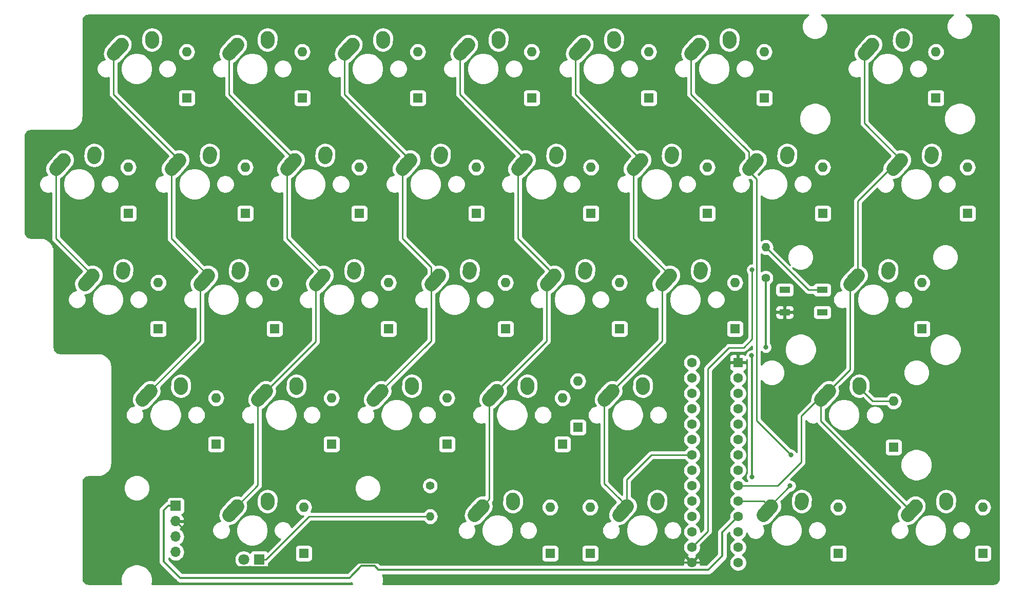
<source format=gbl>
G04 #@! TF.GenerationSoftware,KiCad,Pcbnew,(5.1.4-0-10_14)*
G04 #@! TF.CreationDate,2020-10-01T04:07:51-07:00*
G04 #@! TF.ProjectId,mpm62-kb-right,6d706d36-322d-46b6-922d-72696768742e,rev?*
G04 #@! TF.SameCoordinates,Original*
G04 #@! TF.FileFunction,Copper,L2,Bot*
G04 #@! TF.FilePolarity,Positive*
%FSLAX46Y46*%
G04 Gerber Fmt 4.6, Leading zero omitted, Abs format (unit mm)*
G04 Created by KiCad (PCBNEW (5.1.4-0-10_14)) date 2020-10-01 04:07:51*
%MOMM*%
%LPD*%
G04 APERTURE LIST*
%ADD10C,2.250000*%
%ADD11C,2.250000*%
%ADD12O,1.400000X1.400000*%
%ADD13C,1.400000*%
%ADD14C,1.600000*%
%ADD15R,1.600000X1.600000*%
%ADD16R,1.800000X1.100000*%
%ADD17C,1.800000*%
%ADD18R,1.800000X1.800000*%
%ADD19O,1.700000X1.700000*%
%ADD20R,1.700000X1.700000*%
%ADD21O,1.600000X1.600000*%
%ADD22C,0.800000*%
%ADD23C,0.375000*%
%ADD24C,0.250000*%
%ADD25C,0.254000*%
G04 APERTURE END LIST*
D10*
X83225000Y-129350000D03*
X82570001Y-130080000D03*
D11*
X81915000Y-130810000D02*
X83225002Y-129350000D01*
D10*
X88265000Y-128270000D03*
X88245000Y-128560000D03*
D11*
X88225000Y-128850000D02*
X88265000Y-128270000D01*
D12*
X170434000Y-86614000D03*
D13*
X170434000Y-91694000D03*
D12*
X115062000Y-131064000D03*
D13*
X115062000Y-125984000D03*
D14*
X158242000Y-105664000D03*
X158242000Y-108204000D03*
X158242000Y-110744000D03*
X158242000Y-113284000D03*
X158242000Y-115824000D03*
X158242000Y-118364000D03*
X158242000Y-120904000D03*
X158242000Y-123444000D03*
X158242000Y-125984000D03*
X158242000Y-128524000D03*
X158242000Y-131064000D03*
X158242000Y-133604000D03*
X158242000Y-136144000D03*
X158242000Y-138684000D03*
X165862000Y-138684000D03*
X165862000Y-136144000D03*
X165862000Y-133604000D03*
X165862000Y-131064000D03*
X165862000Y-128524000D03*
X165862000Y-125984000D03*
X165862000Y-123444000D03*
X165862000Y-120904000D03*
X165862000Y-118364000D03*
X165862000Y-115824000D03*
X165862000Y-113284000D03*
X165862000Y-110744000D03*
X165862000Y-108204000D03*
D15*
X165862000Y-105664000D03*
D16*
X179757000Y-97354000D03*
X173557000Y-93654000D03*
X179757000Y-93654000D03*
X173557000Y-97354000D03*
D17*
X84328000Y-138176000D03*
D18*
X86868000Y-138176000D03*
D19*
X73100000Y-136930000D03*
X73100000Y-134390000D03*
X73100000Y-131850000D03*
D20*
X73100000Y-129310000D03*
D21*
X206248000Y-129540000D03*
D15*
X206248000Y-137160000D03*
D21*
X191516000Y-112014000D03*
D15*
X191516000Y-119634000D03*
D21*
X196215000Y-92456000D03*
D15*
X196215000Y-100076000D03*
D21*
X203708000Y-73406000D03*
D15*
X203708000Y-81026000D03*
D21*
X198501000Y-54356000D03*
D15*
X198501000Y-61976000D03*
D21*
X182372000Y-129540000D03*
D15*
X182372000Y-137160000D03*
D21*
X179832000Y-73406000D03*
D15*
X179832000Y-81026000D03*
D21*
X170180000Y-54356000D03*
D15*
X170180000Y-61976000D03*
D21*
X141478000Y-129540000D03*
D15*
X141478000Y-137160000D03*
D21*
X139446000Y-108712000D03*
D15*
X139446000Y-116332000D03*
D21*
X165354000Y-92456000D03*
D15*
X165354000Y-100076000D03*
D21*
X160782000Y-73406000D03*
D15*
X160782000Y-81026000D03*
D21*
X151130000Y-54356000D03*
D15*
X151130000Y-61976000D03*
D21*
X134874000Y-129540000D03*
D15*
X134874000Y-137160000D03*
D21*
X136906000Y-111506000D03*
D15*
X136906000Y-119126000D03*
D21*
X146304000Y-92456000D03*
D15*
X146304000Y-100076000D03*
D21*
X141605000Y-73406000D03*
D15*
X141605000Y-81026000D03*
D21*
X131826000Y-54356000D03*
D15*
X131826000Y-61976000D03*
D21*
X117856000Y-111506000D03*
D15*
X117856000Y-119126000D03*
D21*
X127508000Y-92456000D03*
D15*
X127508000Y-100076000D03*
D21*
X122682000Y-73406000D03*
D15*
X122682000Y-81026000D03*
D21*
X113030000Y-54356000D03*
D15*
X113030000Y-61976000D03*
D21*
X98806000Y-111506000D03*
D15*
X98806000Y-119126000D03*
D21*
X108204000Y-92456000D03*
D15*
X108204000Y-100076000D03*
D21*
X103378000Y-73406000D03*
D15*
X103378000Y-81026000D03*
D21*
X93980000Y-54356000D03*
D15*
X93980000Y-61976000D03*
D21*
X94234000Y-129540000D03*
D15*
X94234000Y-137160000D03*
D21*
X79756000Y-111506000D03*
D15*
X79756000Y-119126000D03*
D21*
X89408000Y-92456000D03*
D15*
X89408000Y-100076000D03*
D21*
X84582000Y-73406000D03*
D15*
X84582000Y-81026000D03*
D21*
X74930000Y-54356000D03*
D15*
X74930000Y-61976000D03*
D21*
X70231000Y-92456000D03*
D15*
X70231000Y-100076000D03*
D21*
X65278000Y-73406000D03*
D15*
X65278000Y-81026000D03*
D10*
X68937500Y-110300000D03*
X68282501Y-111030000D03*
D11*
X67627500Y-111760000D02*
X68937502Y-110300000D01*
D10*
X73977500Y-109220000D03*
X73957500Y-109510000D03*
D11*
X73937500Y-109800000D02*
X73977500Y-109220000D01*
D10*
X180856250Y-110300000D03*
X180201251Y-111030000D03*
D11*
X179546250Y-111760000D02*
X180856252Y-110300000D01*
D10*
X185896250Y-109220000D03*
X185876250Y-109510000D03*
D11*
X185856250Y-109800000D02*
X185896250Y-109220000D01*
D10*
X195143750Y-129350000D03*
X194488751Y-130080000D03*
D11*
X193833750Y-130810000D02*
X195143752Y-129350000D01*
D10*
X200183750Y-128270000D03*
X200163750Y-128560000D03*
D11*
X200143750Y-128850000D02*
X200183750Y-128270000D01*
D10*
X185618750Y-91250000D03*
X184963751Y-91980000D03*
D11*
X184308750Y-92710000D02*
X185618752Y-91250000D01*
D10*
X190658750Y-90170000D03*
X190638750Y-90460000D03*
D11*
X190618750Y-90750000D02*
X190658750Y-90170000D01*
D10*
X192762500Y-72200000D03*
X192107501Y-72930000D03*
D11*
X191452500Y-73660000D02*
X192762502Y-72200000D01*
D10*
X197802500Y-71120000D03*
X197782500Y-71410000D03*
D11*
X197762500Y-71700000D02*
X197802500Y-71120000D01*
D10*
X188000000Y-53150000D03*
X187345001Y-53880000D03*
D11*
X186690000Y-54610000D02*
X188000002Y-53150000D01*
D10*
X193040000Y-52070000D03*
X193020000Y-52360000D03*
D11*
X193000000Y-52650000D02*
X193040000Y-52070000D01*
D10*
X171331250Y-129350000D03*
X170676251Y-130080000D03*
D11*
X170021250Y-130810000D02*
X171331252Y-129350000D01*
D10*
X176371250Y-128270000D03*
X176351250Y-128560000D03*
D11*
X176331250Y-128850000D02*
X176371250Y-128270000D01*
D10*
X168950000Y-72200000D03*
X168295001Y-72930000D03*
D11*
X167640000Y-73660000D02*
X168950002Y-72200000D01*
D10*
X173990000Y-71120000D03*
X173970000Y-71410000D03*
D11*
X173950000Y-71700000D02*
X173990000Y-71120000D01*
D10*
X159425000Y-53150000D03*
X158770001Y-53880000D03*
D11*
X158115000Y-54610000D02*
X159425002Y-53150000D01*
D10*
X164465000Y-52070000D03*
X164445000Y-52360000D03*
D11*
X164425000Y-52650000D02*
X164465000Y-52070000D01*
D10*
X147518750Y-129350000D03*
X146863751Y-130080000D03*
D11*
X146208750Y-130810000D02*
X147518752Y-129350000D01*
D10*
X152558750Y-128270000D03*
X152538750Y-128560000D03*
D11*
X152518750Y-128850000D02*
X152558750Y-128270000D01*
D10*
X145137500Y-110300000D03*
X144482501Y-111030000D03*
D11*
X143827500Y-111760000D02*
X145137502Y-110300000D01*
D10*
X150177500Y-109220000D03*
X150157500Y-109510000D03*
D11*
X150137500Y-109800000D02*
X150177500Y-109220000D01*
D10*
X154662500Y-91250000D03*
X154007501Y-91980000D03*
D11*
X153352500Y-92710000D02*
X154662502Y-91250000D01*
D10*
X159702500Y-90170000D03*
X159682500Y-90460000D03*
D11*
X159662500Y-90750000D02*
X159702500Y-90170000D01*
D10*
X149900000Y-72200000D03*
X149245001Y-72930000D03*
D11*
X148590000Y-73660000D02*
X149900002Y-72200000D01*
D10*
X154940000Y-71120000D03*
X154920000Y-71410000D03*
D11*
X154900000Y-71700000D02*
X154940000Y-71120000D01*
D10*
X140375000Y-53150000D03*
X139720001Y-53880000D03*
D11*
X139065000Y-54610000D02*
X140375002Y-53150000D01*
D10*
X145415000Y-52070000D03*
X145395000Y-52360000D03*
D11*
X145375000Y-52650000D02*
X145415000Y-52070000D01*
D10*
X123706250Y-129350000D03*
X123051251Y-130080000D03*
D11*
X122396250Y-130810000D02*
X123706252Y-129350000D01*
D10*
X128746250Y-128270000D03*
X128726250Y-128560000D03*
D11*
X128706250Y-128850000D02*
X128746250Y-128270000D01*
D10*
X126087500Y-110300000D03*
X125432501Y-111030000D03*
D11*
X124777500Y-111760000D02*
X126087502Y-110300000D01*
D10*
X131127500Y-109220000D03*
X131107500Y-109510000D03*
D11*
X131087500Y-109800000D02*
X131127500Y-109220000D01*
D10*
X135612500Y-91250000D03*
X134957501Y-91980000D03*
D11*
X134302500Y-92710000D02*
X135612502Y-91250000D01*
D10*
X140652500Y-90170000D03*
X140632500Y-90460000D03*
D11*
X140612500Y-90750000D02*
X140652500Y-90170000D01*
D10*
X130850000Y-72200000D03*
X130195001Y-72930000D03*
D11*
X129540000Y-73660000D02*
X130850002Y-72200000D01*
D10*
X135890000Y-71120000D03*
X135870000Y-71410000D03*
D11*
X135850000Y-71700000D02*
X135890000Y-71120000D01*
D10*
X121325000Y-53150000D03*
X120670001Y-53880000D03*
D11*
X120015000Y-54610000D02*
X121325002Y-53150000D01*
D10*
X126365000Y-52070000D03*
X126345000Y-52360000D03*
D11*
X126325000Y-52650000D02*
X126365000Y-52070000D01*
D10*
X107037500Y-110300000D03*
X106382501Y-111030000D03*
D11*
X105727500Y-111760000D02*
X107037502Y-110300000D01*
D10*
X112077500Y-109220000D03*
X112057500Y-109510000D03*
D11*
X112037500Y-109800000D02*
X112077500Y-109220000D01*
D10*
X116562500Y-91250000D03*
X115907501Y-91980000D03*
D11*
X115252500Y-92710000D02*
X116562502Y-91250000D01*
D10*
X121602500Y-90170000D03*
X121582500Y-90460000D03*
D11*
X121562500Y-90750000D02*
X121602500Y-90170000D01*
D10*
X111800000Y-72200000D03*
X111145001Y-72930000D03*
D11*
X110490000Y-73660000D02*
X111800002Y-72200000D01*
D10*
X116840000Y-71120000D03*
X116820000Y-71410000D03*
D11*
X116800000Y-71700000D02*
X116840000Y-71120000D01*
D10*
X102275000Y-53150000D03*
X101620001Y-53880000D03*
D11*
X100965000Y-54610000D02*
X102275002Y-53150000D01*
D10*
X107315000Y-52070000D03*
X107295000Y-52360000D03*
D11*
X107275000Y-52650000D02*
X107315000Y-52070000D01*
D10*
X87987500Y-110300000D03*
X87332501Y-111030000D03*
D11*
X86677500Y-111760000D02*
X87987502Y-110300000D01*
D10*
X93027500Y-109220000D03*
X93007500Y-109510000D03*
D11*
X92987500Y-109800000D02*
X93027500Y-109220000D01*
D10*
X97512500Y-91250000D03*
X96857501Y-91980000D03*
D11*
X96202500Y-92710000D02*
X97512502Y-91250000D01*
D10*
X102552500Y-90170000D03*
X102532500Y-90460000D03*
D11*
X102512500Y-90750000D02*
X102552500Y-90170000D01*
D10*
X92750000Y-72200000D03*
X92095001Y-72930000D03*
D11*
X91440000Y-73660000D02*
X92750002Y-72200000D01*
D10*
X97790000Y-71120000D03*
X97770000Y-71410000D03*
D11*
X97750000Y-71700000D02*
X97790000Y-71120000D01*
D10*
X83225000Y-53150000D03*
X82570001Y-53880000D03*
D11*
X81915000Y-54610000D02*
X83225002Y-53150000D01*
D10*
X88265000Y-52070000D03*
X88245000Y-52360000D03*
D11*
X88225000Y-52650000D02*
X88265000Y-52070000D01*
D10*
X78462500Y-91250000D03*
X77807501Y-91980000D03*
D11*
X77152500Y-92710000D02*
X78462502Y-91250000D01*
D10*
X83502500Y-90170000D03*
X83482500Y-90460000D03*
D11*
X83462500Y-90750000D02*
X83502500Y-90170000D01*
D10*
X73700000Y-72200000D03*
X73045001Y-72930000D03*
D11*
X72390000Y-73660000D02*
X73700002Y-72200000D01*
D10*
X78740000Y-71120000D03*
X78720000Y-71410000D03*
D11*
X78700000Y-71700000D02*
X78740000Y-71120000D01*
D10*
X64175000Y-53150000D03*
X63520001Y-53880000D03*
D11*
X62865000Y-54610000D02*
X64175002Y-53150000D01*
D10*
X69215000Y-52070000D03*
X69195000Y-52360000D03*
D11*
X69175000Y-52650000D02*
X69215000Y-52070000D01*
D10*
X59412500Y-91250000D03*
X58757501Y-91980000D03*
D11*
X58102500Y-92710000D02*
X59412502Y-91250000D01*
D10*
X64452500Y-90170000D03*
X64432500Y-90460000D03*
D11*
X64412500Y-90750000D02*
X64452500Y-90170000D01*
D10*
X54650000Y-72200000D03*
X53995001Y-72930000D03*
D11*
X53340000Y-73660000D02*
X54650002Y-72200000D01*
D10*
X59690000Y-71120000D03*
X59670000Y-71410000D03*
D11*
X59650000Y-71700000D02*
X59690000Y-71120000D01*
D22*
X173482000Y-102108000D03*
X168180000Y-124520000D03*
X168100000Y-104520000D03*
X170434000Y-103124000D03*
X174580000Y-120870000D03*
X174480000Y-126010000D03*
X168195000Y-90344000D03*
D23*
X73949999Y-132699999D02*
X73100000Y-131850000D01*
X97191297Y-139463501D02*
X80713501Y-139463501D01*
X98006209Y-138648589D02*
X97191297Y-139463501D01*
X80713501Y-139463501D02*
X73949999Y-132699999D01*
X157075219Y-138648589D02*
X98006209Y-138648589D01*
X157110630Y-138684000D02*
X157075219Y-138648589D01*
X158242000Y-138684000D02*
X157110630Y-138684000D01*
X163876000Y-105664000D02*
X165862000Y-105664000D01*
X162160000Y-107380000D02*
X163876000Y-105664000D01*
X162160000Y-136910000D02*
X162160000Y-107380000D01*
X160386000Y-138684000D02*
X162160000Y-136910000D01*
X158242000Y-138684000D02*
X160386000Y-138684000D01*
X173482000Y-97429000D02*
X173557000Y-97354000D01*
X173482000Y-102108000D02*
X173482000Y-97429000D01*
D24*
X188070250Y-112014000D02*
X185856250Y-109800000D01*
X192024000Y-112014000D02*
X188070250Y-112014000D01*
X114072051Y-131064000D02*
X115062000Y-131064000D01*
X95130000Y-131064000D02*
X114072051Y-131064000D01*
X88018000Y-138176000D02*
X95130000Y-131064000D01*
X86868000Y-138176000D02*
X88018000Y-138176000D01*
D23*
X165862000Y-131064000D02*
X163260000Y-133666000D01*
X163260000Y-133666000D02*
X163260000Y-137620000D01*
X105918073Y-139223599D02*
X103776401Y-139223599D01*
X106565975Y-139871501D02*
X105918073Y-139223599D01*
X161008499Y-139871501D02*
X106565975Y-139871501D01*
X163260000Y-137620000D02*
X161008499Y-139871501D01*
X103776401Y-139223599D02*
X101780000Y-141220000D01*
X101780000Y-141220000D02*
X73870000Y-141220000D01*
X73870000Y-141220000D02*
X71140000Y-138490000D01*
X71875000Y-129310000D02*
X73100000Y-129310000D01*
X71140000Y-130045000D02*
X71875000Y-129310000D01*
X71140000Y-138490000D02*
X71140000Y-130045000D01*
X168180000Y-104600000D02*
X168100000Y-104520000D01*
X168180000Y-124520000D02*
X168180000Y-104600000D01*
X170434000Y-103124000D02*
X170434000Y-91694000D01*
D24*
X53340000Y-85177500D02*
X59412500Y-91250000D01*
X53340000Y-73660000D02*
X53340000Y-85177500D01*
X62865000Y-61365000D02*
X73700000Y-72200000D01*
X62865000Y-54610000D02*
X62865000Y-61365000D01*
X72390000Y-85177500D02*
X78462500Y-91250000D01*
X72390000Y-73660000D02*
X72390000Y-85177500D01*
X67627500Y-111610000D02*
X67627500Y-111760000D01*
X77152500Y-102085000D02*
X67627500Y-111610000D01*
X77152500Y-92710000D02*
X77152500Y-102085000D01*
X81915000Y-61365000D02*
X92750000Y-72200000D01*
X81915000Y-54610000D02*
X81915000Y-61365000D01*
X91440000Y-85177500D02*
X97512500Y-91250000D01*
X91440000Y-73660000D02*
X91440000Y-85177500D01*
X96202500Y-102235000D02*
X86677500Y-111760000D01*
X96202500Y-92710000D02*
X96202500Y-102235000D01*
X86677500Y-125897500D02*
X83225000Y-129350000D01*
X86677500Y-111760000D02*
X86677500Y-125897500D01*
X100965000Y-61365000D02*
X111800000Y-72200000D01*
X100965000Y-54610000D02*
X100965000Y-61365000D01*
X110490000Y-85177500D02*
X115252500Y-89940000D01*
X115252500Y-89940000D02*
X115252500Y-92710000D01*
X110490000Y-73660000D02*
X110490000Y-85177500D01*
X105727500Y-111610000D02*
X105727500Y-111760000D01*
X115252500Y-102085000D02*
X105727500Y-111610000D01*
X115252500Y-92710000D02*
X115252500Y-102085000D01*
X120015000Y-61365000D02*
X130850000Y-72200000D01*
X120015000Y-54610000D02*
X120015000Y-61365000D01*
X134487501Y-90125001D02*
X135612500Y-91250000D01*
X129540000Y-85177500D02*
X134487501Y-90125001D01*
X129540000Y-73660000D02*
X129540000Y-85177500D01*
X134302500Y-102085000D02*
X126087500Y-110300000D01*
X134302500Y-92710000D02*
X134302500Y-102085000D01*
X124831249Y-128225001D02*
X123706250Y-129350000D01*
X124831249Y-111813749D02*
X124831249Y-128225001D01*
X124777500Y-111760000D02*
X124831249Y-111813749D01*
X139065000Y-61365000D02*
X149900000Y-72200000D01*
X139065000Y-54610000D02*
X139065000Y-61365000D01*
X148590000Y-85177500D02*
X154662500Y-91250000D01*
X148590000Y-73660000D02*
X148590000Y-85177500D01*
X153352500Y-102085000D02*
X145137500Y-110300000D01*
X153352500Y-92710000D02*
X153352500Y-102085000D01*
X146393751Y-128225001D02*
X147518750Y-129350000D01*
X143827500Y-125658750D02*
X146393751Y-128225001D01*
X143827500Y-111760000D02*
X143827500Y-125658750D01*
X147518750Y-124969250D02*
X147518750Y-129350000D01*
X151584000Y-120904000D02*
X147518750Y-124969250D01*
X158242000Y-120904000D02*
X151584000Y-120904000D01*
X158115000Y-61365000D02*
X167640000Y-70890000D01*
X167640000Y-70890000D02*
X167640000Y-73660000D01*
X158115000Y-54610000D02*
X158115000Y-61365000D01*
X167640000Y-73660000D02*
X167640000Y-74090000D01*
X167640000Y-74090000D02*
X168920000Y-75370000D01*
X168920000Y-115210000D02*
X174580000Y-120870000D01*
X168920000Y-75370000D02*
X168920000Y-115210000D01*
X170021250Y-130468750D02*
X170021250Y-130810000D01*
X174480000Y-126010000D02*
X170021250Y-130468750D01*
X170922000Y-129350000D02*
X171331250Y-129350000D01*
X170096000Y-128524000D02*
X170922000Y-129350000D01*
X165862000Y-128524000D02*
X170096000Y-128524000D01*
X158242000Y-136144000D02*
X160900000Y-133486000D01*
X160900000Y-133486000D02*
X160900000Y-106690000D01*
X164400000Y-103190000D02*
X165800000Y-103190000D01*
X160900000Y-106690000D02*
X164400000Y-103190000D01*
X177474000Y-93654000D02*
X170434000Y-86614000D01*
X179757000Y-93654000D02*
X177474000Y-93654000D01*
X168195000Y-90344000D02*
X168195000Y-101807000D01*
X166812000Y-103190000D02*
X166685000Y-103190000D01*
X168195000Y-101807000D02*
X166812000Y-103190000D01*
X165800000Y-103190000D02*
X166685000Y-103190000D01*
X186690000Y-66127500D02*
X192762500Y-72200000D01*
X186690000Y-54610000D02*
X186690000Y-66127500D01*
X185618750Y-89659010D02*
X185618750Y-91250000D01*
X185618750Y-78987748D02*
X185618750Y-89659010D01*
X190946498Y-73660000D02*
X185618750Y-78987748D01*
X191452500Y-73660000D02*
X190946498Y-73660000D01*
X184308750Y-106847500D02*
X180856250Y-110300000D01*
X184308750Y-92710000D02*
X184308750Y-106847500D01*
X193833750Y-129630990D02*
X193833750Y-130810000D01*
X179546250Y-115343490D02*
X193833750Y-129630990D01*
X179546250Y-111760000D02*
X179546250Y-115343490D01*
X179040248Y-111760000D02*
X179546250Y-111760000D01*
X176310000Y-122080000D02*
X176310000Y-114490248D01*
X172406000Y-125984000D02*
X176310000Y-122080000D01*
X176310000Y-114490248D02*
X179040248Y-111760000D01*
X165862000Y-125984000D02*
X172406000Y-125984000D01*
D25*
G36*
X177185718Y-48487996D02*
G01*
X176884996Y-48788718D01*
X176648719Y-49142330D01*
X176485970Y-49535243D01*
X176403000Y-49952357D01*
X176403000Y-50377643D01*
X176485970Y-50794757D01*
X176648719Y-51187670D01*
X176884996Y-51541282D01*
X177185718Y-51842004D01*
X177539330Y-52078281D01*
X177932243Y-52241030D01*
X178349357Y-52324000D01*
X178774643Y-52324000D01*
X179191757Y-52241030D01*
X179584670Y-52078281D01*
X179938282Y-51842004D01*
X180239004Y-51541282D01*
X180475281Y-51187670D01*
X180638030Y-50794757D01*
X180721000Y-50377643D01*
X180721000Y-49952357D01*
X180638030Y-49535243D01*
X180475281Y-49142330D01*
X180239004Y-48788718D01*
X179938282Y-48487996D01*
X179634478Y-48285000D01*
X201365522Y-48285000D01*
X201061718Y-48487996D01*
X200760996Y-48788718D01*
X200524719Y-49142330D01*
X200361970Y-49535243D01*
X200279000Y-49952357D01*
X200279000Y-50377643D01*
X200361970Y-50794757D01*
X200524719Y-51187670D01*
X200760996Y-51541282D01*
X201061718Y-51842004D01*
X201415330Y-52078281D01*
X201808243Y-52241030D01*
X202225357Y-52324000D01*
X202650643Y-52324000D01*
X203067757Y-52241030D01*
X203460670Y-52078281D01*
X203814282Y-51842004D01*
X204115004Y-51541282D01*
X204351281Y-51187670D01*
X204514030Y-50794757D01*
X204597000Y-50377643D01*
X204597000Y-49952357D01*
X204514030Y-49535243D01*
X204351281Y-49142330D01*
X204115004Y-48788718D01*
X203814282Y-48487996D01*
X203510478Y-48285000D01*
X207930221Y-48285000D01*
X208142038Y-48305769D01*
X208314737Y-48357910D01*
X208474018Y-48442602D01*
X208613819Y-48556619D01*
X208728808Y-48695617D01*
X208814610Y-48854305D01*
X208867955Y-49026635D01*
X208890000Y-49236380D01*
X208890001Y-141255210D01*
X208869231Y-141467038D01*
X208817091Y-141639736D01*
X208732399Y-141799018D01*
X208618378Y-141938821D01*
X208479385Y-142053806D01*
X208320695Y-142139610D01*
X208148365Y-142192955D01*
X207938619Y-142215000D01*
X107334067Y-142215000D01*
X107403900Y-141863924D01*
X107403900Y-141346076D01*
X107302873Y-140838178D01*
X107243153Y-140694001D01*
X160968101Y-140694001D01*
X161008499Y-140697980D01*
X161048897Y-140694001D01*
X161169737Y-140682099D01*
X161324779Y-140635068D01*
X161467666Y-140558693D01*
X161592908Y-140455910D01*
X161618664Y-140424526D01*
X163813025Y-138230165D01*
X163844409Y-138204409D01*
X163947192Y-138079167D01*
X164023567Y-137936280D01*
X164070598Y-137781238D01*
X164082500Y-137660398D01*
X164082500Y-137660392D01*
X164086478Y-137620001D01*
X164082500Y-137579610D01*
X164082500Y-134006690D01*
X164427000Y-133662190D01*
X164427000Y-133745335D01*
X164482147Y-134022574D01*
X164590320Y-134283727D01*
X164747363Y-134518759D01*
X164947241Y-134718637D01*
X165179759Y-134874000D01*
X164947241Y-135029363D01*
X164747363Y-135229241D01*
X164590320Y-135464273D01*
X164482147Y-135725426D01*
X164427000Y-136002665D01*
X164427000Y-136285335D01*
X164482147Y-136562574D01*
X164590320Y-136823727D01*
X164747363Y-137058759D01*
X164947241Y-137258637D01*
X165179759Y-137414000D01*
X164947241Y-137569363D01*
X164747363Y-137769241D01*
X164590320Y-138004273D01*
X164482147Y-138265426D01*
X164427000Y-138542665D01*
X164427000Y-138825335D01*
X164482147Y-139102574D01*
X164590320Y-139363727D01*
X164747363Y-139598759D01*
X164947241Y-139798637D01*
X165182273Y-139955680D01*
X165443426Y-140063853D01*
X165720665Y-140119000D01*
X166003335Y-140119000D01*
X166280574Y-140063853D01*
X166541727Y-139955680D01*
X166776759Y-139798637D01*
X166976637Y-139598759D01*
X167133680Y-139363727D01*
X167241853Y-139102574D01*
X167297000Y-138825335D01*
X167297000Y-138542665D01*
X167241853Y-138265426D01*
X167133680Y-138004273D01*
X166976637Y-137769241D01*
X166776759Y-137569363D01*
X166544241Y-137414000D01*
X166776759Y-137258637D01*
X166976637Y-137058759D01*
X167133680Y-136823727D01*
X167241853Y-136562574D01*
X167282148Y-136360000D01*
X180933928Y-136360000D01*
X180933928Y-137960000D01*
X180946188Y-138084482D01*
X180982498Y-138204180D01*
X181041463Y-138314494D01*
X181120815Y-138411185D01*
X181217506Y-138490537D01*
X181327820Y-138549502D01*
X181447518Y-138585812D01*
X181572000Y-138598072D01*
X183172000Y-138598072D01*
X183296482Y-138585812D01*
X183416180Y-138549502D01*
X183526494Y-138490537D01*
X183623185Y-138411185D01*
X183702537Y-138314494D01*
X183761502Y-138204180D01*
X183797812Y-138084482D01*
X183810072Y-137960000D01*
X183810072Y-136360000D01*
X204809928Y-136360000D01*
X204809928Y-137960000D01*
X204822188Y-138084482D01*
X204858498Y-138204180D01*
X204917463Y-138314494D01*
X204996815Y-138411185D01*
X205093506Y-138490537D01*
X205203820Y-138549502D01*
X205323518Y-138585812D01*
X205448000Y-138598072D01*
X207048000Y-138598072D01*
X207172482Y-138585812D01*
X207292180Y-138549502D01*
X207402494Y-138490537D01*
X207499185Y-138411185D01*
X207578537Y-138314494D01*
X207637502Y-138204180D01*
X207673812Y-138084482D01*
X207686072Y-137960000D01*
X207686072Y-136360000D01*
X207673812Y-136235518D01*
X207637502Y-136115820D01*
X207578537Y-136005506D01*
X207499185Y-135908815D01*
X207402494Y-135829463D01*
X207292180Y-135770498D01*
X207172482Y-135734188D01*
X207048000Y-135721928D01*
X205448000Y-135721928D01*
X205323518Y-135734188D01*
X205203820Y-135770498D01*
X205093506Y-135829463D01*
X204996815Y-135908815D01*
X204917463Y-136005506D01*
X204858498Y-136115820D01*
X204822188Y-136235518D01*
X204809928Y-136360000D01*
X183810072Y-136360000D01*
X183797812Y-136235518D01*
X183761502Y-136115820D01*
X183702537Y-136005506D01*
X183623185Y-135908815D01*
X183526494Y-135829463D01*
X183416180Y-135770498D01*
X183296482Y-135734188D01*
X183172000Y-135721928D01*
X181572000Y-135721928D01*
X181447518Y-135734188D01*
X181327820Y-135770498D01*
X181217506Y-135829463D01*
X181120815Y-135908815D01*
X181041463Y-136005506D01*
X180982498Y-136115820D01*
X180946188Y-136235518D01*
X180933928Y-136360000D01*
X167282148Y-136360000D01*
X167297000Y-136285335D01*
X167297000Y-136002665D01*
X167241853Y-135725426D01*
X167133680Y-135464273D01*
X166976637Y-135229241D01*
X166776759Y-135029363D01*
X166544241Y-134874000D01*
X166776759Y-134718637D01*
X166976637Y-134518759D01*
X167133680Y-134283727D01*
X167241853Y-134022574D01*
X167293652Y-133762164D01*
X167299279Y-133790451D01*
X167413106Y-134065253D01*
X167578357Y-134312569D01*
X167788681Y-134522893D01*
X168035997Y-134688144D01*
X168310799Y-134801971D01*
X168602528Y-134860000D01*
X168899972Y-134860000D01*
X169191701Y-134801971D01*
X169466503Y-134688144D01*
X169713819Y-134522893D01*
X169924143Y-134312569D01*
X170089394Y-134065253D01*
X170203221Y-133790451D01*
X170261250Y-133498722D01*
X170261250Y-133201278D01*
X170239330Y-133091076D01*
X171202350Y-133091076D01*
X171202350Y-133608924D01*
X171303377Y-134116822D01*
X171501549Y-134595251D01*
X171789250Y-135025826D01*
X172155424Y-135392000D01*
X172585999Y-135679701D01*
X173064428Y-135877873D01*
X173572326Y-135978900D01*
X174090174Y-135978900D01*
X174598072Y-135877873D01*
X175076501Y-135679701D01*
X175507076Y-135392000D01*
X175873250Y-135025826D01*
X176160951Y-134595251D01*
X176359123Y-134116822D01*
X176460150Y-133608924D01*
X176460150Y-133201278D01*
X177401250Y-133201278D01*
X177401250Y-133498722D01*
X177459279Y-133790451D01*
X177573106Y-134065253D01*
X177738357Y-134312569D01*
X177948681Y-134522893D01*
X178195997Y-134688144D01*
X178470799Y-134801971D01*
X178762528Y-134860000D01*
X179059972Y-134860000D01*
X179351701Y-134801971D01*
X179626503Y-134688144D01*
X179873819Y-134522893D01*
X180084143Y-134312569D01*
X180249394Y-134065253D01*
X180363221Y-133790451D01*
X180421250Y-133498722D01*
X180421250Y-133201278D01*
X180363221Y-132909549D01*
X180249394Y-132634747D01*
X180084143Y-132387431D01*
X179873819Y-132177107D01*
X179626503Y-132011856D01*
X179351701Y-131898029D01*
X179059972Y-131840000D01*
X178762528Y-131840000D01*
X178470799Y-131898029D01*
X178195997Y-132011856D01*
X177948681Y-132177107D01*
X177738357Y-132387431D01*
X177573106Y-132634747D01*
X177459279Y-132909549D01*
X177401250Y-133201278D01*
X176460150Y-133201278D01*
X176460150Y-133091076D01*
X176359123Y-132583178D01*
X176160951Y-132104749D01*
X175873250Y-131674174D01*
X175507076Y-131308000D01*
X175076501Y-131020299D01*
X174598072Y-130822127D01*
X174090174Y-130721100D01*
X173572326Y-130721100D01*
X173064428Y-130822127D01*
X172585999Y-131020299D01*
X172155424Y-131308000D01*
X171789250Y-131674174D01*
X171501549Y-132104749D01*
X171303377Y-132583178D01*
X171202350Y-133091076D01*
X170239330Y-133091076D01*
X170203221Y-132909549D01*
X170089394Y-132634747D01*
X170048064Y-132572892D01*
X170116876Y-132575927D01*
X170459554Y-132523339D01*
X170785389Y-132404909D01*
X171081857Y-132225187D01*
X171273493Y-132049742D01*
X172609450Y-130560816D01*
X172698331Y-130471935D01*
X172773077Y-130360070D01*
X172852694Y-130251587D01*
X172869229Y-130216169D01*
X172890942Y-130183673D01*
X172942425Y-130059382D01*
X172999351Y-129937445D01*
X173008660Y-129899476D01*
X173023614Y-129863373D01*
X173049860Y-129731426D01*
X173081903Y-129600727D01*
X173083625Y-129561677D01*
X173091250Y-129523345D01*
X173091250Y-129388802D01*
X173097179Y-129254374D01*
X173091250Y-129215739D01*
X173091250Y-129176655D01*
X173065001Y-129044691D01*
X173044591Y-128911696D01*
X173031239Y-128874961D01*
X173023614Y-128836627D01*
X173014721Y-128815157D01*
X174569473Y-128815157D01*
X174577090Y-129074862D01*
X174654663Y-129412761D01*
X174796669Y-129729034D01*
X174997646Y-130011526D01*
X175249874Y-130249381D01*
X175543658Y-130433459D01*
X175867709Y-130556684D01*
X176209573Y-130614324D01*
X176556112Y-130604160D01*
X176894011Y-130526587D01*
X177210284Y-130384581D01*
X177492776Y-130183604D01*
X177730631Y-129931376D01*
X177914709Y-129637592D01*
X177951819Y-129540000D01*
X180930057Y-129540000D01*
X180957764Y-129821309D01*
X181039818Y-130091808D01*
X181173068Y-130341101D01*
X181352392Y-130559608D01*
X181570899Y-130738932D01*
X181820192Y-130872182D01*
X182090691Y-130954236D01*
X182301508Y-130975000D01*
X182442492Y-130975000D01*
X182653309Y-130954236D01*
X182923808Y-130872182D01*
X183173101Y-130738932D01*
X183391608Y-130559608D01*
X183570932Y-130341101D01*
X183704182Y-130091808D01*
X183786236Y-129821309D01*
X183813943Y-129540000D01*
X183786236Y-129258691D01*
X183704182Y-128988192D01*
X183570932Y-128738899D01*
X183391608Y-128520392D01*
X183173101Y-128341068D01*
X182923808Y-128207818D01*
X182653309Y-128125764D01*
X182442492Y-128105000D01*
X182301508Y-128105000D01*
X182090691Y-128125764D01*
X181820192Y-128207818D01*
X181570899Y-128341068D01*
X181352392Y-128520392D01*
X181173068Y-128738899D01*
X181039818Y-128988192D01*
X180957764Y-129258691D01*
X180930057Y-129540000D01*
X177951819Y-129540000D01*
X178037934Y-129313541D01*
X178081131Y-129057339D01*
X178119349Y-128503175D01*
X178131250Y-128443345D01*
X178131250Y-128330611D01*
X178133027Y-128304844D01*
X178131250Y-128244256D01*
X178131250Y-128096655D01*
X178126172Y-128071128D01*
X178125410Y-128045137D01*
X178092409Y-127901387D01*
X178063614Y-127756627D01*
X178053657Y-127732588D01*
X178047837Y-127707238D01*
X177987427Y-127572694D01*
X177930942Y-127436327D01*
X177916480Y-127414683D01*
X177905831Y-127390966D01*
X177820346Y-127270809D01*
X177738331Y-127148065D01*
X177719928Y-127129662D01*
X177704854Y-127108474D01*
X177597561Y-127007295D01*
X177493185Y-126902919D01*
X177471544Y-126888459D01*
X177452626Y-126870619D01*
X177327657Y-126792316D01*
X177204923Y-126710308D01*
X177180878Y-126700348D01*
X177158842Y-126686541D01*
X177020990Y-126634121D01*
X176884623Y-126577636D01*
X176859096Y-126572558D01*
X176834791Y-126563316D01*
X176689358Y-126538795D01*
X176544595Y-126510000D01*
X176518573Y-126510000D01*
X176492927Y-126505676D01*
X176345487Y-126510000D01*
X176197905Y-126510000D01*
X176172383Y-126515077D01*
X176146388Y-126515839D01*
X176002625Y-126548844D01*
X175857877Y-126577636D01*
X175833837Y-126587594D01*
X175808489Y-126593413D01*
X175673939Y-126653825D01*
X175537577Y-126710308D01*
X175515937Y-126724767D01*
X175492216Y-126735418D01*
X175372046Y-126820913D01*
X175249315Y-126902919D01*
X175230912Y-126921322D01*
X175209724Y-126936396D01*
X175108538Y-127043696D01*
X175004169Y-127148065D01*
X174989711Y-127169703D01*
X174971869Y-127188623D01*
X174893560Y-127313602D01*
X174811558Y-127436327D01*
X174801598Y-127460372D01*
X174787791Y-127482408D01*
X174735369Y-127620264D01*
X174678886Y-127756627D01*
X174673809Y-127782152D01*
X174664566Y-127806458D01*
X174640044Y-127951898D01*
X174611250Y-128096655D01*
X174611250Y-128209386D01*
X174569473Y-128815157D01*
X173014721Y-128815157D01*
X172972124Y-128712320D01*
X172940231Y-128624571D01*
X174519802Y-127045000D01*
X174581939Y-127045000D01*
X174781898Y-127005226D01*
X174970256Y-126927205D01*
X175139774Y-126813937D01*
X175283937Y-126669774D01*
X175397205Y-126500256D01*
X175475226Y-126311898D01*
X175515000Y-126111939D01*
X175515000Y-125908061D01*
X175475226Y-125708102D01*
X175397205Y-125519744D01*
X175283937Y-125350226D01*
X175139774Y-125206063D01*
X174970256Y-125092795D01*
X174781898Y-125014774D01*
X174581939Y-124975000D01*
X174489801Y-124975000D01*
X176821004Y-122643798D01*
X176850001Y-122620001D01*
X176944974Y-122504276D01*
X177015546Y-122372247D01*
X177059003Y-122228986D01*
X177070000Y-122117333D01*
X177070000Y-122117325D01*
X177073676Y-122080000D01*
X177070000Y-122042675D01*
X177070000Y-115212647D01*
X177103357Y-115262569D01*
X177313681Y-115472893D01*
X177560997Y-115638144D01*
X177835799Y-115751971D01*
X178127528Y-115810000D01*
X178424972Y-115810000D01*
X178716701Y-115751971D01*
X178869093Y-115688848D01*
X178911276Y-115767766D01*
X178974640Y-115844974D01*
X179006250Y-115883491D01*
X179035248Y-115907289D01*
X192636702Y-129508744D01*
X192466034Y-129698953D01*
X192312308Y-129908414D01*
X192165651Y-130222556D01*
X192083099Y-130559274D01*
X192067823Y-130905626D01*
X192120411Y-131248304D01*
X192238841Y-131574139D01*
X192401625Y-131842666D01*
X192123299Y-131898029D01*
X191848497Y-132011856D01*
X191601181Y-132177107D01*
X191390857Y-132387431D01*
X191225606Y-132634747D01*
X191111779Y-132909549D01*
X191053750Y-133201278D01*
X191053750Y-133498722D01*
X191111779Y-133790451D01*
X191225606Y-134065253D01*
X191390857Y-134312569D01*
X191601181Y-134522893D01*
X191848497Y-134688144D01*
X192123299Y-134801971D01*
X192415028Y-134860000D01*
X192712472Y-134860000D01*
X193004201Y-134801971D01*
X193279003Y-134688144D01*
X193526319Y-134522893D01*
X193736643Y-134312569D01*
X193901894Y-134065253D01*
X194015721Y-133790451D01*
X194073750Y-133498722D01*
X194073750Y-133201278D01*
X194051830Y-133091076D01*
X195014850Y-133091076D01*
X195014850Y-133608924D01*
X195115877Y-134116822D01*
X195314049Y-134595251D01*
X195601750Y-135025826D01*
X195967924Y-135392000D01*
X196398499Y-135679701D01*
X196876928Y-135877873D01*
X197384826Y-135978900D01*
X197902674Y-135978900D01*
X198410572Y-135877873D01*
X198889001Y-135679701D01*
X199319576Y-135392000D01*
X199685750Y-135025826D01*
X199973451Y-134595251D01*
X200171623Y-134116822D01*
X200272650Y-133608924D01*
X200272650Y-133201278D01*
X201213750Y-133201278D01*
X201213750Y-133498722D01*
X201271779Y-133790451D01*
X201385606Y-134065253D01*
X201550857Y-134312569D01*
X201761181Y-134522893D01*
X202008497Y-134688144D01*
X202283299Y-134801971D01*
X202575028Y-134860000D01*
X202872472Y-134860000D01*
X203164201Y-134801971D01*
X203439003Y-134688144D01*
X203686319Y-134522893D01*
X203896643Y-134312569D01*
X204061894Y-134065253D01*
X204175721Y-133790451D01*
X204233750Y-133498722D01*
X204233750Y-133201278D01*
X204175721Y-132909549D01*
X204061894Y-132634747D01*
X203896643Y-132387431D01*
X203686319Y-132177107D01*
X203439003Y-132011856D01*
X203164201Y-131898029D01*
X202872472Y-131840000D01*
X202575028Y-131840000D01*
X202283299Y-131898029D01*
X202008497Y-132011856D01*
X201761181Y-132177107D01*
X201550857Y-132387431D01*
X201385606Y-132634747D01*
X201271779Y-132909549D01*
X201213750Y-133201278D01*
X200272650Y-133201278D01*
X200272650Y-133091076D01*
X200171623Y-132583178D01*
X199973451Y-132104749D01*
X199685750Y-131674174D01*
X199319576Y-131308000D01*
X198889001Y-131020299D01*
X198410572Y-130822127D01*
X197902674Y-130721100D01*
X197384826Y-130721100D01*
X196876928Y-130822127D01*
X196398499Y-131020299D01*
X195967924Y-131308000D01*
X195601750Y-131674174D01*
X195314049Y-132104749D01*
X195115877Y-132583178D01*
X195014850Y-133091076D01*
X194051830Y-133091076D01*
X194015721Y-132909549D01*
X193901894Y-132634747D01*
X193860564Y-132572892D01*
X193929376Y-132575927D01*
X194272054Y-132523339D01*
X194597889Y-132404909D01*
X194894357Y-132225187D01*
X195085993Y-132049742D01*
X196421950Y-130560816D01*
X196510831Y-130471935D01*
X196585577Y-130360070D01*
X196665194Y-130251587D01*
X196681729Y-130216169D01*
X196703442Y-130183673D01*
X196754925Y-130059382D01*
X196811851Y-129937445D01*
X196821160Y-129899476D01*
X196836114Y-129863373D01*
X196862360Y-129731426D01*
X196894403Y-129600727D01*
X196896125Y-129561677D01*
X196903750Y-129523345D01*
X196903750Y-129388802D01*
X196909679Y-129254374D01*
X196903750Y-129215739D01*
X196903750Y-129176655D01*
X196877501Y-129044691D01*
X196857091Y-128911696D01*
X196843739Y-128874961D01*
X196836114Y-128836627D01*
X196827221Y-128815157D01*
X198381973Y-128815157D01*
X198389590Y-129074862D01*
X198467163Y-129412761D01*
X198609169Y-129729034D01*
X198810146Y-130011526D01*
X199062374Y-130249381D01*
X199356158Y-130433459D01*
X199680209Y-130556684D01*
X200022073Y-130614324D01*
X200368612Y-130604160D01*
X200706511Y-130526587D01*
X201022784Y-130384581D01*
X201305276Y-130183604D01*
X201543131Y-129931376D01*
X201727209Y-129637592D01*
X201764319Y-129540000D01*
X204806057Y-129540000D01*
X204833764Y-129821309D01*
X204915818Y-130091808D01*
X205049068Y-130341101D01*
X205228392Y-130559608D01*
X205446899Y-130738932D01*
X205696192Y-130872182D01*
X205966691Y-130954236D01*
X206177508Y-130975000D01*
X206318492Y-130975000D01*
X206529309Y-130954236D01*
X206799808Y-130872182D01*
X207049101Y-130738932D01*
X207267608Y-130559608D01*
X207446932Y-130341101D01*
X207580182Y-130091808D01*
X207662236Y-129821309D01*
X207689943Y-129540000D01*
X207662236Y-129258691D01*
X207580182Y-128988192D01*
X207446932Y-128738899D01*
X207267608Y-128520392D01*
X207049101Y-128341068D01*
X206799808Y-128207818D01*
X206529309Y-128125764D01*
X206318492Y-128105000D01*
X206177508Y-128105000D01*
X205966691Y-128125764D01*
X205696192Y-128207818D01*
X205446899Y-128341068D01*
X205228392Y-128520392D01*
X205049068Y-128738899D01*
X204915818Y-128988192D01*
X204833764Y-129258691D01*
X204806057Y-129540000D01*
X201764319Y-129540000D01*
X201850434Y-129313541D01*
X201893631Y-129057339D01*
X201931849Y-128503175D01*
X201943750Y-128443345D01*
X201943750Y-128330611D01*
X201945527Y-128304844D01*
X201943750Y-128244256D01*
X201943750Y-128096655D01*
X201938672Y-128071128D01*
X201937910Y-128045137D01*
X201904909Y-127901387D01*
X201876114Y-127756627D01*
X201866157Y-127732588D01*
X201860337Y-127707238D01*
X201799927Y-127572694D01*
X201743442Y-127436327D01*
X201728980Y-127414683D01*
X201718331Y-127390966D01*
X201632846Y-127270809D01*
X201550831Y-127148065D01*
X201532428Y-127129662D01*
X201517354Y-127108474D01*
X201410061Y-127007295D01*
X201305685Y-126902919D01*
X201284044Y-126888459D01*
X201265126Y-126870619D01*
X201140157Y-126792316D01*
X201017423Y-126710308D01*
X200993378Y-126700348D01*
X200971342Y-126686541D01*
X200833490Y-126634121D01*
X200697123Y-126577636D01*
X200671596Y-126572558D01*
X200647291Y-126563316D01*
X200501858Y-126538795D01*
X200357095Y-126510000D01*
X200331073Y-126510000D01*
X200305427Y-126505676D01*
X200157987Y-126510000D01*
X200010405Y-126510000D01*
X199984883Y-126515077D01*
X199958888Y-126515839D01*
X199815125Y-126548844D01*
X199670377Y-126577636D01*
X199646337Y-126587594D01*
X199620989Y-126593413D01*
X199486439Y-126653825D01*
X199350077Y-126710308D01*
X199328437Y-126724767D01*
X199304716Y-126735418D01*
X199184546Y-126820913D01*
X199061815Y-126902919D01*
X199043412Y-126921322D01*
X199022224Y-126936396D01*
X198921038Y-127043696D01*
X198816669Y-127148065D01*
X198802211Y-127169703D01*
X198784369Y-127188623D01*
X198706060Y-127313602D01*
X198624058Y-127436327D01*
X198614098Y-127460372D01*
X198600291Y-127482408D01*
X198547869Y-127620264D01*
X198491386Y-127756627D01*
X198486309Y-127782152D01*
X198477066Y-127806458D01*
X198452544Y-127951898D01*
X198423750Y-128096655D01*
X198423750Y-128209386D01*
X198381973Y-128815157D01*
X196827221Y-128815157D01*
X196784624Y-128712320D01*
X196738661Y-128585861D01*
X196718400Y-128552438D01*
X196703442Y-128516327D01*
X196628685Y-128404446D01*
X196558939Y-128289393D01*
X196532548Y-128260566D01*
X196510831Y-128228065D01*
X196415684Y-128132918D01*
X196324833Y-128033683D01*
X196293325Y-128010559D01*
X196265685Y-127982919D01*
X196153800Y-127908159D01*
X196045338Y-127828558D01*
X196009926Y-127812026D01*
X195977423Y-127790308D01*
X195853103Y-127738813D01*
X195731196Y-127681901D01*
X195693236Y-127672595D01*
X195657123Y-127657636D01*
X195525138Y-127631382D01*
X195394478Y-127599349D01*
X195355439Y-127597627D01*
X195317095Y-127590000D01*
X195182508Y-127590000D01*
X195048125Y-127584073D01*
X195009503Y-127590000D01*
X194970405Y-127590000D01*
X194838394Y-127616259D01*
X194705447Y-127636661D01*
X194668726Y-127650008D01*
X194630377Y-127657636D01*
X194506019Y-127709147D01*
X194379613Y-127755091D01*
X194346204Y-127775344D01*
X194310077Y-127790308D01*
X194198150Y-127865095D01*
X194083144Y-127934813D01*
X194054328Y-127961195D01*
X194021815Y-127982919D01*
X193926637Y-128078097D01*
X193891508Y-128110258D01*
X193865587Y-128139147D01*
X193776669Y-128228065D01*
X193750023Y-128267943D01*
X193653302Y-128375740D01*
X187573638Y-122296076D01*
X192665350Y-122296076D01*
X192665350Y-122813924D01*
X192766377Y-123321822D01*
X192964549Y-123800251D01*
X193252250Y-124230826D01*
X193618424Y-124597000D01*
X194048999Y-124884701D01*
X194527428Y-125082873D01*
X195035326Y-125183900D01*
X195553174Y-125183900D01*
X196061072Y-125082873D01*
X196539501Y-124884701D01*
X196970076Y-124597000D01*
X197336250Y-124230826D01*
X197623951Y-123800251D01*
X197822123Y-123321822D01*
X197923150Y-122813924D01*
X197923150Y-122296076D01*
X197822123Y-121788178D01*
X197623951Y-121309749D01*
X197336250Y-120879174D01*
X196970076Y-120513000D01*
X196539501Y-120225299D01*
X196061072Y-120027127D01*
X195553174Y-119926100D01*
X195035326Y-119926100D01*
X194527428Y-120027127D01*
X194048999Y-120225299D01*
X193618424Y-120513000D01*
X193252250Y-120879174D01*
X192964549Y-121309749D01*
X192766377Y-121788178D01*
X192665350Y-122296076D01*
X187573638Y-122296076D01*
X184111562Y-118834000D01*
X190077928Y-118834000D01*
X190077928Y-120434000D01*
X190090188Y-120558482D01*
X190126498Y-120678180D01*
X190185463Y-120788494D01*
X190264815Y-120885185D01*
X190361506Y-120964537D01*
X190471820Y-121023502D01*
X190591518Y-121059812D01*
X190716000Y-121072072D01*
X192316000Y-121072072D01*
X192440482Y-121059812D01*
X192560180Y-121023502D01*
X192670494Y-120964537D01*
X192767185Y-120885185D01*
X192846537Y-120788494D01*
X192905502Y-120678180D01*
X192941812Y-120558482D01*
X192954072Y-120434000D01*
X192954072Y-118834000D01*
X192941812Y-118709518D01*
X192905502Y-118589820D01*
X192846537Y-118479506D01*
X192767185Y-118382815D01*
X192670494Y-118303463D01*
X192560180Y-118244498D01*
X192440482Y-118208188D01*
X192316000Y-118195928D01*
X190716000Y-118195928D01*
X190591518Y-118208188D01*
X190471820Y-118244498D01*
X190361506Y-118303463D01*
X190264815Y-118382815D01*
X190185463Y-118479506D01*
X190126498Y-118589820D01*
X190090188Y-118709518D01*
X190077928Y-118834000D01*
X184111562Y-118834000D01*
X180306250Y-115028689D01*
X180306250Y-114041076D01*
X180727350Y-114041076D01*
X180727350Y-114558924D01*
X180828377Y-115066822D01*
X181026549Y-115545251D01*
X181314250Y-115975826D01*
X181680424Y-116342000D01*
X182110999Y-116629701D01*
X182589428Y-116827873D01*
X183097326Y-116928900D01*
X183615174Y-116928900D01*
X184123072Y-116827873D01*
X184601501Y-116629701D01*
X185032076Y-116342000D01*
X185398250Y-115975826D01*
X185685951Y-115545251D01*
X185884123Y-115066822D01*
X185985150Y-114558924D01*
X185985150Y-114151278D01*
X186926250Y-114151278D01*
X186926250Y-114448722D01*
X186984279Y-114740451D01*
X187098106Y-115015253D01*
X187263357Y-115262569D01*
X187473681Y-115472893D01*
X187720997Y-115638144D01*
X187995799Y-115751971D01*
X188287528Y-115810000D01*
X188584972Y-115810000D01*
X188876701Y-115751971D01*
X189151503Y-115638144D01*
X189398819Y-115472893D01*
X189609143Y-115262569D01*
X189774394Y-115015253D01*
X189888221Y-114740451D01*
X189946250Y-114448722D01*
X189946250Y-114151278D01*
X189888221Y-113859549D01*
X189774394Y-113584747D01*
X189609143Y-113337431D01*
X189398819Y-113127107D01*
X189151503Y-112961856D01*
X188876701Y-112848029D01*
X188584972Y-112790000D01*
X188287528Y-112790000D01*
X187995799Y-112848029D01*
X187720997Y-112961856D01*
X187473681Y-113127107D01*
X187263357Y-113337431D01*
X187098106Y-113584747D01*
X186984279Y-113859549D01*
X186926250Y-114151278D01*
X185985150Y-114151278D01*
X185985150Y-114041076D01*
X185884123Y-113533178D01*
X185685951Y-113054749D01*
X185398250Y-112624174D01*
X185032076Y-112258000D01*
X184601501Y-111970299D01*
X184123072Y-111772127D01*
X183615174Y-111671100D01*
X183097326Y-111671100D01*
X182589428Y-111772127D01*
X182110999Y-111970299D01*
X181680424Y-112258000D01*
X181314250Y-112624174D01*
X181026549Y-113054749D01*
X180828377Y-113533178D01*
X180727350Y-114041076D01*
X180306250Y-114041076D01*
X180306250Y-113356413D01*
X180310389Y-113354909D01*
X180606857Y-113175187D01*
X180798493Y-112999742D01*
X182134450Y-111510816D01*
X182223331Y-111421935D01*
X182298077Y-111310070D01*
X182377694Y-111201587D01*
X182394229Y-111166169D01*
X182415942Y-111133673D01*
X182467425Y-111009382D01*
X182524351Y-110887445D01*
X182533660Y-110849476D01*
X182548614Y-110813373D01*
X182574860Y-110681426D01*
X182606903Y-110550727D01*
X182608625Y-110511677D01*
X182616250Y-110473345D01*
X182616250Y-110338802D01*
X182622179Y-110204374D01*
X182616250Y-110165739D01*
X182616250Y-110126655D01*
X182590001Y-109994691D01*
X182569591Y-109861696D01*
X182556239Y-109824961D01*
X182548614Y-109786627D01*
X182539721Y-109765157D01*
X184094473Y-109765157D01*
X184102090Y-110024862D01*
X184179663Y-110362761D01*
X184321669Y-110679034D01*
X184522646Y-110961526D01*
X184774874Y-111199381D01*
X185068658Y-111383459D01*
X185392709Y-111506684D01*
X185734573Y-111564324D01*
X186081112Y-111554160D01*
X186419011Y-111476587D01*
X186445943Y-111464495D01*
X187506451Y-112525003D01*
X187530249Y-112554001D01*
X187645974Y-112648974D01*
X187778003Y-112719546D01*
X187921264Y-112763003D01*
X188032917Y-112774000D01*
X188032927Y-112774000D01*
X188070250Y-112777676D01*
X188107573Y-112774000D01*
X190295099Y-112774000D01*
X190317068Y-112815101D01*
X190496392Y-113033608D01*
X190714899Y-113212932D01*
X190964192Y-113346182D01*
X191234691Y-113428236D01*
X191445508Y-113449000D01*
X191586492Y-113449000D01*
X191797309Y-113428236D01*
X192067808Y-113346182D01*
X192317101Y-113212932D01*
X192535608Y-113033608D01*
X192714932Y-112815101D01*
X192848182Y-112565808D01*
X192930236Y-112295309D01*
X192957943Y-112014000D01*
X192930236Y-111732691D01*
X192848182Y-111462192D01*
X192714932Y-111212899D01*
X192535608Y-110994392D01*
X192317101Y-110815068D01*
X192067808Y-110681818D01*
X191797309Y-110599764D01*
X191586492Y-110579000D01*
X191445508Y-110579000D01*
X191234691Y-110599764D01*
X190964192Y-110681818D01*
X190714899Y-110815068D01*
X190496392Y-110994392D01*
X190317068Y-111212899D01*
X190295099Y-111254000D01*
X188385052Y-111254000D01*
X187516556Y-110385504D01*
X187562934Y-110263541D01*
X187606131Y-110007339D01*
X187644349Y-109453175D01*
X187656250Y-109393345D01*
X187656250Y-109280611D01*
X187658027Y-109254844D01*
X187656250Y-109194256D01*
X187656250Y-109046655D01*
X187651172Y-109021128D01*
X187650410Y-108995137D01*
X187617409Y-108851387D01*
X187588614Y-108706627D01*
X187578657Y-108682588D01*
X187572837Y-108657238D01*
X187512427Y-108522694D01*
X187455942Y-108386327D01*
X187441480Y-108364683D01*
X187430831Y-108340966D01*
X187345346Y-108220809D01*
X187263331Y-108098065D01*
X187244928Y-108079662D01*
X187229854Y-108058474D01*
X187122561Y-107957295D01*
X187018185Y-107852919D01*
X186996544Y-107838459D01*
X186977626Y-107820619D01*
X186852657Y-107742316D01*
X186729923Y-107660308D01*
X186705878Y-107650348D01*
X186683842Y-107636541D01*
X186545990Y-107584121D01*
X186409623Y-107527636D01*
X186384096Y-107522558D01*
X186359791Y-107513316D01*
X186214358Y-107488795D01*
X186069595Y-107460000D01*
X186043573Y-107460000D01*
X186017927Y-107455676D01*
X185870487Y-107460000D01*
X185722905Y-107460000D01*
X185697383Y-107465077D01*
X185671388Y-107465839D01*
X185527625Y-107498844D01*
X185382877Y-107527636D01*
X185358837Y-107537594D01*
X185333489Y-107543413D01*
X185198939Y-107603825D01*
X185062577Y-107660308D01*
X185040937Y-107674767D01*
X185017216Y-107685418D01*
X184897046Y-107770913D01*
X184774315Y-107852919D01*
X184755912Y-107871322D01*
X184734724Y-107886396D01*
X184633538Y-107993696D01*
X184529169Y-108098065D01*
X184514711Y-108119703D01*
X184496869Y-108138623D01*
X184418560Y-108263602D01*
X184336558Y-108386327D01*
X184326598Y-108410372D01*
X184312791Y-108432408D01*
X184260369Y-108570264D01*
X184203886Y-108706627D01*
X184198809Y-108732152D01*
X184189566Y-108756458D01*
X184165044Y-108901898D01*
X184136250Y-109046655D01*
X184136250Y-109159386D01*
X184094473Y-109765157D01*
X182539721Y-109765157D01*
X182518098Y-109712954D01*
X184819753Y-107411299D01*
X184848751Y-107387501D01*
X184943724Y-107271776D01*
X185014296Y-107139747D01*
X185025637Y-107102357D01*
X193135250Y-107102357D01*
X193135250Y-107527643D01*
X193218220Y-107944757D01*
X193380969Y-108337670D01*
X193617246Y-108691282D01*
X193917968Y-108992004D01*
X194271580Y-109228281D01*
X194664493Y-109391030D01*
X195081607Y-109474000D01*
X195506893Y-109474000D01*
X195924007Y-109391030D01*
X196316920Y-109228281D01*
X196670532Y-108992004D01*
X196971254Y-108691282D01*
X197207531Y-108337670D01*
X197370280Y-107944757D01*
X197453250Y-107527643D01*
X197453250Y-107102357D01*
X197370280Y-106685243D01*
X197207531Y-106292330D01*
X196971254Y-105938718D01*
X196670532Y-105637996D01*
X196316920Y-105401719D01*
X195924007Y-105238970D01*
X195506893Y-105156000D01*
X195081607Y-105156000D01*
X194664493Y-105238970D01*
X194271580Y-105401719D01*
X193917968Y-105637996D01*
X193617246Y-105938718D01*
X193380969Y-106292330D01*
X193218220Y-106685243D01*
X193135250Y-107102357D01*
X185025637Y-107102357D01*
X185057753Y-106996486D01*
X185068750Y-106884833D01*
X185068750Y-106884824D01*
X185072426Y-106847501D01*
X185068750Y-106810178D01*
X185068750Y-103246076D01*
X197427850Y-103246076D01*
X197427850Y-103763924D01*
X197528877Y-104271822D01*
X197727049Y-104750251D01*
X198014750Y-105180826D01*
X198380924Y-105547000D01*
X198811499Y-105834701D01*
X199289928Y-106032873D01*
X199797826Y-106133900D01*
X200315674Y-106133900D01*
X200823572Y-106032873D01*
X201302001Y-105834701D01*
X201732576Y-105547000D01*
X202098750Y-105180826D01*
X202386451Y-104750251D01*
X202584623Y-104271822D01*
X202685650Y-103763924D01*
X202685650Y-103246076D01*
X202584623Y-102738178D01*
X202386451Y-102259749D01*
X202098750Y-101829174D01*
X201732576Y-101463000D01*
X201302001Y-101175299D01*
X200823572Y-100977127D01*
X200315674Y-100876100D01*
X199797826Y-100876100D01*
X199289928Y-100977127D01*
X198811499Y-101175299D01*
X198380924Y-101463000D01*
X198014750Y-101829174D01*
X197727049Y-102259749D01*
X197528877Y-102738178D01*
X197427850Y-103246076D01*
X185068750Y-103246076D01*
X185068750Y-99276000D01*
X194776928Y-99276000D01*
X194776928Y-100876000D01*
X194789188Y-101000482D01*
X194825498Y-101120180D01*
X194884463Y-101230494D01*
X194963815Y-101327185D01*
X195060506Y-101406537D01*
X195170820Y-101465502D01*
X195290518Y-101501812D01*
X195415000Y-101514072D01*
X197015000Y-101514072D01*
X197139482Y-101501812D01*
X197259180Y-101465502D01*
X197369494Y-101406537D01*
X197466185Y-101327185D01*
X197545537Y-101230494D01*
X197604502Y-101120180D01*
X197640812Y-101000482D01*
X197653072Y-100876000D01*
X197653072Y-99276000D01*
X197640812Y-99151518D01*
X197604502Y-99031820D01*
X197545537Y-98921506D01*
X197466185Y-98824815D01*
X197369494Y-98745463D01*
X197259180Y-98686498D01*
X197139482Y-98650188D01*
X197015000Y-98637928D01*
X195415000Y-98637928D01*
X195290518Y-98650188D01*
X195170820Y-98686498D01*
X195060506Y-98745463D01*
X194963815Y-98824815D01*
X194884463Y-98921506D01*
X194825498Y-99031820D01*
X194789188Y-99151518D01*
X194776928Y-99276000D01*
X185068750Y-99276000D01*
X185068750Y-94991076D01*
X185489850Y-94991076D01*
X185489850Y-95508924D01*
X185590877Y-96016822D01*
X185789049Y-96495251D01*
X186076750Y-96925826D01*
X186442924Y-97292000D01*
X186873499Y-97579701D01*
X187351928Y-97777873D01*
X187859826Y-97878900D01*
X188377674Y-97878900D01*
X188885572Y-97777873D01*
X189364001Y-97579701D01*
X189794576Y-97292000D01*
X190160750Y-96925826D01*
X190448451Y-96495251D01*
X190646623Y-96016822D01*
X190747650Y-95508924D01*
X190747650Y-95101278D01*
X191688750Y-95101278D01*
X191688750Y-95398722D01*
X191746779Y-95690451D01*
X191860606Y-95965253D01*
X192025857Y-96212569D01*
X192236181Y-96422893D01*
X192483497Y-96588144D01*
X192758299Y-96701971D01*
X193050028Y-96760000D01*
X193347472Y-96760000D01*
X193639201Y-96701971D01*
X193914003Y-96588144D01*
X194161319Y-96422893D01*
X194371643Y-96212569D01*
X194536894Y-95965253D01*
X194650721Y-95690451D01*
X194708750Y-95398722D01*
X194708750Y-95101278D01*
X194650721Y-94809549D01*
X194536894Y-94534747D01*
X194371643Y-94287431D01*
X194161319Y-94077107D01*
X193914003Y-93911856D01*
X193639201Y-93798029D01*
X193347472Y-93740000D01*
X193050028Y-93740000D01*
X192758299Y-93798029D01*
X192483497Y-93911856D01*
X192236181Y-94077107D01*
X192025857Y-94287431D01*
X191860606Y-94534747D01*
X191746779Y-94809549D01*
X191688750Y-95101278D01*
X190747650Y-95101278D01*
X190747650Y-94991076D01*
X190646623Y-94483178D01*
X190448451Y-94004749D01*
X190160750Y-93574174D01*
X189794576Y-93208000D01*
X189364001Y-92920299D01*
X188885572Y-92722127D01*
X188377674Y-92621100D01*
X187859826Y-92621100D01*
X187351928Y-92722127D01*
X186873499Y-92920299D01*
X186442924Y-93208000D01*
X186076750Y-93574174D01*
X185789049Y-94004749D01*
X185590877Y-94483178D01*
X185489850Y-94991076D01*
X185068750Y-94991076D01*
X185068750Y-94306413D01*
X185072889Y-94304909D01*
X185369357Y-94125187D01*
X185560993Y-93949742D01*
X186896950Y-92460816D01*
X186985831Y-92371935D01*
X187060577Y-92260070D01*
X187140194Y-92151587D01*
X187156729Y-92116169D01*
X187178442Y-92083673D01*
X187229925Y-91959382D01*
X187286851Y-91837445D01*
X187296160Y-91799476D01*
X187311114Y-91763373D01*
X187337360Y-91631426D01*
X187369403Y-91500727D01*
X187371125Y-91461677D01*
X187378750Y-91423345D01*
X187378750Y-91288802D01*
X187384679Y-91154374D01*
X187378750Y-91115739D01*
X187378750Y-91076655D01*
X187352501Y-90944691D01*
X187332091Y-90811696D01*
X187318739Y-90774961D01*
X187311114Y-90736627D01*
X187302221Y-90715157D01*
X188856973Y-90715157D01*
X188864590Y-90974862D01*
X188942163Y-91312761D01*
X189084169Y-91629034D01*
X189285146Y-91911526D01*
X189537374Y-92149381D01*
X189831158Y-92333459D01*
X190155209Y-92456684D01*
X190497073Y-92514324D01*
X190843612Y-92504160D01*
X191053391Y-92456000D01*
X194773057Y-92456000D01*
X194800764Y-92737309D01*
X194882818Y-93007808D01*
X195016068Y-93257101D01*
X195195392Y-93475608D01*
X195413899Y-93654932D01*
X195663192Y-93788182D01*
X195933691Y-93870236D01*
X196144508Y-93891000D01*
X196285492Y-93891000D01*
X196496309Y-93870236D01*
X196766808Y-93788182D01*
X197016101Y-93654932D01*
X197234608Y-93475608D01*
X197413932Y-93257101D01*
X197547182Y-93007808D01*
X197629236Y-92737309D01*
X197656943Y-92456000D01*
X197629236Y-92174691D01*
X197547182Y-91904192D01*
X197413932Y-91654899D01*
X197234608Y-91436392D01*
X197016101Y-91257068D01*
X196766808Y-91123818D01*
X196496309Y-91041764D01*
X196285492Y-91021000D01*
X196144508Y-91021000D01*
X195933691Y-91041764D01*
X195663192Y-91123818D01*
X195413899Y-91257068D01*
X195195392Y-91436392D01*
X195016068Y-91654899D01*
X194882818Y-91904192D01*
X194800764Y-92174691D01*
X194773057Y-92456000D01*
X191053391Y-92456000D01*
X191181511Y-92426587D01*
X191497784Y-92284581D01*
X191780276Y-92083604D01*
X192018131Y-91831376D01*
X192202209Y-91537592D01*
X192325434Y-91213541D01*
X192368631Y-90957339D01*
X192406849Y-90403175D01*
X192418750Y-90343345D01*
X192418750Y-90230611D01*
X192420527Y-90204844D01*
X192418750Y-90144256D01*
X192418750Y-89996655D01*
X192413672Y-89971128D01*
X192412910Y-89945137D01*
X192379909Y-89801387D01*
X192351114Y-89656627D01*
X192341157Y-89632588D01*
X192335337Y-89607238D01*
X192274927Y-89472694D01*
X192218442Y-89336327D01*
X192203980Y-89314683D01*
X192193331Y-89290966D01*
X192107846Y-89170809D01*
X192025831Y-89048065D01*
X192007428Y-89029662D01*
X191992354Y-89008474D01*
X191885061Y-88907295D01*
X191780685Y-88802919D01*
X191759044Y-88788459D01*
X191740126Y-88770619D01*
X191615157Y-88692316D01*
X191492423Y-88610308D01*
X191468378Y-88600348D01*
X191446342Y-88586541D01*
X191308490Y-88534121D01*
X191172123Y-88477636D01*
X191146596Y-88472558D01*
X191122291Y-88463316D01*
X190976858Y-88438795D01*
X190832095Y-88410000D01*
X190806073Y-88410000D01*
X190780427Y-88405676D01*
X190632987Y-88410000D01*
X190485405Y-88410000D01*
X190459883Y-88415077D01*
X190433888Y-88415839D01*
X190290125Y-88448844D01*
X190145377Y-88477636D01*
X190121337Y-88487594D01*
X190095989Y-88493413D01*
X189961439Y-88553825D01*
X189825077Y-88610308D01*
X189803437Y-88624767D01*
X189779716Y-88635418D01*
X189659546Y-88720913D01*
X189536815Y-88802919D01*
X189518412Y-88821322D01*
X189497224Y-88836396D01*
X189396038Y-88943696D01*
X189291669Y-89048065D01*
X189277211Y-89069703D01*
X189259369Y-89088623D01*
X189181060Y-89213602D01*
X189099058Y-89336327D01*
X189089098Y-89360372D01*
X189075291Y-89382408D01*
X189022869Y-89520264D01*
X188966386Y-89656627D01*
X188961309Y-89682152D01*
X188952066Y-89706458D01*
X188927544Y-89851898D01*
X188898750Y-89996655D01*
X188898750Y-90109386D01*
X188856973Y-90715157D01*
X187302221Y-90715157D01*
X187259624Y-90612320D01*
X187213661Y-90485861D01*
X187193400Y-90452438D01*
X187178442Y-90416327D01*
X187103685Y-90304446D01*
X187033939Y-90189393D01*
X187007548Y-90160566D01*
X186985831Y-90128065D01*
X186890684Y-90032918D01*
X186799833Y-89933683D01*
X186768325Y-89910559D01*
X186740685Y-89882919D01*
X186628800Y-89808159D01*
X186520338Y-89728558D01*
X186484926Y-89712026D01*
X186452423Y-89690308D01*
X186378750Y-89659792D01*
X186378750Y-88052357D01*
X197897750Y-88052357D01*
X197897750Y-88477643D01*
X197980720Y-88894757D01*
X198143469Y-89287670D01*
X198379746Y-89641282D01*
X198680468Y-89942004D01*
X199034080Y-90178281D01*
X199426993Y-90341030D01*
X199844107Y-90424000D01*
X200269393Y-90424000D01*
X200686507Y-90341030D01*
X201079420Y-90178281D01*
X201433032Y-89942004D01*
X201733754Y-89641282D01*
X201970031Y-89287670D01*
X202132780Y-88894757D01*
X202215750Y-88477643D01*
X202215750Y-88052357D01*
X202132780Y-87635243D01*
X201970031Y-87242330D01*
X201733754Y-86888718D01*
X201433032Y-86587996D01*
X201079420Y-86351719D01*
X200686507Y-86188970D01*
X200269393Y-86106000D01*
X199844107Y-86106000D01*
X199426993Y-86188970D01*
X199034080Y-86351719D01*
X198680468Y-86587996D01*
X198379746Y-86888718D01*
X198143469Y-87242330D01*
X197980720Y-87635243D01*
X197897750Y-88052357D01*
X186378750Y-88052357D01*
X186378750Y-80226000D01*
X202269928Y-80226000D01*
X202269928Y-81826000D01*
X202282188Y-81950482D01*
X202318498Y-82070180D01*
X202377463Y-82180494D01*
X202456815Y-82277185D01*
X202553506Y-82356537D01*
X202663820Y-82415502D01*
X202783518Y-82451812D01*
X202908000Y-82464072D01*
X204508000Y-82464072D01*
X204632482Y-82451812D01*
X204752180Y-82415502D01*
X204862494Y-82356537D01*
X204959185Y-82277185D01*
X205038537Y-82180494D01*
X205097502Y-82070180D01*
X205133812Y-81950482D01*
X205146072Y-81826000D01*
X205146072Y-80226000D01*
X205133812Y-80101518D01*
X205097502Y-79981820D01*
X205038537Y-79871506D01*
X204959185Y-79774815D01*
X204862494Y-79695463D01*
X204752180Y-79636498D01*
X204632482Y-79600188D01*
X204508000Y-79587928D01*
X202908000Y-79587928D01*
X202783518Y-79600188D01*
X202663820Y-79636498D01*
X202553506Y-79695463D01*
X202456815Y-79774815D01*
X202377463Y-79871506D01*
X202318498Y-79981820D01*
X202282188Y-80101518D01*
X202269928Y-80226000D01*
X186378750Y-80226000D01*
X186378750Y-79302549D01*
X188821420Y-76859880D01*
X188844356Y-76915253D01*
X189009607Y-77162569D01*
X189219931Y-77372893D01*
X189467247Y-77538144D01*
X189742049Y-77651971D01*
X190033778Y-77710000D01*
X190331222Y-77710000D01*
X190622951Y-77651971D01*
X190897753Y-77538144D01*
X191145069Y-77372893D01*
X191355393Y-77162569D01*
X191520644Y-76915253D01*
X191634471Y-76640451D01*
X191692500Y-76348722D01*
X191692500Y-76051278D01*
X191670580Y-75941076D01*
X192633600Y-75941076D01*
X192633600Y-76458924D01*
X192734627Y-76966822D01*
X192932799Y-77445251D01*
X193220500Y-77875826D01*
X193586674Y-78242000D01*
X194017249Y-78529701D01*
X194495678Y-78727873D01*
X195003576Y-78828900D01*
X195521424Y-78828900D01*
X196029322Y-78727873D01*
X196507751Y-78529701D01*
X196938326Y-78242000D01*
X197304500Y-77875826D01*
X197592201Y-77445251D01*
X197790373Y-76966822D01*
X197891400Y-76458924D01*
X197891400Y-76051278D01*
X198832500Y-76051278D01*
X198832500Y-76348722D01*
X198890529Y-76640451D01*
X199004356Y-76915253D01*
X199169607Y-77162569D01*
X199379931Y-77372893D01*
X199627247Y-77538144D01*
X199902049Y-77651971D01*
X200193778Y-77710000D01*
X200491222Y-77710000D01*
X200782951Y-77651971D01*
X201057753Y-77538144D01*
X201305069Y-77372893D01*
X201515393Y-77162569D01*
X201680644Y-76915253D01*
X201794471Y-76640451D01*
X201852500Y-76348722D01*
X201852500Y-76051278D01*
X201794471Y-75759549D01*
X201680644Y-75484747D01*
X201515393Y-75237431D01*
X201305069Y-75027107D01*
X201057753Y-74861856D01*
X200782951Y-74748029D01*
X200491222Y-74690000D01*
X200193778Y-74690000D01*
X199902049Y-74748029D01*
X199627247Y-74861856D01*
X199379931Y-75027107D01*
X199169607Y-75237431D01*
X199004356Y-75484747D01*
X198890529Y-75759549D01*
X198832500Y-76051278D01*
X197891400Y-76051278D01*
X197891400Y-75941076D01*
X197790373Y-75433178D01*
X197592201Y-74954749D01*
X197304500Y-74524174D01*
X196938326Y-74158000D01*
X196507751Y-73870299D01*
X196029322Y-73672127D01*
X195521424Y-73571100D01*
X195003576Y-73571100D01*
X194495678Y-73672127D01*
X194017249Y-73870299D01*
X193586674Y-74158000D01*
X193220500Y-74524174D01*
X192932799Y-74954749D01*
X192734627Y-75433178D01*
X192633600Y-75941076D01*
X191670580Y-75941076D01*
X191634471Y-75759549D01*
X191520644Y-75484747D01*
X191479314Y-75422892D01*
X191548126Y-75425927D01*
X191890804Y-75373339D01*
X192216639Y-75254909D01*
X192513107Y-75075187D01*
X192704743Y-74899742D01*
X194040700Y-73410816D01*
X194129581Y-73321935D01*
X194204327Y-73210070D01*
X194283944Y-73101587D01*
X194300479Y-73066169D01*
X194322192Y-73033673D01*
X194373675Y-72909382D01*
X194430601Y-72787445D01*
X194439910Y-72749476D01*
X194454864Y-72713373D01*
X194481110Y-72581426D01*
X194513153Y-72450727D01*
X194514875Y-72411677D01*
X194522500Y-72373345D01*
X194522500Y-72238802D01*
X194528429Y-72104374D01*
X194522500Y-72065739D01*
X194522500Y-72026655D01*
X194496251Y-71894691D01*
X194475841Y-71761696D01*
X194462489Y-71724961D01*
X194454864Y-71686627D01*
X194445971Y-71665157D01*
X196000723Y-71665157D01*
X196008340Y-71924862D01*
X196085913Y-72262761D01*
X196227919Y-72579034D01*
X196428896Y-72861526D01*
X196681124Y-73099381D01*
X196974908Y-73283459D01*
X197298959Y-73406684D01*
X197640823Y-73464324D01*
X197987362Y-73454160D01*
X198197141Y-73406000D01*
X202266057Y-73406000D01*
X202293764Y-73687309D01*
X202375818Y-73957808D01*
X202509068Y-74207101D01*
X202688392Y-74425608D01*
X202906899Y-74604932D01*
X203156192Y-74738182D01*
X203426691Y-74820236D01*
X203637508Y-74841000D01*
X203778492Y-74841000D01*
X203989309Y-74820236D01*
X204259808Y-74738182D01*
X204509101Y-74604932D01*
X204727608Y-74425608D01*
X204906932Y-74207101D01*
X205040182Y-73957808D01*
X205122236Y-73687309D01*
X205149943Y-73406000D01*
X205122236Y-73124691D01*
X205040182Y-72854192D01*
X204906932Y-72604899D01*
X204727608Y-72386392D01*
X204509101Y-72207068D01*
X204259808Y-72073818D01*
X203989309Y-71991764D01*
X203778492Y-71971000D01*
X203637508Y-71971000D01*
X203426691Y-71991764D01*
X203156192Y-72073818D01*
X202906899Y-72207068D01*
X202688392Y-72386392D01*
X202509068Y-72604899D01*
X202375818Y-72854192D01*
X202293764Y-73124691D01*
X202266057Y-73406000D01*
X198197141Y-73406000D01*
X198325261Y-73376587D01*
X198641534Y-73234581D01*
X198924026Y-73033604D01*
X199161881Y-72781376D01*
X199345959Y-72487592D01*
X199469184Y-72163541D01*
X199512381Y-71907339D01*
X199550599Y-71353175D01*
X199562500Y-71293345D01*
X199562500Y-71180611D01*
X199564277Y-71154844D01*
X199562500Y-71094256D01*
X199562500Y-70946655D01*
X199557422Y-70921128D01*
X199556660Y-70895137D01*
X199523659Y-70751387D01*
X199494864Y-70606627D01*
X199484907Y-70582588D01*
X199479087Y-70557238D01*
X199418677Y-70422694D01*
X199362192Y-70286327D01*
X199347730Y-70264683D01*
X199337081Y-70240966D01*
X199251596Y-70120809D01*
X199169581Y-69998065D01*
X199151178Y-69979662D01*
X199136104Y-69958474D01*
X199028811Y-69857295D01*
X198924435Y-69752919D01*
X198902794Y-69738459D01*
X198883876Y-69720619D01*
X198758907Y-69642316D01*
X198636173Y-69560308D01*
X198612128Y-69550348D01*
X198590092Y-69536541D01*
X198452240Y-69484121D01*
X198315873Y-69427636D01*
X198290346Y-69422558D01*
X198266041Y-69413316D01*
X198120608Y-69388795D01*
X197975845Y-69360000D01*
X197949823Y-69360000D01*
X197924177Y-69355676D01*
X197776737Y-69360000D01*
X197629155Y-69360000D01*
X197603633Y-69365077D01*
X197577638Y-69365839D01*
X197433875Y-69398844D01*
X197289127Y-69427636D01*
X197265087Y-69437594D01*
X197239739Y-69443413D01*
X197105189Y-69503825D01*
X196968827Y-69560308D01*
X196947187Y-69574767D01*
X196923466Y-69585418D01*
X196803296Y-69670913D01*
X196680565Y-69752919D01*
X196662162Y-69771322D01*
X196640974Y-69786396D01*
X196539788Y-69893696D01*
X196435419Y-69998065D01*
X196420961Y-70019703D01*
X196403119Y-70038623D01*
X196324810Y-70163602D01*
X196242808Y-70286327D01*
X196232848Y-70310372D01*
X196219041Y-70332408D01*
X196166619Y-70470264D01*
X196110136Y-70606627D01*
X196105059Y-70632152D01*
X196095816Y-70656458D01*
X196071294Y-70801898D01*
X196042500Y-70946655D01*
X196042500Y-71059386D01*
X196000723Y-71665157D01*
X194445971Y-71665157D01*
X194403374Y-71562320D01*
X194357411Y-71435861D01*
X194337150Y-71402438D01*
X194322192Y-71366327D01*
X194247435Y-71254446D01*
X194177689Y-71139393D01*
X194151298Y-71110566D01*
X194129581Y-71078065D01*
X194034434Y-70982918D01*
X193943583Y-70883683D01*
X193912075Y-70860559D01*
X193884435Y-70832919D01*
X193772550Y-70758159D01*
X193664088Y-70678558D01*
X193628676Y-70662026D01*
X193596173Y-70640308D01*
X193471853Y-70588813D01*
X193349946Y-70531901D01*
X193311986Y-70522595D01*
X193275873Y-70507636D01*
X193143888Y-70481382D01*
X193013228Y-70449349D01*
X192974189Y-70447627D01*
X192935845Y-70440000D01*
X192801258Y-70440000D01*
X192666875Y-70434073D01*
X192628253Y-70440000D01*
X192589155Y-70440000D01*
X192457144Y-70466259D01*
X192324197Y-70486661D01*
X192287476Y-70500008D01*
X192249127Y-70507636D01*
X192175454Y-70538152D01*
X187450000Y-65812699D01*
X187450000Y-65146076D01*
X199809100Y-65146076D01*
X199809100Y-65663924D01*
X199910127Y-66171822D01*
X200108299Y-66650251D01*
X200396000Y-67080826D01*
X200762174Y-67447000D01*
X201192749Y-67734701D01*
X201671178Y-67932873D01*
X202179076Y-68033900D01*
X202696924Y-68033900D01*
X203204822Y-67932873D01*
X203683251Y-67734701D01*
X204113826Y-67447000D01*
X204480000Y-67080826D01*
X204767701Y-66650251D01*
X204965873Y-66171822D01*
X205066900Y-65663924D01*
X205066900Y-65146076D01*
X204965873Y-64638178D01*
X204767701Y-64159749D01*
X204480000Y-63729174D01*
X204113826Y-63363000D01*
X203683251Y-63075299D01*
X203204822Y-62877127D01*
X202696924Y-62776100D01*
X202179076Y-62776100D01*
X201671178Y-62877127D01*
X201192749Y-63075299D01*
X200762174Y-63363000D01*
X200396000Y-63729174D01*
X200108299Y-64159749D01*
X199910127Y-64638178D01*
X199809100Y-65146076D01*
X187450000Y-65146076D01*
X187450000Y-61176000D01*
X197062928Y-61176000D01*
X197062928Y-62776000D01*
X197075188Y-62900482D01*
X197111498Y-63020180D01*
X197170463Y-63130494D01*
X197249815Y-63227185D01*
X197346506Y-63306537D01*
X197456820Y-63365502D01*
X197576518Y-63401812D01*
X197701000Y-63414072D01*
X199301000Y-63414072D01*
X199425482Y-63401812D01*
X199545180Y-63365502D01*
X199655494Y-63306537D01*
X199752185Y-63227185D01*
X199831537Y-63130494D01*
X199890502Y-63020180D01*
X199926812Y-62900482D01*
X199939072Y-62776000D01*
X199939072Y-61176000D01*
X199926812Y-61051518D01*
X199890502Y-60931820D01*
X199831537Y-60821506D01*
X199752185Y-60724815D01*
X199655494Y-60645463D01*
X199545180Y-60586498D01*
X199425482Y-60550188D01*
X199301000Y-60537928D01*
X197701000Y-60537928D01*
X197576518Y-60550188D01*
X197456820Y-60586498D01*
X197346506Y-60645463D01*
X197249815Y-60724815D01*
X197170463Y-60821506D01*
X197111498Y-60931820D01*
X197075188Y-61051518D01*
X197062928Y-61176000D01*
X187450000Y-61176000D01*
X187450000Y-56891076D01*
X187871100Y-56891076D01*
X187871100Y-57408924D01*
X187972127Y-57916822D01*
X188170299Y-58395251D01*
X188458000Y-58825826D01*
X188824174Y-59192000D01*
X189254749Y-59479701D01*
X189733178Y-59677873D01*
X190241076Y-59778900D01*
X190758924Y-59778900D01*
X191266822Y-59677873D01*
X191745251Y-59479701D01*
X192175826Y-59192000D01*
X192542000Y-58825826D01*
X192829701Y-58395251D01*
X193027873Y-57916822D01*
X193128900Y-57408924D01*
X193128900Y-57001278D01*
X194070000Y-57001278D01*
X194070000Y-57298722D01*
X194128029Y-57590451D01*
X194241856Y-57865253D01*
X194407107Y-58112569D01*
X194617431Y-58322893D01*
X194864747Y-58488144D01*
X195139549Y-58601971D01*
X195431278Y-58660000D01*
X195728722Y-58660000D01*
X196020451Y-58601971D01*
X196295253Y-58488144D01*
X196542569Y-58322893D01*
X196752893Y-58112569D01*
X196918144Y-57865253D01*
X197031971Y-57590451D01*
X197090000Y-57298722D01*
X197090000Y-57001278D01*
X197031971Y-56709549D01*
X196918144Y-56434747D01*
X196752893Y-56187431D01*
X196542569Y-55977107D01*
X196295253Y-55811856D01*
X196020451Y-55698029D01*
X195728722Y-55640000D01*
X195431278Y-55640000D01*
X195139549Y-55698029D01*
X194864747Y-55811856D01*
X194617431Y-55977107D01*
X194407107Y-56187431D01*
X194241856Y-56434747D01*
X194128029Y-56709549D01*
X194070000Y-57001278D01*
X193128900Y-57001278D01*
X193128900Y-56891076D01*
X193027873Y-56383178D01*
X192829701Y-55904749D01*
X192542000Y-55474174D01*
X192175826Y-55108000D01*
X191745251Y-54820299D01*
X191266822Y-54622127D01*
X190758924Y-54521100D01*
X190241076Y-54521100D01*
X189733178Y-54622127D01*
X189254749Y-54820299D01*
X188824174Y-55108000D01*
X188458000Y-55474174D01*
X188170299Y-55904749D01*
X187972127Y-56383178D01*
X187871100Y-56891076D01*
X187450000Y-56891076D01*
X187450000Y-56206413D01*
X187454139Y-56204909D01*
X187750607Y-56025187D01*
X187942243Y-55849742D01*
X189278200Y-54360816D01*
X189367081Y-54271935D01*
X189441827Y-54160070D01*
X189521444Y-54051587D01*
X189537979Y-54016169D01*
X189559692Y-53983673D01*
X189611175Y-53859382D01*
X189668101Y-53737445D01*
X189677410Y-53699476D01*
X189692364Y-53663373D01*
X189718610Y-53531426D01*
X189750653Y-53400727D01*
X189752375Y-53361677D01*
X189760000Y-53323345D01*
X189760000Y-53188802D01*
X189765929Y-53054374D01*
X189760000Y-53015739D01*
X189760000Y-52976655D01*
X189733751Y-52844691D01*
X189713341Y-52711696D01*
X189699989Y-52674961D01*
X189692364Y-52636627D01*
X189683471Y-52615157D01*
X191238223Y-52615157D01*
X191245840Y-52874862D01*
X191323413Y-53212761D01*
X191465419Y-53529034D01*
X191666396Y-53811526D01*
X191918624Y-54049381D01*
X192212408Y-54233459D01*
X192536459Y-54356684D01*
X192878323Y-54414324D01*
X193224862Y-54404160D01*
X193434641Y-54356000D01*
X197059057Y-54356000D01*
X197086764Y-54637309D01*
X197168818Y-54907808D01*
X197302068Y-55157101D01*
X197481392Y-55375608D01*
X197699899Y-55554932D01*
X197949192Y-55688182D01*
X198219691Y-55770236D01*
X198430508Y-55791000D01*
X198571492Y-55791000D01*
X198782309Y-55770236D01*
X199052808Y-55688182D01*
X199302101Y-55554932D01*
X199520608Y-55375608D01*
X199699932Y-55157101D01*
X199833182Y-54907808D01*
X199915236Y-54637309D01*
X199942943Y-54356000D01*
X199915236Y-54074691D01*
X199833182Y-53804192D01*
X199699932Y-53554899D01*
X199520608Y-53336392D01*
X199302101Y-53157068D01*
X199052808Y-53023818D01*
X198782309Y-52941764D01*
X198571492Y-52921000D01*
X198430508Y-52921000D01*
X198219691Y-52941764D01*
X197949192Y-53023818D01*
X197699899Y-53157068D01*
X197481392Y-53336392D01*
X197302068Y-53554899D01*
X197168818Y-53804192D01*
X197086764Y-54074691D01*
X197059057Y-54356000D01*
X193434641Y-54356000D01*
X193562761Y-54326587D01*
X193879034Y-54184581D01*
X194161526Y-53983604D01*
X194399381Y-53731376D01*
X194583459Y-53437592D01*
X194706684Y-53113541D01*
X194749881Y-52857339D01*
X194788099Y-52303175D01*
X194800000Y-52243345D01*
X194800000Y-52130611D01*
X194801777Y-52104844D01*
X194800000Y-52044256D01*
X194800000Y-51896655D01*
X194794922Y-51871128D01*
X194794160Y-51845137D01*
X194761159Y-51701387D01*
X194732364Y-51556627D01*
X194722407Y-51532588D01*
X194716587Y-51507238D01*
X194656177Y-51372694D01*
X194599692Y-51236327D01*
X194585230Y-51214683D01*
X194574581Y-51190966D01*
X194489096Y-51070809D01*
X194407081Y-50948065D01*
X194388678Y-50929662D01*
X194373604Y-50908474D01*
X194266311Y-50807295D01*
X194161935Y-50702919D01*
X194140294Y-50688459D01*
X194121376Y-50670619D01*
X193996407Y-50592316D01*
X193873673Y-50510308D01*
X193849628Y-50500348D01*
X193827592Y-50486541D01*
X193689740Y-50434121D01*
X193553373Y-50377636D01*
X193527846Y-50372558D01*
X193503541Y-50363316D01*
X193358108Y-50338795D01*
X193213345Y-50310000D01*
X193187323Y-50310000D01*
X193161677Y-50305676D01*
X193014237Y-50310000D01*
X192866655Y-50310000D01*
X192841133Y-50315077D01*
X192815138Y-50315839D01*
X192671375Y-50348844D01*
X192526627Y-50377636D01*
X192502587Y-50387594D01*
X192477239Y-50393413D01*
X192342689Y-50453825D01*
X192206327Y-50510308D01*
X192184687Y-50524767D01*
X192160966Y-50535418D01*
X192040796Y-50620913D01*
X191918065Y-50702919D01*
X191899662Y-50721322D01*
X191878474Y-50736396D01*
X191777288Y-50843696D01*
X191672919Y-50948065D01*
X191658461Y-50969703D01*
X191640619Y-50988623D01*
X191562310Y-51113602D01*
X191480308Y-51236327D01*
X191470348Y-51260372D01*
X191456541Y-51282408D01*
X191404119Y-51420264D01*
X191347636Y-51556627D01*
X191342559Y-51582152D01*
X191333316Y-51606458D01*
X191308794Y-51751898D01*
X191280000Y-51896655D01*
X191280000Y-52009386D01*
X191238223Y-52615157D01*
X189683471Y-52615157D01*
X189640874Y-52512320D01*
X189594911Y-52385861D01*
X189574650Y-52352438D01*
X189559692Y-52316327D01*
X189484935Y-52204446D01*
X189415189Y-52089393D01*
X189388798Y-52060566D01*
X189367081Y-52028065D01*
X189271934Y-51932918D01*
X189181083Y-51833683D01*
X189149575Y-51810559D01*
X189121935Y-51782919D01*
X189010050Y-51708159D01*
X188901588Y-51628558D01*
X188866176Y-51612026D01*
X188833673Y-51590308D01*
X188709353Y-51538813D01*
X188587446Y-51481901D01*
X188549486Y-51472595D01*
X188513373Y-51457636D01*
X188381388Y-51431382D01*
X188250728Y-51399349D01*
X188211689Y-51397627D01*
X188173345Y-51390000D01*
X188038758Y-51390000D01*
X187904375Y-51384073D01*
X187865753Y-51390000D01*
X187826655Y-51390000D01*
X187694644Y-51416259D01*
X187561697Y-51436661D01*
X187524976Y-51450008D01*
X187486627Y-51457636D01*
X187362269Y-51509147D01*
X187235863Y-51555091D01*
X187202454Y-51575344D01*
X187166327Y-51590308D01*
X187054400Y-51665095D01*
X186939394Y-51734813D01*
X186910578Y-51761195D01*
X186878065Y-51782919D01*
X186782887Y-51878097D01*
X186747758Y-51910258D01*
X186721837Y-51939147D01*
X186632919Y-52028065D01*
X186606273Y-52067943D01*
X185322284Y-53498953D01*
X185168558Y-53708414D01*
X185021901Y-54022556D01*
X184939349Y-54359274D01*
X184924073Y-54705626D01*
X184976661Y-55048304D01*
X185095091Y-55374139D01*
X185257875Y-55642666D01*
X184979549Y-55698029D01*
X184704747Y-55811856D01*
X184457431Y-55977107D01*
X184247107Y-56187431D01*
X184081856Y-56434747D01*
X183968029Y-56709549D01*
X183910000Y-57001278D01*
X183910000Y-57298722D01*
X183968029Y-57590451D01*
X184081856Y-57865253D01*
X184247107Y-58112569D01*
X184457431Y-58322893D01*
X184704747Y-58488144D01*
X184979549Y-58601971D01*
X185271278Y-58660000D01*
X185568722Y-58660000D01*
X185860451Y-58601971D01*
X185930000Y-58573163D01*
X185930001Y-66090168D01*
X185926324Y-66127500D01*
X185930001Y-66164833D01*
X185940998Y-66276486D01*
X185944830Y-66289119D01*
X185984454Y-66419746D01*
X186055026Y-66551776D01*
X186124601Y-66636552D01*
X186150000Y-66667501D01*
X186178998Y-66691299D01*
X191007870Y-71520171D01*
X190084784Y-72548953D01*
X189931058Y-72758414D01*
X189784401Y-73072556D01*
X189701849Y-73409274D01*
X189686573Y-73755626D01*
X189698480Y-73833215D01*
X185107753Y-78423944D01*
X185078749Y-78447747D01*
X185023621Y-78514922D01*
X184983776Y-78563472D01*
X184913205Y-78695501D01*
X184913204Y-78695502D01*
X184869747Y-78838763D01*
X184858750Y-78950416D01*
X184858750Y-78950426D01*
X184855074Y-78987748D01*
X184858750Y-79025070D01*
X184858751Y-89621668D01*
X184858750Y-89621678D01*
X184858750Y-89653587D01*
X184854613Y-89655091D01*
X184821204Y-89675344D01*
X184785077Y-89690308D01*
X184673150Y-89765095D01*
X184558144Y-89834813D01*
X184529328Y-89861195D01*
X184496815Y-89882919D01*
X184401637Y-89978097D01*
X184366508Y-90010258D01*
X184340587Y-90039147D01*
X184251669Y-90128065D01*
X184225023Y-90167943D01*
X182941034Y-91598953D01*
X182787308Y-91808414D01*
X182640651Y-92122556D01*
X182558099Y-92459274D01*
X182542823Y-92805626D01*
X182595411Y-93148304D01*
X182713841Y-93474139D01*
X182876625Y-93742666D01*
X182598299Y-93798029D01*
X182323497Y-93911856D01*
X182076181Y-94077107D01*
X181865857Y-94287431D01*
X181700606Y-94534747D01*
X181586779Y-94809549D01*
X181528750Y-95101278D01*
X181528750Y-95398722D01*
X181586779Y-95690451D01*
X181700606Y-95965253D01*
X181865857Y-96212569D01*
X182076181Y-96422893D01*
X182323497Y-96588144D01*
X182598299Y-96701971D01*
X182890028Y-96760000D01*
X183187472Y-96760000D01*
X183479201Y-96701971D01*
X183548750Y-96673163D01*
X183548751Y-106532697D01*
X181447685Y-108633763D01*
X181443696Y-108631901D01*
X181405736Y-108622595D01*
X181369623Y-108607636D01*
X181237638Y-108581382D01*
X181106978Y-108549349D01*
X181067939Y-108547627D01*
X181029595Y-108540000D01*
X180895008Y-108540000D01*
X180760625Y-108534073D01*
X180722003Y-108540000D01*
X180682905Y-108540000D01*
X180550894Y-108566259D01*
X180417947Y-108586661D01*
X180381226Y-108600008D01*
X180342877Y-108607636D01*
X180218519Y-108659147D01*
X180092113Y-108705091D01*
X180058704Y-108725344D01*
X180022577Y-108740308D01*
X179910650Y-108815095D01*
X179795644Y-108884813D01*
X179766828Y-108911195D01*
X179734315Y-108932919D01*
X179639137Y-109028097D01*
X179604008Y-109060258D01*
X179578087Y-109089147D01*
X179489169Y-109178065D01*
X179462523Y-109217943D01*
X178178534Y-110648953D01*
X178024808Y-110858414D01*
X177878151Y-111172556D01*
X177795599Y-111509274D01*
X177780323Y-111855626D01*
X177792230Y-111933216D01*
X175798998Y-113926449D01*
X175770000Y-113950247D01*
X175746202Y-113979245D01*
X175746201Y-113979246D01*
X175675026Y-114065972D01*
X175604454Y-114198002D01*
X175560998Y-114341263D01*
X175546324Y-114490248D01*
X175550001Y-114527580D01*
X175550000Y-120507202D01*
X175497205Y-120379744D01*
X175383937Y-120210226D01*
X175239774Y-120066063D01*
X175070256Y-119952795D01*
X174881898Y-119874774D01*
X174681939Y-119835000D01*
X174619802Y-119835000D01*
X169680000Y-114895199D01*
X169680000Y-108599621D01*
X169741246Y-108691282D01*
X170041968Y-108992004D01*
X170395580Y-109228281D01*
X170788493Y-109391030D01*
X171205607Y-109474000D01*
X171630893Y-109474000D01*
X172048007Y-109391030D01*
X172440920Y-109228281D01*
X172794532Y-108992004D01*
X173095254Y-108691282D01*
X173331531Y-108337670D01*
X173494280Y-107944757D01*
X173577250Y-107527643D01*
X173577250Y-107102357D01*
X173494280Y-106685243D01*
X173331531Y-106292330D01*
X173095254Y-105938718D01*
X172794532Y-105637996D01*
X172440920Y-105401719D01*
X172048007Y-105238970D01*
X171630893Y-105156000D01*
X171205607Y-105156000D01*
X170788493Y-105238970D01*
X170395580Y-105401719D01*
X170041968Y-105637996D01*
X169741246Y-105938718D01*
X169680000Y-106030379D01*
X169680000Y-103833711D01*
X169774226Y-103927937D01*
X169943744Y-104041205D01*
X170132102Y-104119226D01*
X170332061Y-104159000D01*
X170535939Y-104159000D01*
X170735898Y-104119226D01*
X170924256Y-104041205D01*
X171093774Y-103927937D01*
X171237937Y-103783774D01*
X171351205Y-103614256D01*
X171429226Y-103425898D01*
X171464994Y-103246076D01*
X173551850Y-103246076D01*
X173551850Y-103763924D01*
X173652877Y-104271822D01*
X173851049Y-104750251D01*
X174138750Y-105180826D01*
X174504924Y-105547000D01*
X174935499Y-105834701D01*
X175413928Y-106032873D01*
X175921826Y-106133900D01*
X176439674Y-106133900D01*
X176947572Y-106032873D01*
X177426001Y-105834701D01*
X177856576Y-105547000D01*
X178222750Y-105180826D01*
X178510451Y-104750251D01*
X178708623Y-104271822D01*
X178809650Y-103763924D01*
X178809650Y-103246076D01*
X178708623Y-102738178D01*
X178510451Y-102259749D01*
X178222750Y-101829174D01*
X177856576Y-101463000D01*
X177426001Y-101175299D01*
X176947572Y-100977127D01*
X176439674Y-100876100D01*
X175921826Y-100876100D01*
X175413928Y-100977127D01*
X174935499Y-101175299D01*
X174504924Y-101463000D01*
X174138750Y-101829174D01*
X173851049Y-102259749D01*
X173652877Y-102738178D01*
X173551850Y-103246076D01*
X171464994Y-103246076D01*
X171469000Y-103225939D01*
X171469000Y-103022061D01*
X171429226Y-102822102D01*
X171351205Y-102633744D01*
X171256500Y-102492008D01*
X171256500Y-97904000D01*
X172018928Y-97904000D01*
X172031188Y-98028482D01*
X172067498Y-98148180D01*
X172126463Y-98258494D01*
X172205815Y-98355185D01*
X172302506Y-98434537D01*
X172412820Y-98493502D01*
X172532518Y-98529812D01*
X172657000Y-98542072D01*
X173271250Y-98539000D01*
X173430000Y-98380250D01*
X173430000Y-97481000D01*
X173684000Y-97481000D01*
X173684000Y-98380250D01*
X173842750Y-98539000D01*
X174457000Y-98542072D01*
X174581482Y-98529812D01*
X174701180Y-98493502D01*
X174811494Y-98434537D01*
X174908185Y-98355185D01*
X174987537Y-98258494D01*
X175046502Y-98148180D01*
X175082812Y-98028482D01*
X175095072Y-97904000D01*
X175092000Y-97639750D01*
X174933250Y-97481000D01*
X173684000Y-97481000D01*
X173430000Y-97481000D01*
X172180750Y-97481000D01*
X172022000Y-97639750D01*
X172018928Y-97904000D01*
X171256500Y-97904000D01*
X171256500Y-96804000D01*
X172018928Y-96804000D01*
X172022000Y-97068250D01*
X172180750Y-97227000D01*
X173430000Y-97227000D01*
X173430000Y-96327750D01*
X173684000Y-96327750D01*
X173684000Y-97227000D01*
X174933250Y-97227000D01*
X175092000Y-97068250D01*
X175095072Y-96804000D01*
X178218928Y-96804000D01*
X178218928Y-97904000D01*
X178231188Y-98028482D01*
X178267498Y-98148180D01*
X178326463Y-98258494D01*
X178405815Y-98355185D01*
X178502506Y-98434537D01*
X178612820Y-98493502D01*
X178732518Y-98529812D01*
X178857000Y-98542072D01*
X180657000Y-98542072D01*
X180781482Y-98529812D01*
X180901180Y-98493502D01*
X181011494Y-98434537D01*
X181108185Y-98355185D01*
X181187537Y-98258494D01*
X181246502Y-98148180D01*
X181282812Y-98028482D01*
X181295072Y-97904000D01*
X181295072Y-96804000D01*
X181282812Y-96679518D01*
X181246502Y-96559820D01*
X181187537Y-96449506D01*
X181108185Y-96352815D01*
X181011494Y-96273463D01*
X180901180Y-96214498D01*
X180781482Y-96178188D01*
X180657000Y-96165928D01*
X178857000Y-96165928D01*
X178732518Y-96178188D01*
X178612820Y-96214498D01*
X178502506Y-96273463D01*
X178405815Y-96352815D01*
X178326463Y-96449506D01*
X178267498Y-96559820D01*
X178231188Y-96679518D01*
X178218928Y-96804000D01*
X175095072Y-96804000D01*
X175082812Y-96679518D01*
X175046502Y-96559820D01*
X174987537Y-96449506D01*
X174908185Y-96352815D01*
X174811494Y-96273463D01*
X174701180Y-96214498D01*
X174581482Y-96178188D01*
X174457000Y-96165928D01*
X173842750Y-96169000D01*
X173684000Y-96327750D01*
X173430000Y-96327750D01*
X173271250Y-96169000D01*
X172657000Y-96165928D01*
X172532518Y-96178188D01*
X172412820Y-96214498D01*
X172302506Y-96273463D01*
X172205815Y-96352815D01*
X172126463Y-96449506D01*
X172067498Y-96559820D01*
X172031188Y-96679518D01*
X172018928Y-96804000D01*
X171256500Y-96804000D01*
X171256500Y-93104000D01*
X172018928Y-93104000D01*
X172018928Y-94204000D01*
X172031188Y-94328482D01*
X172067498Y-94448180D01*
X172126463Y-94558494D01*
X172205815Y-94655185D01*
X172302506Y-94734537D01*
X172412820Y-94793502D01*
X172532518Y-94829812D01*
X172657000Y-94842072D01*
X174457000Y-94842072D01*
X174581482Y-94829812D01*
X174701180Y-94793502D01*
X174811494Y-94734537D01*
X174908185Y-94655185D01*
X174987537Y-94558494D01*
X175046502Y-94448180D01*
X175082812Y-94328482D01*
X175095072Y-94204000D01*
X175095072Y-93104000D01*
X175082812Y-92979518D01*
X175046502Y-92859820D01*
X174987537Y-92749506D01*
X174908185Y-92652815D01*
X174811494Y-92573463D01*
X174701180Y-92514498D01*
X174581482Y-92478188D01*
X174457000Y-92465928D01*
X172657000Y-92465928D01*
X172532518Y-92478188D01*
X172412820Y-92514498D01*
X172302506Y-92573463D01*
X172205815Y-92652815D01*
X172126463Y-92749506D01*
X172067498Y-92859820D01*
X172031188Y-92979518D01*
X172018928Y-93104000D01*
X171256500Y-93104000D01*
X171256500Y-92750014D01*
X171285013Y-92730962D01*
X171470962Y-92545013D01*
X171617061Y-92326359D01*
X171717696Y-92083405D01*
X171769000Y-91825486D01*
X171769000Y-91562514D01*
X171717696Y-91304595D01*
X171617061Y-91061641D01*
X171470962Y-90842987D01*
X171285013Y-90657038D01*
X171066359Y-90510939D01*
X170823405Y-90410304D01*
X170565486Y-90359000D01*
X170302514Y-90359000D01*
X170044595Y-90410304D01*
X169801641Y-90510939D01*
X169680000Y-90592216D01*
X169680000Y-87722222D01*
X169688725Y-87729382D01*
X169920646Y-87853347D01*
X170172294Y-87929683D01*
X170368421Y-87949000D01*
X170499579Y-87949000D01*
X170676749Y-87931550D01*
X176910205Y-94165008D01*
X176933999Y-94194001D01*
X176962992Y-94217795D01*
X176962996Y-94217799D01*
X177033685Y-94275811D01*
X177049724Y-94288974D01*
X177181753Y-94359546D01*
X177325014Y-94403003D01*
X177436667Y-94414000D01*
X177436676Y-94414000D01*
X177473999Y-94417676D01*
X177511322Y-94414000D01*
X178257130Y-94414000D01*
X178267498Y-94448180D01*
X178326463Y-94558494D01*
X178405815Y-94655185D01*
X178502506Y-94734537D01*
X178612820Y-94793502D01*
X178732518Y-94829812D01*
X178857000Y-94842072D01*
X180657000Y-94842072D01*
X180781482Y-94829812D01*
X180901180Y-94793502D01*
X181011494Y-94734537D01*
X181108185Y-94655185D01*
X181187537Y-94558494D01*
X181246502Y-94448180D01*
X181282812Y-94328482D01*
X181295072Y-94204000D01*
X181295072Y-93104000D01*
X181282812Y-92979518D01*
X181246502Y-92859820D01*
X181187537Y-92749506D01*
X181108185Y-92652815D01*
X181011494Y-92573463D01*
X180901180Y-92514498D01*
X180781482Y-92478188D01*
X180657000Y-92465928D01*
X178857000Y-92465928D01*
X178732518Y-92478188D01*
X178612820Y-92514498D01*
X178502506Y-92573463D01*
X178405815Y-92652815D01*
X178326463Y-92749506D01*
X178267498Y-92859820D01*
X178257130Y-92894000D01*
X177788803Y-92894000D01*
X174901925Y-90007123D01*
X175158080Y-90178281D01*
X175550993Y-90341030D01*
X175968107Y-90424000D01*
X176393393Y-90424000D01*
X176810507Y-90341030D01*
X177203420Y-90178281D01*
X177557032Y-89942004D01*
X177857754Y-89641282D01*
X178094031Y-89287670D01*
X178256780Y-88894757D01*
X178339750Y-88477643D01*
X178339750Y-88052357D01*
X178256780Y-87635243D01*
X178094031Y-87242330D01*
X177857754Y-86888718D01*
X177557032Y-86587996D01*
X177203420Y-86351719D01*
X176810507Y-86188970D01*
X176393393Y-86106000D01*
X175968107Y-86106000D01*
X175550993Y-86188970D01*
X175158080Y-86351719D01*
X174804468Y-86587996D01*
X174503746Y-86888718D01*
X174267469Y-87242330D01*
X174104720Y-87635243D01*
X174021750Y-88052357D01*
X174021750Y-88477643D01*
X174104720Y-88894757D01*
X174267469Y-89287670D01*
X174438627Y-89543825D01*
X171751550Y-86856749D01*
X171775459Y-86614000D01*
X171749683Y-86352294D01*
X171673347Y-86100646D01*
X171549382Y-85868725D01*
X171382555Y-85665445D01*
X171179275Y-85498618D01*
X170947354Y-85374653D01*
X170695706Y-85298317D01*
X170499579Y-85279000D01*
X170368421Y-85279000D01*
X170172294Y-85298317D01*
X169920646Y-85374653D01*
X169688725Y-85498618D01*
X169680000Y-85505778D01*
X169680000Y-80226000D01*
X178393928Y-80226000D01*
X178393928Y-81826000D01*
X178406188Y-81950482D01*
X178442498Y-82070180D01*
X178501463Y-82180494D01*
X178580815Y-82277185D01*
X178677506Y-82356537D01*
X178787820Y-82415502D01*
X178907518Y-82451812D01*
X179032000Y-82464072D01*
X180632000Y-82464072D01*
X180756482Y-82451812D01*
X180876180Y-82415502D01*
X180986494Y-82356537D01*
X181083185Y-82277185D01*
X181162537Y-82180494D01*
X181221502Y-82070180D01*
X181257812Y-81950482D01*
X181270072Y-81826000D01*
X181270072Y-80226000D01*
X181257812Y-80101518D01*
X181221502Y-79981820D01*
X181162537Y-79871506D01*
X181083185Y-79774815D01*
X180986494Y-79695463D01*
X180876180Y-79636498D01*
X180756482Y-79600188D01*
X180632000Y-79587928D01*
X179032000Y-79587928D01*
X178907518Y-79600188D01*
X178787820Y-79636498D01*
X178677506Y-79695463D01*
X178580815Y-79774815D01*
X178501463Y-79871506D01*
X178442498Y-79981820D01*
X178406188Y-80101518D01*
X178393928Y-80226000D01*
X169680000Y-80226000D01*
X169680000Y-78147826D01*
X169774174Y-78242000D01*
X170204749Y-78529701D01*
X170683178Y-78727873D01*
X171191076Y-78828900D01*
X171708924Y-78828900D01*
X172216822Y-78727873D01*
X172695251Y-78529701D01*
X173125826Y-78242000D01*
X173492000Y-77875826D01*
X173779701Y-77445251D01*
X173977873Y-76966822D01*
X174078900Y-76458924D01*
X174078900Y-76051278D01*
X175020000Y-76051278D01*
X175020000Y-76348722D01*
X175078029Y-76640451D01*
X175191856Y-76915253D01*
X175357107Y-77162569D01*
X175567431Y-77372893D01*
X175814747Y-77538144D01*
X176089549Y-77651971D01*
X176381278Y-77710000D01*
X176678722Y-77710000D01*
X176970451Y-77651971D01*
X177245253Y-77538144D01*
X177492569Y-77372893D01*
X177702893Y-77162569D01*
X177868144Y-76915253D01*
X177981971Y-76640451D01*
X178040000Y-76348722D01*
X178040000Y-76051278D01*
X177981971Y-75759549D01*
X177868144Y-75484747D01*
X177702893Y-75237431D01*
X177492569Y-75027107D01*
X177245253Y-74861856D01*
X176970451Y-74748029D01*
X176678722Y-74690000D01*
X176381278Y-74690000D01*
X176089549Y-74748029D01*
X175814747Y-74861856D01*
X175567431Y-75027107D01*
X175357107Y-75237431D01*
X175191856Y-75484747D01*
X175078029Y-75759549D01*
X175020000Y-76051278D01*
X174078900Y-76051278D01*
X174078900Y-75941076D01*
X173977873Y-75433178D01*
X173779701Y-74954749D01*
X173492000Y-74524174D01*
X173125826Y-74158000D01*
X172695251Y-73870299D01*
X172216822Y-73672127D01*
X171708924Y-73571100D01*
X171191076Y-73571100D01*
X170683178Y-73672127D01*
X170204749Y-73870299D01*
X169774174Y-74158000D01*
X169408000Y-74524174D01*
X169304249Y-74679448D01*
X169191274Y-74566472D01*
X170228200Y-73410816D01*
X170317081Y-73321935D01*
X170391827Y-73210070D01*
X170471444Y-73101587D01*
X170487979Y-73066169D01*
X170509692Y-73033673D01*
X170561175Y-72909382D01*
X170618101Y-72787445D01*
X170627410Y-72749476D01*
X170642364Y-72713373D01*
X170668610Y-72581426D01*
X170700653Y-72450727D01*
X170702375Y-72411677D01*
X170710000Y-72373345D01*
X170710000Y-72238802D01*
X170715929Y-72104374D01*
X170710000Y-72065739D01*
X170710000Y-72026655D01*
X170683751Y-71894691D01*
X170663341Y-71761696D01*
X170649989Y-71724961D01*
X170642364Y-71686627D01*
X170633471Y-71665157D01*
X172188223Y-71665157D01*
X172195840Y-71924862D01*
X172273413Y-72262761D01*
X172415419Y-72579034D01*
X172616396Y-72861526D01*
X172868624Y-73099381D01*
X173162408Y-73283459D01*
X173486459Y-73406684D01*
X173828323Y-73464324D01*
X174174862Y-73454160D01*
X174384641Y-73406000D01*
X178390057Y-73406000D01*
X178417764Y-73687309D01*
X178499818Y-73957808D01*
X178633068Y-74207101D01*
X178812392Y-74425608D01*
X179030899Y-74604932D01*
X179280192Y-74738182D01*
X179550691Y-74820236D01*
X179761508Y-74841000D01*
X179902492Y-74841000D01*
X180113309Y-74820236D01*
X180383808Y-74738182D01*
X180633101Y-74604932D01*
X180851608Y-74425608D01*
X181030932Y-74207101D01*
X181164182Y-73957808D01*
X181246236Y-73687309D01*
X181273943Y-73406000D01*
X181246236Y-73124691D01*
X181164182Y-72854192D01*
X181030932Y-72604899D01*
X180851608Y-72386392D01*
X180633101Y-72207068D01*
X180383808Y-72073818D01*
X180113309Y-71991764D01*
X179902492Y-71971000D01*
X179761508Y-71971000D01*
X179550691Y-71991764D01*
X179280192Y-72073818D01*
X179030899Y-72207068D01*
X178812392Y-72386392D01*
X178633068Y-72604899D01*
X178499818Y-72854192D01*
X178417764Y-73124691D01*
X178390057Y-73406000D01*
X174384641Y-73406000D01*
X174512761Y-73376587D01*
X174829034Y-73234581D01*
X175111526Y-73033604D01*
X175349381Y-72781376D01*
X175533459Y-72487592D01*
X175656684Y-72163541D01*
X175699881Y-71907339D01*
X175738099Y-71353175D01*
X175750000Y-71293345D01*
X175750000Y-71180611D01*
X175751777Y-71154844D01*
X175750000Y-71094256D01*
X175750000Y-70946655D01*
X175744922Y-70921128D01*
X175744160Y-70895137D01*
X175711159Y-70751387D01*
X175682364Y-70606627D01*
X175672407Y-70582588D01*
X175666587Y-70557238D01*
X175606177Y-70422694D01*
X175549692Y-70286327D01*
X175535230Y-70264683D01*
X175524581Y-70240966D01*
X175439096Y-70120809D01*
X175357081Y-69998065D01*
X175338678Y-69979662D01*
X175323604Y-69958474D01*
X175216311Y-69857295D01*
X175111935Y-69752919D01*
X175090294Y-69738459D01*
X175071376Y-69720619D01*
X174946407Y-69642316D01*
X174823673Y-69560308D01*
X174799628Y-69550348D01*
X174777592Y-69536541D01*
X174639740Y-69484121D01*
X174503373Y-69427636D01*
X174477846Y-69422558D01*
X174453541Y-69413316D01*
X174308108Y-69388795D01*
X174163345Y-69360000D01*
X174137323Y-69360000D01*
X174111677Y-69355676D01*
X173964237Y-69360000D01*
X173816655Y-69360000D01*
X173791133Y-69365077D01*
X173765138Y-69365839D01*
X173621375Y-69398844D01*
X173476627Y-69427636D01*
X173452587Y-69437594D01*
X173427239Y-69443413D01*
X173292689Y-69503825D01*
X173156327Y-69560308D01*
X173134687Y-69574767D01*
X173110966Y-69585418D01*
X172990796Y-69670913D01*
X172868065Y-69752919D01*
X172849662Y-69771322D01*
X172828474Y-69786396D01*
X172727288Y-69893696D01*
X172622919Y-69998065D01*
X172608461Y-70019703D01*
X172590619Y-70038623D01*
X172512310Y-70163602D01*
X172430308Y-70286327D01*
X172420348Y-70310372D01*
X172406541Y-70332408D01*
X172354119Y-70470264D01*
X172297636Y-70606627D01*
X172292559Y-70632152D01*
X172283316Y-70656458D01*
X172258794Y-70801898D01*
X172230000Y-70946655D01*
X172230000Y-71059386D01*
X172188223Y-71665157D01*
X170633471Y-71665157D01*
X170590874Y-71562320D01*
X170544911Y-71435861D01*
X170524650Y-71402438D01*
X170509692Y-71366327D01*
X170434935Y-71254446D01*
X170365189Y-71139393D01*
X170338798Y-71110566D01*
X170317081Y-71078065D01*
X170221934Y-70982918D01*
X170131083Y-70883683D01*
X170099575Y-70860559D01*
X170071935Y-70832919D01*
X169960050Y-70758159D01*
X169851588Y-70678558D01*
X169816176Y-70662026D01*
X169783673Y-70640308D01*
X169659353Y-70588813D01*
X169537446Y-70531901D01*
X169499486Y-70522595D01*
X169463373Y-70507636D01*
X169331388Y-70481382D01*
X169200728Y-70449349D01*
X169161689Y-70447627D01*
X169123345Y-70440000D01*
X168988758Y-70440000D01*
X168854375Y-70434073D01*
X168815753Y-70440000D01*
X168776655Y-70440000D01*
X168644644Y-70466259D01*
X168511697Y-70486661D01*
X168474976Y-70500008D01*
X168436627Y-70507636D01*
X168322619Y-70554860D01*
X168274974Y-70465724D01*
X168180001Y-70349999D01*
X168151004Y-70326202D01*
X162970878Y-65146076D01*
X175933100Y-65146076D01*
X175933100Y-65663924D01*
X176034127Y-66171822D01*
X176232299Y-66650251D01*
X176520000Y-67080826D01*
X176886174Y-67447000D01*
X177316749Y-67734701D01*
X177795178Y-67932873D01*
X178303076Y-68033900D01*
X178820924Y-68033900D01*
X179328822Y-67932873D01*
X179807251Y-67734701D01*
X180237826Y-67447000D01*
X180604000Y-67080826D01*
X180891701Y-66650251D01*
X181089873Y-66171822D01*
X181190900Y-65663924D01*
X181190900Y-65146076D01*
X181089873Y-64638178D01*
X180891701Y-64159749D01*
X180604000Y-63729174D01*
X180237826Y-63363000D01*
X179807251Y-63075299D01*
X179328822Y-62877127D01*
X178820924Y-62776100D01*
X178303076Y-62776100D01*
X177795178Y-62877127D01*
X177316749Y-63075299D01*
X176886174Y-63363000D01*
X176520000Y-63729174D01*
X176232299Y-64159749D01*
X176034127Y-64638178D01*
X175933100Y-65146076D01*
X162970878Y-65146076D01*
X159000802Y-61176000D01*
X168741928Y-61176000D01*
X168741928Y-62776000D01*
X168754188Y-62900482D01*
X168790498Y-63020180D01*
X168849463Y-63130494D01*
X168928815Y-63227185D01*
X169025506Y-63306537D01*
X169135820Y-63365502D01*
X169255518Y-63401812D01*
X169380000Y-63414072D01*
X170980000Y-63414072D01*
X171104482Y-63401812D01*
X171224180Y-63365502D01*
X171334494Y-63306537D01*
X171431185Y-63227185D01*
X171510537Y-63130494D01*
X171569502Y-63020180D01*
X171605812Y-62900482D01*
X171618072Y-62776000D01*
X171618072Y-61176000D01*
X171605812Y-61051518D01*
X171569502Y-60931820D01*
X171510537Y-60821506D01*
X171431185Y-60724815D01*
X171334494Y-60645463D01*
X171224180Y-60586498D01*
X171104482Y-60550188D01*
X170980000Y-60537928D01*
X169380000Y-60537928D01*
X169255518Y-60550188D01*
X169135820Y-60586498D01*
X169025506Y-60645463D01*
X168928815Y-60724815D01*
X168849463Y-60821506D01*
X168790498Y-60931820D01*
X168754188Y-61051518D01*
X168741928Y-61176000D01*
X159000802Y-61176000D01*
X158875000Y-61050199D01*
X158875000Y-56891076D01*
X159296100Y-56891076D01*
X159296100Y-57408924D01*
X159397127Y-57916822D01*
X159595299Y-58395251D01*
X159883000Y-58825826D01*
X160249174Y-59192000D01*
X160679749Y-59479701D01*
X161158178Y-59677873D01*
X161666076Y-59778900D01*
X162183924Y-59778900D01*
X162691822Y-59677873D01*
X163170251Y-59479701D01*
X163600826Y-59192000D01*
X163967000Y-58825826D01*
X164254701Y-58395251D01*
X164452873Y-57916822D01*
X164553900Y-57408924D01*
X164553900Y-57001278D01*
X165495000Y-57001278D01*
X165495000Y-57298722D01*
X165553029Y-57590451D01*
X165666856Y-57865253D01*
X165832107Y-58112569D01*
X166042431Y-58322893D01*
X166289747Y-58488144D01*
X166564549Y-58601971D01*
X166856278Y-58660000D01*
X167153722Y-58660000D01*
X167445451Y-58601971D01*
X167720253Y-58488144D01*
X167967569Y-58322893D01*
X168177893Y-58112569D01*
X168343144Y-57865253D01*
X168456971Y-57590451D01*
X168515000Y-57298722D01*
X168515000Y-57001278D01*
X168456971Y-56709549D01*
X168343144Y-56434747D01*
X168177893Y-56187431D01*
X167967569Y-55977107D01*
X167720253Y-55811856D01*
X167445451Y-55698029D01*
X167153722Y-55640000D01*
X166856278Y-55640000D01*
X166564549Y-55698029D01*
X166289747Y-55811856D01*
X166042431Y-55977107D01*
X165832107Y-56187431D01*
X165666856Y-56434747D01*
X165553029Y-56709549D01*
X165495000Y-57001278D01*
X164553900Y-57001278D01*
X164553900Y-56891076D01*
X164452873Y-56383178D01*
X164254701Y-55904749D01*
X163967000Y-55474174D01*
X163600826Y-55108000D01*
X163170251Y-54820299D01*
X162691822Y-54622127D01*
X162183924Y-54521100D01*
X161666076Y-54521100D01*
X161158178Y-54622127D01*
X160679749Y-54820299D01*
X160249174Y-55108000D01*
X159883000Y-55474174D01*
X159595299Y-55904749D01*
X159397127Y-56383178D01*
X159296100Y-56891076D01*
X158875000Y-56891076D01*
X158875000Y-56206413D01*
X158879139Y-56204909D01*
X159175607Y-56025187D01*
X159367243Y-55849742D01*
X160703200Y-54360816D01*
X160792081Y-54271935D01*
X160866827Y-54160070D01*
X160946444Y-54051587D01*
X160962979Y-54016169D01*
X160984692Y-53983673D01*
X161036175Y-53859382D01*
X161093101Y-53737445D01*
X161102410Y-53699476D01*
X161117364Y-53663373D01*
X161143610Y-53531426D01*
X161175653Y-53400727D01*
X161177375Y-53361677D01*
X161185000Y-53323345D01*
X161185000Y-53188802D01*
X161190929Y-53054374D01*
X161185000Y-53015739D01*
X161185000Y-52976655D01*
X161158751Y-52844691D01*
X161138341Y-52711696D01*
X161124989Y-52674961D01*
X161117364Y-52636627D01*
X161108471Y-52615157D01*
X162663223Y-52615157D01*
X162670840Y-52874862D01*
X162748413Y-53212761D01*
X162890419Y-53529034D01*
X163091396Y-53811526D01*
X163343624Y-54049381D01*
X163637408Y-54233459D01*
X163961459Y-54356684D01*
X164303323Y-54414324D01*
X164649862Y-54404160D01*
X164859641Y-54356000D01*
X168738057Y-54356000D01*
X168765764Y-54637309D01*
X168847818Y-54907808D01*
X168981068Y-55157101D01*
X169160392Y-55375608D01*
X169378899Y-55554932D01*
X169628192Y-55688182D01*
X169898691Y-55770236D01*
X170109508Y-55791000D01*
X170250492Y-55791000D01*
X170461309Y-55770236D01*
X170731808Y-55688182D01*
X170981101Y-55554932D01*
X171199608Y-55375608D01*
X171378932Y-55157101D01*
X171512182Y-54907808D01*
X171594236Y-54637309D01*
X171621943Y-54356000D01*
X171594236Y-54074691D01*
X171512182Y-53804192D01*
X171378932Y-53554899D01*
X171199608Y-53336392D01*
X170981101Y-53157068D01*
X170731808Y-53023818D01*
X170461309Y-52941764D01*
X170250492Y-52921000D01*
X170109508Y-52921000D01*
X169898691Y-52941764D01*
X169628192Y-53023818D01*
X169378899Y-53157068D01*
X169160392Y-53336392D01*
X168981068Y-53554899D01*
X168847818Y-53804192D01*
X168765764Y-54074691D01*
X168738057Y-54356000D01*
X164859641Y-54356000D01*
X164987761Y-54326587D01*
X165304034Y-54184581D01*
X165586526Y-53983604D01*
X165824381Y-53731376D01*
X166008459Y-53437592D01*
X166131684Y-53113541D01*
X166174881Y-52857339D01*
X166213099Y-52303175D01*
X166225000Y-52243345D01*
X166225000Y-52130611D01*
X166226777Y-52104844D01*
X166225000Y-52044256D01*
X166225000Y-51896655D01*
X166219922Y-51871128D01*
X166219160Y-51845137D01*
X166186159Y-51701387D01*
X166157364Y-51556627D01*
X166147407Y-51532588D01*
X166141587Y-51507238D01*
X166081177Y-51372694D01*
X166024692Y-51236327D01*
X166010230Y-51214683D01*
X165999581Y-51190966D01*
X165914096Y-51070809D01*
X165832081Y-50948065D01*
X165813678Y-50929662D01*
X165798604Y-50908474D01*
X165691311Y-50807295D01*
X165586935Y-50702919D01*
X165565294Y-50688459D01*
X165546376Y-50670619D01*
X165421407Y-50592316D01*
X165298673Y-50510308D01*
X165274628Y-50500348D01*
X165252592Y-50486541D01*
X165114740Y-50434121D01*
X164978373Y-50377636D01*
X164952846Y-50372558D01*
X164928541Y-50363316D01*
X164783108Y-50338795D01*
X164638345Y-50310000D01*
X164612323Y-50310000D01*
X164586677Y-50305676D01*
X164439237Y-50310000D01*
X164291655Y-50310000D01*
X164266133Y-50315077D01*
X164240138Y-50315839D01*
X164096375Y-50348844D01*
X163951627Y-50377636D01*
X163927587Y-50387594D01*
X163902239Y-50393413D01*
X163767689Y-50453825D01*
X163631327Y-50510308D01*
X163609687Y-50524767D01*
X163585966Y-50535418D01*
X163465796Y-50620913D01*
X163343065Y-50702919D01*
X163324662Y-50721322D01*
X163303474Y-50736396D01*
X163202288Y-50843696D01*
X163097919Y-50948065D01*
X163083461Y-50969703D01*
X163065619Y-50988623D01*
X162987310Y-51113602D01*
X162905308Y-51236327D01*
X162895348Y-51260372D01*
X162881541Y-51282408D01*
X162829119Y-51420264D01*
X162772636Y-51556627D01*
X162767559Y-51582152D01*
X162758316Y-51606458D01*
X162733794Y-51751898D01*
X162705000Y-51896655D01*
X162705000Y-52009386D01*
X162663223Y-52615157D01*
X161108471Y-52615157D01*
X161065874Y-52512320D01*
X161019911Y-52385861D01*
X160999650Y-52352438D01*
X160984692Y-52316327D01*
X160909935Y-52204446D01*
X160840189Y-52089393D01*
X160813798Y-52060566D01*
X160792081Y-52028065D01*
X160696934Y-51932918D01*
X160606083Y-51833683D01*
X160574575Y-51810559D01*
X160546935Y-51782919D01*
X160435050Y-51708159D01*
X160326588Y-51628558D01*
X160291176Y-51612026D01*
X160258673Y-51590308D01*
X160134353Y-51538813D01*
X160012446Y-51481901D01*
X159974486Y-51472595D01*
X159938373Y-51457636D01*
X159806388Y-51431382D01*
X159675728Y-51399349D01*
X159636689Y-51397627D01*
X159598345Y-51390000D01*
X159463758Y-51390000D01*
X159329375Y-51384073D01*
X159290753Y-51390000D01*
X159251655Y-51390000D01*
X159119644Y-51416259D01*
X158986697Y-51436661D01*
X158949976Y-51450008D01*
X158911627Y-51457636D01*
X158787269Y-51509147D01*
X158660863Y-51555091D01*
X158627454Y-51575344D01*
X158591327Y-51590308D01*
X158479400Y-51665095D01*
X158364394Y-51734813D01*
X158335578Y-51761195D01*
X158303065Y-51782919D01*
X158207887Y-51878097D01*
X158172758Y-51910258D01*
X158146837Y-51939147D01*
X158057919Y-52028065D01*
X158031273Y-52067943D01*
X156747284Y-53498953D01*
X156593558Y-53708414D01*
X156446901Y-54022556D01*
X156364349Y-54359274D01*
X156349073Y-54705626D01*
X156401661Y-55048304D01*
X156520091Y-55374139D01*
X156682875Y-55642666D01*
X156404549Y-55698029D01*
X156129747Y-55811856D01*
X155882431Y-55977107D01*
X155672107Y-56187431D01*
X155506856Y-56434747D01*
X155393029Y-56709549D01*
X155335000Y-57001278D01*
X155335000Y-57298722D01*
X155393029Y-57590451D01*
X155506856Y-57865253D01*
X155672107Y-58112569D01*
X155882431Y-58322893D01*
X156129747Y-58488144D01*
X156404549Y-58601971D01*
X156696278Y-58660000D01*
X156993722Y-58660000D01*
X157285451Y-58601971D01*
X157355001Y-58573163D01*
X157355001Y-61327668D01*
X157351324Y-61365000D01*
X157365998Y-61513985D01*
X157409454Y-61657246D01*
X157480026Y-61789276D01*
X157551201Y-61876002D01*
X157575000Y-61905001D01*
X157603998Y-61928799D01*
X166880000Y-71204802D01*
X166880000Y-71871651D01*
X166272284Y-72548953D01*
X166118558Y-72758414D01*
X165971901Y-73072556D01*
X165889349Y-73409274D01*
X165874073Y-73755626D01*
X165926661Y-74098304D01*
X166045091Y-74424139D01*
X166207875Y-74692666D01*
X165929549Y-74748029D01*
X165654747Y-74861856D01*
X165407431Y-75027107D01*
X165197107Y-75237431D01*
X165031856Y-75484747D01*
X164918029Y-75759549D01*
X164860000Y-76051278D01*
X164860000Y-76348722D01*
X164918029Y-76640451D01*
X165031856Y-76915253D01*
X165197107Y-77162569D01*
X165407431Y-77372893D01*
X165654747Y-77538144D01*
X165929549Y-77651971D01*
X166221278Y-77710000D01*
X166518722Y-77710000D01*
X166810451Y-77651971D01*
X167085253Y-77538144D01*
X167332569Y-77372893D01*
X167542893Y-77162569D01*
X167708144Y-76915253D01*
X167821971Y-76640451D01*
X167880000Y-76348722D01*
X167880000Y-76051278D01*
X167821971Y-75759549D01*
X167708144Y-75484747D01*
X167666814Y-75422892D01*
X167735626Y-75425927D01*
X167879107Y-75403908D01*
X168160000Y-75684802D01*
X168160000Y-89309000D01*
X168093061Y-89309000D01*
X167893102Y-89348774D01*
X167704744Y-89426795D01*
X167535226Y-89540063D01*
X167391063Y-89684226D01*
X167277795Y-89853744D01*
X167199774Y-90042102D01*
X167160000Y-90242061D01*
X167160000Y-90445939D01*
X167199774Y-90645898D01*
X167277795Y-90834256D01*
X167391063Y-91003774D01*
X167435000Y-91047711D01*
X167435001Y-101492197D01*
X166497199Y-102430000D01*
X164437322Y-102430000D01*
X164399999Y-102426324D01*
X164362676Y-102430000D01*
X164362667Y-102430000D01*
X164251014Y-102440997D01*
X164107753Y-102484454D01*
X163975724Y-102555026D01*
X163975722Y-102555027D01*
X163975723Y-102555027D01*
X163888996Y-102626201D01*
X163888992Y-102626205D01*
X163859999Y-102649999D01*
X163836205Y-102678992D01*
X160388998Y-106126201D01*
X160360000Y-106149999D01*
X160336202Y-106178997D01*
X160336201Y-106178998D01*
X160265026Y-106265724D01*
X160194454Y-106397754D01*
X160165571Y-106492972D01*
X160150998Y-106541014D01*
X160143182Y-106620366D01*
X160136324Y-106690000D01*
X160140001Y-106727333D01*
X160140000Y-133171198D01*
X159677000Y-133634198D01*
X159677000Y-133462665D01*
X159621853Y-133185426D01*
X159513680Y-132924273D01*
X159356637Y-132689241D01*
X159156759Y-132489363D01*
X158924241Y-132334000D01*
X159156759Y-132178637D01*
X159356637Y-131978759D01*
X159513680Y-131743727D01*
X159621853Y-131482574D01*
X159677000Y-131205335D01*
X159677000Y-130922665D01*
X159621853Y-130645426D01*
X159513680Y-130384273D01*
X159356637Y-130149241D01*
X159156759Y-129949363D01*
X158924241Y-129794000D01*
X159156759Y-129638637D01*
X159356637Y-129438759D01*
X159513680Y-129203727D01*
X159621853Y-128942574D01*
X159677000Y-128665335D01*
X159677000Y-128382665D01*
X159621853Y-128105426D01*
X159513680Y-127844273D01*
X159356637Y-127609241D01*
X159156759Y-127409363D01*
X158924241Y-127254000D01*
X159156759Y-127098637D01*
X159356637Y-126898759D01*
X159513680Y-126663727D01*
X159621853Y-126402574D01*
X159677000Y-126125335D01*
X159677000Y-125842665D01*
X159621853Y-125565426D01*
X159513680Y-125304273D01*
X159356637Y-125069241D01*
X159156759Y-124869363D01*
X158924241Y-124714000D01*
X159156759Y-124558637D01*
X159356637Y-124358759D01*
X159513680Y-124123727D01*
X159621853Y-123862574D01*
X159677000Y-123585335D01*
X159677000Y-123302665D01*
X159621853Y-123025426D01*
X159513680Y-122764273D01*
X159356637Y-122529241D01*
X159156759Y-122329363D01*
X158924241Y-122174000D01*
X159156759Y-122018637D01*
X159356637Y-121818759D01*
X159513680Y-121583727D01*
X159621853Y-121322574D01*
X159677000Y-121045335D01*
X159677000Y-120762665D01*
X159621853Y-120485426D01*
X159513680Y-120224273D01*
X159356637Y-119989241D01*
X159156759Y-119789363D01*
X158924241Y-119634000D01*
X159156759Y-119478637D01*
X159356637Y-119278759D01*
X159513680Y-119043727D01*
X159621853Y-118782574D01*
X159677000Y-118505335D01*
X159677000Y-118222665D01*
X159621853Y-117945426D01*
X159513680Y-117684273D01*
X159356637Y-117449241D01*
X159156759Y-117249363D01*
X158924241Y-117094000D01*
X159156759Y-116938637D01*
X159356637Y-116738759D01*
X159513680Y-116503727D01*
X159621853Y-116242574D01*
X159677000Y-115965335D01*
X159677000Y-115682665D01*
X159621853Y-115405426D01*
X159513680Y-115144273D01*
X159356637Y-114909241D01*
X159156759Y-114709363D01*
X158924241Y-114554000D01*
X159156759Y-114398637D01*
X159356637Y-114198759D01*
X159513680Y-113963727D01*
X159621853Y-113702574D01*
X159677000Y-113425335D01*
X159677000Y-113142665D01*
X159621853Y-112865426D01*
X159513680Y-112604273D01*
X159356637Y-112369241D01*
X159156759Y-112169363D01*
X158924241Y-112014000D01*
X159156759Y-111858637D01*
X159356637Y-111658759D01*
X159513680Y-111423727D01*
X159621853Y-111162574D01*
X159677000Y-110885335D01*
X159677000Y-110602665D01*
X159621853Y-110325426D01*
X159513680Y-110064273D01*
X159356637Y-109829241D01*
X159156759Y-109629363D01*
X158924241Y-109474000D01*
X159156759Y-109318637D01*
X159356637Y-109118759D01*
X159513680Y-108883727D01*
X159621853Y-108622574D01*
X159677000Y-108345335D01*
X159677000Y-108062665D01*
X159621853Y-107785426D01*
X159513680Y-107524273D01*
X159356637Y-107289241D01*
X159156759Y-107089363D01*
X158924241Y-106934000D01*
X159156759Y-106778637D01*
X159356637Y-106578759D01*
X159513680Y-106343727D01*
X159621853Y-106082574D01*
X159677000Y-105805335D01*
X159677000Y-105522665D01*
X159621853Y-105245426D01*
X159513680Y-104984273D01*
X159356637Y-104749241D01*
X159156759Y-104549363D01*
X158921727Y-104392320D01*
X158660574Y-104284147D01*
X158383335Y-104229000D01*
X158100665Y-104229000D01*
X157823426Y-104284147D01*
X157562273Y-104392320D01*
X157327241Y-104549363D01*
X157127363Y-104749241D01*
X156970320Y-104984273D01*
X156862147Y-105245426D01*
X156807000Y-105522665D01*
X156807000Y-105805335D01*
X156862147Y-106082574D01*
X156970320Y-106343727D01*
X157127363Y-106578759D01*
X157327241Y-106778637D01*
X157559759Y-106934000D01*
X157327241Y-107089363D01*
X157127363Y-107289241D01*
X156970320Y-107524273D01*
X156862147Y-107785426D01*
X156807000Y-108062665D01*
X156807000Y-108345335D01*
X156862147Y-108622574D01*
X156970320Y-108883727D01*
X157127363Y-109118759D01*
X157327241Y-109318637D01*
X157559759Y-109474000D01*
X157327241Y-109629363D01*
X157127363Y-109829241D01*
X156970320Y-110064273D01*
X156862147Y-110325426D01*
X156807000Y-110602665D01*
X156807000Y-110885335D01*
X156862147Y-111162574D01*
X156970320Y-111423727D01*
X157127363Y-111658759D01*
X157327241Y-111858637D01*
X157559759Y-112014000D01*
X157327241Y-112169363D01*
X157127363Y-112369241D01*
X156970320Y-112604273D01*
X156862147Y-112865426D01*
X156807000Y-113142665D01*
X156807000Y-113425335D01*
X156862147Y-113702574D01*
X156970320Y-113963727D01*
X157127363Y-114198759D01*
X157327241Y-114398637D01*
X157559759Y-114554000D01*
X157327241Y-114709363D01*
X157127363Y-114909241D01*
X156970320Y-115144273D01*
X156862147Y-115405426D01*
X156807000Y-115682665D01*
X156807000Y-115965335D01*
X156862147Y-116242574D01*
X156970320Y-116503727D01*
X157127363Y-116738759D01*
X157327241Y-116938637D01*
X157559759Y-117094000D01*
X157327241Y-117249363D01*
X157127363Y-117449241D01*
X156970320Y-117684273D01*
X156862147Y-117945426D01*
X156807000Y-118222665D01*
X156807000Y-118505335D01*
X156862147Y-118782574D01*
X156970320Y-119043727D01*
X157127363Y-119278759D01*
X157327241Y-119478637D01*
X157559759Y-119634000D01*
X157327241Y-119789363D01*
X157127363Y-119989241D01*
X157023957Y-120144000D01*
X151621325Y-120144000D01*
X151584000Y-120140324D01*
X151546675Y-120144000D01*
X151546667Y-120144000D01*
X151435014Y-120154997D01*
X151291753Y-120198454D01*
X151159724Y-120269026D01*
X151043999Y-120363999D01*
X151020201Y-120392997D01*
X147007753Y-124405446D01*
X146978749Y-124429249D01*
X146935257Y-124482245D01*
X146883776Y-124544974D01*
X146845389Y-124616791D01*
X146813204Y-124677004D01*
X146769747Y-124820265D01*
X146758750Y-124931918D01*
X146758750Y-124931928D01*
X146755074Y-124969250D01*
X146758750Y-125006573D01*
X146758751Y-127515199D01*
X144587500Y-125343949D01*
X144587500Y-114041076D01*
X145008600Y-114041076D01*
X145008600Y-114558924D01*
X145109627Y-115066822D01*
X145307799Y-115545251D01*
X145595500Y-115975826D01*
X145961674Y-116342000D01*
X146392249Y-116629701D01*
X146870678Y-116827873D01*
X147378576Y-116928900D01*
X147896424Y-116928900D01*
X148404322Y-116827873D01*
X148882751Y-116629701D01*
X149313326Y-116342000D01*
X149679500Y-115975826D01*
X149967201Y-115545251D01*
X150165373Y-115066822D01*
X150266400Y-114558924D01*
X150266400Y-114151278D01*
X151207500Y-114151278D01*
X151207500Y-114448722D01*
X151265529Y-114740451D01*
X151379356Y-115015253D01*
X151544607Y-115262569D01*
X151754931Y-115472893D01*
X152002247Y-115638144D01*
X152277049Y-115751971D01*
X152568778Y-115810000D01*
X152866222Y-115810000D01*
X153157951Y-115751971D01*
X153432753Y-115638144D01*
X153680069Y-115472893D01*
X153890393Y-115262569D01*
X154055644Y-115015253D01*
X154169471Y-114740451D01*
X154227500Y-114448722D01*
X154227500Y-114151278D01*
X154169471Y-113859549D01*
X154055644Y-113584747D01*
X153890393Y-113337431D01*
X153680069Y-113127107D01*
X153432753Y-112961856D01*
X153157951Y-112848029D01*
X152866222Y-112790000D01*
X152568778Y-112790000D01*
X152277049Y-112848029D01*
X152002247Y-112961856D01*
X151754931Y-113127107D01*
X151544607Y-113337431D01*
X151379356Y-113584747D01*
X151265529Y-113859549D01*
X151207500Y-114151278D01*
X150266400Y-114151278D01*
X150266400Y-114041076D01*
X150165373Y-113533178D01*
X149967201Y-113054749D01*
X149679500Y-112624174D01*
X149313326Y-112258000D01*
X148882751Y-111970299D01*
X148404322Y-111772127D01*
X147896424Y-111671100D01*
X147378576Y-111671100D01*
X146870678Y-111772127D01*
X146392249Y-111970299D01*
X145961674Y-112258000D01*
X145595500Y-112624174D01*
X145307799Y-113054749D01*
X145109627Y-113533178D01*
X145008600Y-114041076D01*
X144587500Y-114041076D01*
X144587500Y-113356413D01*
X144591639Y-113354909D01*
X144888107Y-113175187D01*
X145079743Y-112999742D01*
X146415700Y-111510816D01*
X146504581Y-111421935D01*
X146579327Y-111310070D01*
X146658944Y-111201587D01*
X146675479Y-111166169D01*
X146697192Y-111133673D01*
X146748675Y-111009382D01*
X146805601Y-110887445D01*
X146814910Y-110849476D01*
X146829864Y-110813373D01*
X146856110Y-110681426D01*
X146888153Y-110550727D01*
X146889875Y-110511677D01*
X146897500Y-110473345D01*
X146897500Y-110338802D01*
X146903429Y-110204374D01*
X146897500Y-110165739D01*
X146897500Y-110126655D01*
X146871251Y-109994691D01*
X146850841Y-109861696D01*
X146837489Y-109824961D01*
X146829864Y-109786627D01*
X146820971Y-109765157D01*
X148375723Y-109765157D01*
X148383340Y-110024862D01*
X148460913Y-110362761D01*
X148602919Y-110679034D01*
X148803896Y-110961526D01*
X149056124Y-111199381D01*
X149349908Y-111383459D01*
X149673959Y-111506684D01*
X150015823Y-111564324D01*
X150362362Y-111554160D01*
X150700261Y-111476587D01*
X151016534Y-111334581D01*
X151299026Y-111133604D01*
X151536881Y-110881376D01*
X151720959Y-110587592D01*
X151844184Y-110263541D01*
X151887381Y-110007339D01*
X151925599Y-109453175D01*
X151937500Y-109393345D01*
X151937500Y-109280611D01*
X151939277Y-109254844D01*
X151937500Y-109194256D01*
X151937500Y-109046655D01*
X151932422Y-109021128D01*
X151931660Y-108995137D01*
X151898659Y-108851387D01*
X151869864Y-108706627D01*
X151859907Y-108682588D01*
X151854087Y-108657238D01*
X151793677Y-108522694D01*
X151737192Y-108386327D01*
X151722730Y-108364683D01*
X151712081Y-108340966D01*
X151626596Y-108220809D01*
X151544581Y-108098065D01*
X151526178Y-108079662D01*
X151511104Y-108058474D01*
X151403811Y-107957295D01*
X151299435Y-107852919D01*
X151277794Y-107838459D01*
X151258876Y-107820619D01*
X151133907Y-107742316D01*
X151011173Y-107660308D01*
X150987128Y-107650348D01*
X150965092Y-107636541D01*
X150827240Y-107584121D01*
X150690873Y-107527636D01*
X150665346Y-107522558D01*
X150641041Y-107513316D01*
X150495608Y-107488795D01*
X150350845Y-107460000D01*
X150324823Y-107460000D01*
X150299177Y-107455676D01*
X150151737Y-107460000D01*
X150004155Y-107460000D01*
X149978633Y-107465077D01*
X149952638Y-107465839D01*
X149808875Y-107498844D01*
X149664127Y-107527636D01*
X149640087Y-107537594D01*
X149614739Y-107543413D01*
X149480189Y-107603825D01*
X149343827Y-107660308D01*
X149322187Y-107674767D01*
X149298466Y-107685418D01*
X149178296Y-107770913D01*
X149055565Y-107852919D01*
X149037162Y-107871322D01*
X149015974Y-107886396D01*
X148914788Y-107993696D01*
X148810419Y-108098065D01*
X148795961Y-108119703D01*
X148778119Y-108138623D01*
X148699810Y-108263602D01*
X148617808Y-108386327D01*
X148607848Y-108410372D01*
X148594041Y-108432408D01*
X148541619Y-108570264D01*
X148485136Y-108706627D01*
X148480059Y-108732152D01*
X148470816Y-108756458D01*
X148446294Y-108901898D01*
X148417500Y-109046655D01*
X148417500Y-109159386D01*
X148375723Y-109765157D01*
X146820971Y-109765157D01*
X146799348Y-109712954D01*
X153863508Y-102648795D01*
X153892501Y-102625001D01*
X153916295Y-102596008D01*
X153916299Y-102596004D01*
X153987473Y-102509277D01*
X154000741Y-102484455D01*
X154058046Y-102377247D01*
X154101503Y-102233986D01*
X154112500Y-102122333D01*
X154112500Y-102122324D01*
X154116176Y-102085001D01*
X154112500Y-102047678D01*
X154112500Y-99276000D01*
X163915928Y-99276000D01*
X163915928Y-100876000D01*
X163928188Y-101000482D01*
X163964498Y-101120180D01*
X164023463Y-101230494D01*
X164102815Y-101327185D01*
X164199506Y-101406537D01*
X164309820Y-101465502D01*
X164429518Y-101501812D01*
X164554000Y-101514072D01*
X166154000Y-101514072D01*
X166278482Y-101501812D01*
X166398180Y-101465502D01*
X166508494Y-101406537D01*
X166605185Y-101327185D01*
X166684537Y-101230494D01*
X166743502Y-101120180D01*
X166779812Y-101000482D01*
X166792072Y-100876000D01*
X166792072Y-99276000D01*
X166779812Y-99151518D01*
X166743502Y-99031820D01*
X166684537Y-98921506D01*
X166605185Y-98824815D01*
X166508494Y-98745463D01*
X166398180Y-98686498D01*
X166278482Y-98650188D01*
X166154000Y-98637928D01*
X164554000Y-98637928D01*
X164429518Y-98650188D01*
X164309820Y-98686498D01*
X164199506Y-98745463D01*
X164102815Y-98824815D01*
X164023463Y-98921506D01*
X163964498Y-99031820D01*
X163928188Y-99151518D01*
X163915928Y-99276000D01*
X154112500Y-99276000D01*
X154112500Y-94991076D01*
X154533600Y-94991076D01*
X154533600Y-95508924D01*
X154634627Y-96016822D01*
X154832799Y-96495251D01*
X155120500Y-96925826D01*
X155486674Y-97292000D01*
X155917249Y-97579701D01*
X156395678Y-97777873D01*
X156903576Y-97878900D01*
X157421424Y-97878900D01*
X157929322Y-97777873D01*
X158407751Y-97579701D01*
X158838326Y-97292000D01*
X159204500Y-96925826D01*
X159492201Y-96495251D01*
X159690373Y-96016822D01*
X159791400Y-95508924D01*
X159791400Y-95101278D01*
X160732500Y-95101278D01*
X160732500Y-95398722D01*
X160790529Y-95690451D01*
X160904356Y-95965253D01*
X161069607Y-96212569D01*
X161279931Y-96422893D01*
X161527247Y-96588144D01*
X161802049Y-96701971D01*
X162093778Y-96760000D01*
X162391222Y-96760000D01*
X162682951Y-96701971D01*
X162957753Y-96588144D01*
X163205069Y-96422893D01*
X163415393Y-96212569D01*
X163580644Y-95965253D01*
X163694471Y-95690451D01*
X163752500Y-95398722D01*
X163752500Y-95101278D01*
X163694471Y-94809549D01*
X163580644Y-94534747D01*
X163415393Y-94287431D01*
X163205069Y-94077107D01*
X162957753Y-93911856D01*
X162682951Y-93798029D01*
X162391222Y-93740000D01*
X162093778Y-93740000D01*
X161802049Y-93798029D01*
X161527247Y-93911856D01*
X161279931Y-94077107D01*
X161069607Y-94287431D01*
X160904356Y-94534747D01*
X160790529Y-94809549D01*
X160732500Y-95101278D01*
X159791400Y-95101278D01*
X159791400Y-94991076D01*
X159690373Y-94483178D01*
X159492201Y-94004749D01*
X159204500Y-93574174D01*
X158838326Y-93208000D01*
X158407751Y-92920299D01*
X157929322Y-92722127D01*
X157421424Y-92621100D01*
X156903576Y-92621100D01*
X156395678Y-92722127D01*
X155917249Y-92920299D01*
X155486674Y-93208000D01*
X155120500Y-93574174D01*
X154832799Y-94004749D01*
X154634627Y-94483178D01*
X154533600Y-94991076D01*
X154112500Y-94991076D01*
X154112500Y-94306413D01*
X154116639Y-94304909D01*
X154413107Y-94125187D01*
X154604743Y-93949742D01*
X155940700Y-92460816D01*
X156029581Y-92371935D01*
X156104327Y-92260070D01*
X156183944Y-92151587D01*
X156200479Y-92116169D01*
X156222192Y-92083673D01*
X156273675Y-91959382D01*
X156330601Y-91837445D01*
X156339910Y-91799476D01*
X156354864Y-91763373D01*
X156381110Y-91631426D01*
X156413153Y-91500727D01*
X156414875Y-91461677D01*
X156422500Y-91423345D01*
X156422500Y-91288802D01*
X156428429Y-91154374D01*
X156422500Y-91115739D01*
X156422500Y-91076655D01*
X156396251Y-90944691D01*
X156375841Y-90811696D01*
X156362489Y-90774961D01*
X156354864Y-90736627D01*
X156345971Y-90715157D01*
X157900723Y-90715157D01*
X157908340Y-90974862D01*
X157985913Y-91312761D01*
X158127919Y-91629034D01*
X158328896Y-91911526D01*
X158581124Y-92149381D01*
X158874908Y-92333459D01*
X159198959Y-92456684D01*
X159540823Y-92514324D01*
X159887362Y-92504160D01*
X160097141Y-92456000D01*
X163912057Y-92456000D01*
X163939764Y-92737309D01*
X164021818Y-93007808D01*
X164155068Y-93257101D01*
X164334392Y-93475608D01*
X164552899Y-93654932D01*
X164802192Y-93788182D01*
X165072691Y-93870236D01*
X165283508Y-93891000D01*
X165424492Y-93891000D01*
X165635309Y-93870236D01*
X165905808Y-93788182D01*
X166155101Y-93654932D01*
X166373608Y-93475608D01*
X166552932Y-93257101D01*
X166686182Y-93007808D01*
X166768236Y-92737309D01*
X166795943Y-92456000D01*
X166768236Y-92174691D01*
X166686182Y-91904192D01*
X166552932Y-91654899D01*
X166373608Y-91436392D01*
X166155101Y-91257068D01*
X165905808Y-91123818D01*
X165635309Y-91041764D01*
X165424492Y-91021000D01*
X165283508Y-91021000D01*
X165072691Y-91041764D01*
X164802192Y-91123818D01*
X164552899Y-91257068D01*
X164334392Y-91436392D01*
X164155068Y-91654899D01*
X164021818Y-91904192D01*
X163939764Y-92174691D01*
X163912057Y-92456000D01*
X160097141Y-92456000D01*
X160225261Y-92426587D01*
X160541534Y-92284581D01*
X160824026Y-92083604D01*
X161061881Y-91831376D01*
X161245959Y-91537592D01*
X161369184Y-91213541D01*
X161412381Y-90957339D01*
X161450599Y-90403175D01*
X161462500Y-90343345D01*
X161462500Y-90230611D01*
X161464277Y-90204844D01*
X161462500Y-90144256D01*
X161462500Y-89996655D01*
X161457422Y-89971128D01*
X161456660Y-89945137D01*
X161423659Y-89801387D01*
X161394864Y-89656627D01*
X161384907Y-89632588D01*
X161379087Y-89607238D01*
X161318677Y-89472694D01*
X161262192Y-89336327D01*
X161247730Y-89314683D01*
X161237081Y-89290966D01*
X161151596Y-89170809D01*
X161069581Y-89048065D01*
X161051178Y-89029662D01*
X161036104Y-89008474D01*
X160928811Y-88907295D01*
X160824435Y-88802919D01*
X160802794Y-88788459D01*
X160783876Y-88770619D01*
X160658907Y-88692316D01*
X160536173Y-88610308D01*
X160512128Y-88600348D01*
X160490092Y-88586541D01*
X160352240Y-88534121D01*
X160215873Y-88477636D01*
X160190346Y-88472558D01*
X160166041Y-88463316D01*
X160020608Y-88438795D01*
X159875845Y-88410000D01*
X159849823Y-88410000D01*
X159824177Y-88405676D01*
X159676737Y-88410000D01*
X159529155Y-88410000D01*
X159503633Y-88415077D01*
X159477638Y-88415839D01*
X159333875Y-88448844D01*
X159189127Y-88477636D01*
X159165087Y-88487594D01*
X159139739Y-88493413D01*
X159005189Y-88553825D01*
X158868827Y-88610308D01*
X158847187Y-88624767D01*
X158823466Y-88635418D01*
X158703296Y-88720913D01*
X158580565Y-88802919D01*
X158562162Y-88821322D01*
X158540974Y-88836396D01*
X158439788Y-88943696D01*
X158335419Y-89048065D01*
X158320961Y-89069703D01*
X158303119Y-89088623D01*
X158224810Y-89213602D01*
X158142808Y-89336327D01*
X158132848Y-89360372D01*
X158119041Y-89382408D01*
X158066619Y-89520264D01*
X158010136Y-89656627D01*
X158005059Y-89682152D01*
X157995816Y-89706458D01*
X157971294Y-89851898D01*
X157942500Y-89996655D01*
X157942500Y-90109386D01*
X157900723Y-90715157D01*
X156345971Y-90715157D01*
X156303374Y-90612320D01*
X156257411Y-90485861D01*
X156237150Y-90452438D01*
X156222192Y-90416327D01*
X156147435Y-90304446D01*
X156077689Y-90189393D01*
X156051298Y-90160566D01*
X156029581Y-90128065D01*
X155934434Y-90032918D01*
X155843583Y-89933683D01*
X155812075Y-89910559D01*
X155784435Y-89882919D01*
X155672550Y-89808159D01*
X155564088Y-89728558D01*
X155528676Y-89712026D01*
X155496173Y-89690308D01*
X155371853Y-89638813D01*
X155249946Y-89581901D01*
X155211986Y-89572595D01*
X155175873Y-89557636D01*
X155043888Y-89531382D01*
X154913228Y-89499349D01*
X154874189Y-89497627D01*
X154835845Y-89490000D01*
X154701258Y-89490000D01*
X154566875Y-89484073D01*
X154528253Y-89490000D01*
X154489155Y-89490000D01*
X154357144Y-89516259D01*
X154224197Y-89536661D01*
X154187476Y-89550008D01*
X154149127Y-89557636D01*
X154075454Y-89588152D01*
X149350000Y-84862699D01*
X149350000Y-80226000D01*
X159343928Y-80226000D01*
X159343928Y-81826000D01*
X159356188Y-81950482D01*
X159392498Y-82070180D01*
X159451463Y-82180494D01*
X159530815Y-82277185D01*
X159627506Y-82356537D01*
X159737820Y-82415502D01*
X159857518Y-82451812D01*
X159982000Y-82464072D01*
X161582000Y-82464072D01*
X161706482Y-82451812D01*
X161826180Y-82415502D01*
X161936494Y-82356537D01*
X162033185Y-82277185D01*
X162112537Y-82180494D01*
X162171502Y-82070180D01*
X162207812Y-81950482D01*
X162220072Y-81826000D01*
X162220072Y-80226000D01*
X162207812Y-80101518D01*
X162171502Y-79981820D01*
X162112537Y-79871506D01*
X162033185Y-79774815D01*
X161936494Y-79695463D01*
X161826180Y-79636498D01*
X161706482Y-79600188D01*
X161582000Y-79587928D01*
X159982000Y-79587928D01*
X159857518Y-79600188D01*
X159737820Y-79636498D01*
X159627506Y-79695463D01*
X159530815Y-79774815D01*
X159451463Y-79871506D01*
X159392498Y-79981820D01*
X159356188Y-80101518D01*
X159343928Y-80226000D01*
X149350000Y-80226000D01*
X149350000Y-75941076D01*
X149771100Y-75941076D01*
X149771100Y-76458924D01*
X149872127Y-76966822D01*
X150070299Y-77445251D01*
X150358000Y-77875826D01*
X150724174Y-78242000D01*
X151154749Y-78529701D01*
X151633178Y-78727873D01*
X152141076Y-78828900D01*
X152658924Y-78828900D01*
X153166822Y-78727873D01*
X153645251Y-78529701D01*
X154075826Y-78242000D01*
X154442000Y-77875826D01*
X154729701Y-77445251D01*
X154927873Y-76966822D01*
X155028900Y-76458924D01*
X155028900Y-76051278D01*
X155970000Y-76051278D01*
X155970000Y-76348722D01*
X156028029Y-76640451D01*
X156141856Y-76915253D01*
X156307107Y-77162569D01*
X156517431Y-77372893D01*
X156764747Y-77538144D01*
X157039549Y-77651971D01*
X157331278Y-77710000D01*
X157628722Y-77710000D01*
X157920451Y-77651971D01*
X158195253Y-77538144D01*
X158442569Y-77372893D01*
X158652893Y-77162569D01*
X158818144Y-76915253D01*
X158931971Y-76640451D01*
X158990000Y-76348722D01*
X158990000Y-76051278D01*
X158931971Y-75759549D01*
X158818144Y-75484747D01*
X158652893Y-75237431D01*
X158442569Y-75027107D01*
X158195253Y-74861856D01*
X157920451Y-74748029D01*
X157628722Y-74690000D01*
X157331278Y-74690000D01*
X157039549Y-74748029D01*
X156764747Y-74861856D01*
X156517431Y-75027107D01*
X156307107Y-75237431D01*
X156141856Y-75484747D01*
X156028029Y-75759549D01*
X155970000Y-76051278D01*
X155028900Y-76051278D01*
X155028900Y-75941076D01*
X154927873Y-75433178D01*
X154729701Y-74954749D01*
X154442000Y-74524174D01*
X154075826Y-74158000D01*
X153645251Y-73870299D01*
X153166822Y-73672127D01*
X152658924Y-73571100D01*
X152141076Y-73571100D01*
X151633178Y-73672127D01*
X151154749Y-73870299D01*
X150724174Y-74158000D01*
X150358000Y-74524174D01*
X150070299Y-74954749D01*
X149872127Y-75433178D01*
X149771100Y-75941076D01*
X149350000Y-75941076D01*
X149350000Y-75256413D01*
X149354139Y-75254909D01*
X149650607Y-75075187D01*
X149842243Y-74899742D01*
X151178200Y-73410816D01*
X151267081Y-73321935D01*
X151341827Y-73210070D01*
X151421444Y-73101587D01*
X151437979Y-73066169D01*
X151459692Y-73033673D01*
X151511175Y-72909382D01*
X151568101Y-72787445D01*
X151577410Y-72749476D01*
X151592364Y-72713373D01*
X151618610Y-72581426D01*
X151650653Y-72450727D01*
X151652375Y-72411677D01*
X151660000Y-72373345D01*
X151660000Y-72238802D01*
X151665929Y-72104374D01*
X151660000Y-72065739D01*
X151660000Y-72026655D01*
X151633751Y-71894691D01*
X151613341Y-71761696D01*
X151599989Y-71724961D01*
X151592364Y-71686627D01*
X151583471Y-71665157D01*
X153138223Y-71665157D01*
X153145840Y-71924862D01*
X153223413Y-72262761D01*
X153365419Y-72579034D01*
X153566396Y-72861526D01*
X153818624Y-73099381D01*
X154112408Y-73283459D01*
X154436459Y-73406684D01*
X154778323Y-73464324D01*
X155124862Y-73454160D01*
X155334641Y-73406000D01*
X159340057Y-73406000D01*
X159367764Y-73687309D01*
X159449818Y-73957808D01*
X159583068Y-74207101D01*
X159762392Y-74425608D01*
X159980899Y-74604932D01*
X160230192Y-74738182D01*
X160500691Y-74820236D01*
X160711508Y-74841000D01*
X160852492Y-74841000D01*
X161063309Y-74820236D01*
X161333808Y-74738182D01*
X161583101Y-74604932D01*
X161801608Y-74425608D01*
X161980932Y-74207101D01*
X162114182Y-73957808D01*
X162196236Y-73687309D01*
X162223943Y-73406000D01*
X162196236Y-73124691D01*
X162114182Y-72854192D01*
X161980932Y-72604899D01*
X161801608Y-72386392D01*
X161583101Y-72207068D01*
X161333808Y-72073818D01*
X161063309Y-71991764D01*
X160852492Y-71971000D01*
X160711508Y-71971000D01*
X160500691Y-71991764D01*
X160230192Y-72073818D01*
X159980899Y-72207068D01*
X159762392Y-72386392D01*
X159583068Y-72604899D01*
X159449818Y-72854192D01*
X159367764Y-73124691D01*
X159340057Y-73406000D01*
X155334641Y-73406000D01*
X155462761Y-73376587D01*
X155779034Y-73234581D01*
X156061526Y-73033604D01*
X156299381Y-72781376D01*
X156483459Y-72487592D01*
X156606684Y-72163541D01*
X156649881Y-71907339D01*
X156688099Y-71353175D01*
X156700000Y-71293345D01*
X156700000Y-71180611D01*
X156701777Y-71154844D01*
X156700000Y-71094256D01*
X156700000Y-70946655D01*
X156694922Y-70921128D01*
X156694160Y-70895137D01*
X156661159Y-70751387D01*
X156632364Y-70606627D01*
X156622407Y-70582588D01*
X156616587Y-70557238D01*
X156556177Y-70422694D01*
X156499692Y-70286327D01*
X156485230Y-70264683D01*
X156474581Y-70240966D01*
X156389096Y-70120809D01*
X156307081Y-69998065D01*
X156288678Y-69979662D01*
X156273604Y-69958474D01*
X156166311Y-69857295D01*
X156061935Y-69752919D01*
X156040294Y-69738459D01*
X156021376Y-69720619D01*
X155896407Y-69642316D01*
X155773673Y-69560308D01*
X155749628Y-69550348D01*
X155727592Y-69536541D01*
X155589740Y-69484121D01*
X155453373Y-69427636D01*
X155427846Y-69422558D01*
X155403541Y-69413316D01*
X155258108Y-69388795D01*
X155113345Y-69360000D01*
X155087323Y-69360000D01*
X155061677Y-69355676D01*
X154914237Y-69360000D01*
X154766655Y-69360000D01*
X154741133Y-69365077D01*
X154715138Y-69365839D01*
X154571375Y-69398844D01*
X154426627Y-69427636D01*
X154402587Y-69437594D01*
X154377239Y-69443413D01*
X154242689Y-69503825D01*
X154106327Y-69560308D01*
X154084687Y-69574767D01*
X154060966Y-69585418D01*
X153940796Y-69670913D01*
X153818065Y-69752919D01*
X153799662Y-69771322D01*
X153778474Y-69786396D01*
X153677288Y-69893696D01*
X153572919Y-69998065D01*
X153558461Y-70019703D01*
X153540619Y-70038623D01*
X153462310Y-70163602D01*
X153380308Y-70286327D01*
X153370348Y-70310372D01*
X153356541Y-70332408D01*
X153304119Y-70470264D01*
X153247636Y-70606627D01*
X153242559Y-70632152D01*
X153233316Y-70656458D01*
X153208794Y-70801898D01*
X153180000Y-70946655D01*
X153180000Y-71059386D01*
X153138223Y-71665157D01*
X151583471Y-71665157D01*
X151540874Y-71562320D01*
X151494911Y-71435861D01*
X151474650Y-71402438D01*
X151459692Y-71366327D01*
X151384935Y-71254446D01*
X151315189Y-71139393D01*
X151288798Y-71110566D01*
X151267081Y-71078065D01*
X151171934Y-70982918D01*
X151081083Y-70883683D01*
X151049575Y-70860559D01*
X151021935Y-70832919D01*
X150910050Y-70758159D01*
X150801588Y-70678558D01*
X150766176Y-70662026D01*
X150733673Y-70640308D01*
X150609353Y-70588813D01*
X150487446Y-70531901D01*
X150449486Y-70522595D01*
X150413373Y-70507636D01*
X150281388Y-70481382D01*
X150150728Y-70449349D01*
X150111689Y-70447627D01*
X150073345Y-70440000D01*
X149938758Y-70440000D01*
X149804375Y-70434073D01*
X149765753Y-70440000D01*
X149726655Y-70440000D01*
X149594644Y-70466259D01*
X149461697Y-70486661D01*
X149424976Y-70500008D01*
X149386627Y-70507636D01*
X149312954Y-70538152D01*
X139950802Y-61176000D01*
X149691928Y-61176000D01*
X149691928Y-62776000D01*
X149704188Y-62900482D01*
X149740498Y-63020180D01*
X149799463Y-63130494D01*
X149878815Y-63227185D01*
X149975506Y-63306537D01*
X150085820Y-63365502D01*
X150205518Y-63401812D01*
X150330000Y-63414072D01*
X151930000Y-63414072D01*
X152054482Y-63401812D01*
X152174180Y-63365502D01*
X152284494Y-63306537D01*
X152381185Y-63227185D01*
X152460537Y-63130494D01*
X152519502Y-63020180D01*
X152555812Y-62900482D01*
X152568072Y-62776000D01*
X152568072Y-61176000D01*
X152555812Y-61051518D01*
X152519502Y-60931820D01*
X152460537Y-60821506D01*
X152381185Y-60724815D01*
X152284494Y-60645463D01*
X152174180Y-60586498D01*
X152054482Y-60550188D01*
X151930000Y-60537928D01*
X150330000Y-60537928D01*
X150205518Y-60550188D01*
X150085820Y-60586498D01*
X149975506Y-60645463D01*
X149878815Y-60724815D01*
X149799463Y-60821506D01*
X149740498Y-60931820D01*
X149704188Y-61051518D01*
X149691928Y-61176000D01*
X139950802Y-61176000D01*
X139825000Y-61050199D01*
X139825000Y-56891076D01*
X140246100Y-56891076D01*
X140246100Y-57408924D01*
X140347127Y-57916822D01*
X140545299Y-58395251D01*
X140833000Y-58825826D01*
X141199174Y-59192000D01*
X141629749Y-59479701D01*
X142108178Y-59677873D01*
X142616076Y-59778900D01*
X143133924Y-59778900D01*
X143641822Y-59677873D01*
X144120251Y-59479701D01*
X144550826Y-59192000D01*
X144917000Y-58825826D01*
X145204701Y-58395251D01*
X145402873Y-57916822D01*
X145503900Y-57408924D01*
X145503900Y-57001278D01*
X146445000Y-57001278D01*
X146445000Y-57298722D01*
X146503029Y-57590451D01*
X146616856Y-57865253D01*
X146782107Y-58112569D01*
X146992431Y-58322893D01*
X147239747Y-58488144D01*
X147514549Y-58601971D01*
X147806278Y-58660000D01*
X148103722Y-58660000D01*
X148395451Y-58601971D01*
X148670253Y-58488144D01*
X148917569Y-58322893D01*
X149127893Y-58112569D01*
X149293144Y-57865253D01*
X149406971Y-57590451D01*
X149465000Y-57298722D01*
X149465000Y-57001278D01*
X149406971Y-56709549D01*
X149293144Y-56434747D01*
X149127893Y-56187431D01*
X148917569Y-55977107D01*
X148670253Y-55811856D01*
X148395451Y-55698029D01*
X148103722Y-55640000D01*
X147806278Y-55640000D01*
X147514549Y-55698029D01*
X147239747Y-55811856D01*
X146992431Y-55977107D01*
X146782107Y-56187431D01*
X146616856Y-56434747D01*
X146503029Y-56709549D01*
X146445000Y-57001278D01*
X145503900Y-57001278D01*
X145503900Y-56891076D01*
X145402873Y-56383178D01*
X145204701Y-55904749D01*
X144917000Y-55474174D01*
X144550826Y-55108000D01*
X144120251Y-54820299D01*
X143641822Y-54622127D01*
X143133924Y-54521100D01*
X142616076Y-54521100D01*
X142108178Y-54622127D01*
X141629749Y-54820299D01*
X141199174Y-55108000D01*
X140833000Y-55474174D01*
X140545299Y-55904749D01*
X140347127Y-56383178D01*
X140246100Y-56891076D01*
X139825000Y-56891076D01*
X139825000Y-56206413D01*
X139829139Y-56204909D01*
X140125607Y-56025187D01*
X140317243Y-55849742D01*
X141653200Y-54360816D01*
X141742081Y-54271935D01*
X141816827Y-54160070D01*
X141896444Y-54051587D01*
X141912979Y-54016169D01*
X141934692Y-53983673D01*
X141986175Y-53859382D01*
X142043101Y-53737445D01*
X142052410Y-53699476D01*
X142067364Y-53663373D01*
X142093610Y-53531426D01*
X142125653Y-53400727D01*
X142127375Y-53361677D01*
X142135000Y-53323345D01*
X142135000Y-53188802D01*
X142140929Y-53054374D01*
X142135000Y-53015739D01*
X142135000Y-52976655D01*
X142108751Y-52844691D01*
X142088341Y-52711696D01*
X142074989Y-52674961D01*
X142067364Y-52636627D01*
X142058471Y-52615157D01*
X143613223Y-52615157D01*
X143620840Y-52874862D01*
X143698413Y-53212761D01*
X143840419Y-53529034D01*
X144041396Y-53811526D01*
X144293624Y-54049381D01*
X144587408Y-54233459D01*
X144911459Y-54356684D01*
X145253323Y-54414324D01*
X145599862Y-54404160D01*
X145809641Y-54356000D01*
X149688057Y-54356000D01*
X149715764Y-54637309D01*
X149797818Y-54907808D01*
X149931068Y-55157101D01*
X150110392Y-55375608D01*
X150328899Y-55554932D01*
X150578192Y-55688182D01*
X150848691Y-55770236D01*
X151059508Y-55791000D01*
X151200492Y-55791000D01*
X151411309Y-55770236D01*
X151681808Y-55688182D01*
X151931101Y-55554932D01*
X152149608Y-55375608D01*
X152328932Y-55157101D01*
X152462182Y-54907808D01*
X152544236Y-54637309D01*
X152571943Y-54356000D01*
X152544236Y-54074691D01*
X152462182Y-53804192D01*
X152328932Y-53554899D01*
X152149608Y-53336392D01*
X151931101Y-53157068D01*
X151681808Y-53023818D01*
X151411309Y-52941764D01*
X151200492Y-52921000D01*
X151059508Y-52921000D01*
X150848691Y-52941764D01*
X150578192Y-53023818D01*
X150328899Y-53157068D01*
X150110392Y-53336392D01*
X149931068Y-53554899D01*
X149797818Y-53804192D01*
X149715764Y-54074691D01*
X149688057Y-54356000D01*
X145809641Y-54356000D01*
X145937761Y-54326587D01*
X146254034Y-54184581D01*
X146536526Y-53983604D01*
X146774381Y-53731376D01*
X146958459Y-53437592D01*
X147081684Y-53113541D01*
X147124881Y-52857339D01*
X147163099Y-52303175D01*
X147175000Y-52243345D01*
X147175000Y-52130611D01*
X147176777Y-52104844D01*
X147175000Y-52044256D01*
X147175000Y-51896655D01*
X147169922Y-51871128D01*
X147169160Y-51845137D01*
X147136159Y-51701387D01*
X147107364Y-51556627D01*
X147097407Y-51532588D01*
X147091587Y-51507238D01*
X147031177Y-51372694D01*
X146974692Y-51236327D01*
X146960230Y-51214683D01*
X146949581Y-51190966D01*
X146864096Y-51070809D01*
X146782081Y-50948065D01*
X146763678Y-50929662D01*
X146748604Y-50908474D01*
X146641311Y-50807295D01*
X146536935Y-50702919D01*
X146515294Y-50688459D01*
X146496376Y-50670619D01*
X146371407Y-50592316D01*
X146248673Y-50510308D01*
X146224628Y-50500348D01*
X146202592Y-50486541D01*
X146064740Y-50434121D01*
X145928373Y-50377636D01*
X145902846Y-50372558D01*
X145878541Y-50363316D01*
X145733108Y-50338795D01*
X145588345Y-50310000D01*
X145562323Y-50310000D01*
X145536677Y-50305676D01*
X145389237Y-50310000D01*
X145241655Y-50310000D01*
X145216133Y-50315077D01*
X145190138Y-50315839D01*
X145046375Y-50348844D01*
X144901627Y-50377636D01*
X144877587Y-50387594D01*
X144852239Y-50393413D01*
X144717689Y-50453825D01*
X144581327Y-50510308D01*
X144559687Y-50524767D01*
X144535966Y-50535418D01*
X144415796Y-50620913D01*
X144293065Y-50702919D01*
X144274662Y-50721322D01*
X144253474Y-50736396D01*
X144152288Y-50843696D01*
X144047919Y-50948065D01*
X144033461Y-50969703D01*
X144015619Y-50988623D01*
X143937310Y-51113602D01*
X143855308Y-51236327D01*
X143845348Y-51260372D01*
X143831541Y-51282408D01*
X143779119Y-51420264D01*
X143722636Y-51556627D01*
X143717559Y-51582152D01*
X143708316Y-51606458D01*
X143683794Y-51751898D01*
X143655000Y-51896655D01*
X143655000Y-52009386D01*
X143613223Y-52615157D01*
X142058471Y-52615157D01*
X142015874Y-52512320D01*
X141969911Y-52385861D01*
X141949650Y-52352438D01*
X141934692Y-52316327D01*
X141859935Y-52204446D01*
X141790189Y-52089393D01*
X141763798Y-52060566D01*
X141742081Y-52028065D01*
X141646934Y-51932918D01*
X141556083Y-51833683D01*
X141524575Y-51810559D01*
X141496935Y-51782919D01*
X141385050Y-51708159D01*
X141276588Y-51628558D01*
X141241176Y-51612026D01*
X141208673Y-51590308D01*
X141084353Y-51538813D01*
X140962446Y-51481901D01*
X140924486Y-51472595D01*
X140888373Y-51457636D01*
X140756388Y-51431382D01*
X140625728Y-51399349D01*
X140586689Y-51397627D01*
X140548345Y-51390000D01*
X140413758Y-51390000D01*
X140279375Y-51384073D01*
X140240753Y-51390000D01*
X140201655Y-51390000D01*
X140069644Y-51416259D01*
X139936697Y-51436661D01*
X139899976Y-51450008D01*
X139861627Y-51457636D01*
X139737269Y-51509147D01*
X139610863Y-51555091D01*
X139577454Y-51575344D01*
X139541327Y-51590308D01*
X139429400Y-51665095D01*
X139314394Y-51734813D01*
X139285578Y-51761195D01*
X139253065Y-51782919D01*
X139157887Y-51878097D01*
X139122758Y-51910258D01*
X139096837Y-51939147D01*
X139007919Y-52028065D01*
X138981273Y-52067943D01*
X137697284Y-53498953D01*
X137543558Y-53708414D01*
X137396901Y-54022556D01*
X137314349Y-54359274D01*
X137299073Y-54705626D01*
X137351661Y-55048304D01*
X137470091Y-55374139D01*
X137632875Y-55642666D01*
X137354549Y-55698029D01*
X137079747Y-55811856D01*
X136832431Y-55977107D01*
X136622107Y-56187431D01*
X136456856Y-56434747D01*
X136343029Y-56709549D01*
X136285000Y-57001278D01*
X136285000Y-57298722D01*
X136343029Y-57590451D01*
X136456856Y-57865253D01*
X136622107Y-58112569D01*
X136832431Y-58322893D01*
X137079747Y-58488144D01*
X137354549Y-58601971D01*
X137646278Y-58660000D01*
X137943722Y-58660000D01*
X138235451Y-58601971D01*
X138305001Y-58573163D01*
X138305001Y-61327668D01*
X138301324Y-61365000D01*
X138315998Y-61513985D01*
X138359454Y-61657246D01*
X138430026Y-61789276D01*
X138501201Y-61876002D01*
X138525000Y-61905001D01*
X138553998Y-61928799D01*
X148145370Y-71520171D01*
X147222284Y-72548953D01*
X147068558Y-72758414D01*
X146921901Y-73072556D01*
X146839349Y-73409274D01*
X146824073Y-73755626D01*
X146876661Y-74098304D01*
X146995091Y-74424139D01*
X147157875Y-74692666D01*
X146879549Y-74748029D01*
X146604747Y-74861856D01*
X146357431Y-75027107D01*
X146147107Y-75237431D01*
X145981856Y-75484747D01*
X145868029Y-75759549D01*
X145810000Y-76051278D01*
X145810000Y-76348722D01*
X145868029Y-76640451D01*
X145981856Y-76915253D01*
X146147107Y-77162569D01*
X146357431Y-77372893D01*
X146604747Y-77538144D01*
X146879549Y-77651971D01*
X147171278Y-77710000D01*
X147468722Y-77710000D01*
X147760451Y-77651971D01*
X147830000Y-77623163D01*
X147830001Y-85140168D01*
X147826324Y-85177500D01*
X147830001Y-85214833D01*
X147840998Y-85326486D01*
X147844834Y-85339131D01*
X147884454Y-85469746D01*
X147955026Y-85601776D01*
X148019605Y-85680465D01*
X148050000Y-85717501D01*
X148078998Y-85741299D01*
X152907870Y-90570171D01*
X151984784Y-91598953D01*
X151831058Y-91808414D01*
X151684401Y-92122556D01*
X151601849Y-92459274D01*
X151586573Y-92805626D01*
X151639161Y-93148304D01*
X151757591Y-93474139D01*
X151920375Y-93742666D01*
X151642049Y-93798029D01*
X151367247Y-93911856D01*
X151119931Y-94077107D01*
X150909607Y-94287431D01*
X150744356Y-94534747D01*
X150630529Y-94809549D01*
X150572500Y-95101278D01*
X150572500Y-95398722D01*
X150630529Y-95690451D01*
X150744356Y-95965253D01*
X150909607Y-96212569D01*
X151119931Y-96422893D01*
X151367247Y-96588144D01*
X151642049Y-96701971D01*
X151933778Y-96760000D01*
X152231222Y-96760000D01*
X152522951Y-96701971D01*
X152592500Y-96673163D01*
X152592501Y-101770196D01*
X145728935Y-108633763D01*
X145724946Y-108631901D01*
X145686986Y-108622595D01*
X145650873Y-108607636D01*
X145518888Y-108581382D01*
X145388228Y-108549349D01*
X145349189Y-108547627D01*
X145310845Y-108540000D01*
X145176258Y-108540000D01*
X145041875Y-108534073D01*
X145003253Y-108540000D01*
X144964155Y-108540000D01*
X144832144Y-108566259D01*
X144699197Y-108586661D01*
X144662476Y-108600008D01*
X144624127Y-108607636D01*
X144499769Y-108659147D01*
X144373363Y-108705091D01*
X144339954Y-108725344D01*
X144303827Y-108740308D01*
X144191900Y-108815095D01*
X144076894Y-108884813D01*
X144048078Y-108911195D01*
X144015565Y-108932919D01*
X143920387Y-109028097D01*
X143885258Y-109060258D01*
X143859337Y-109089147D01*
X143770419Y-109178065D01*
X143743773Y-109217943D01*
X142459784Y-110648953D01*
X142306058Y-110858414D01*
X142159401Y-111172556D01*
X142076849Y-111509274D01*
X142061573Y-111855626D01*
X142114161Y-112198304D01*
X142232591Y-112524139D01*
X142395375Y-112792666D01*
X142117049Y-112848029D01*
X141842247Y-112961856D01*
X141594931Y-113127107D01*
X141384607Y-113337431D01*
X141219356Y-113584747D01*
X141105529Y-113859549D01*
X141047500Y-114151278D01*
X141047500Y-114448722D01*
X141105529Y-114740451D01*
X141219356Y-115015253D01*
X141384607Y-115262569D01*
X141594931Y-115472893D01*
X141842247Y-115638144D01*
X142117049Y-115751971D01*
X142408778Y-115810000D01*
X142706222Y-115810000D01*
X142997951Y-115751971D01*
X143067500Y-115723163D01*
X143067501Y-125621418D01*
X143063824Y-125658750D01*
X143067501Y-125696083D01*
X143069685Y-125718252D01*
X143078498Y-125807735D01*
X143121954Y-125950996D01*
X143192526Y-126083026D01*
X143263701Y-126169752D01*
X143287500Y-126198751D01*
X143316498Y-126222549D01*
X145764120Y-128670171D01*
X144841034Y-129698953D01*
X144687308Y-129908414D01*
X144540651Y-130222556D01*
X144458099Y-130559274D01*
X144442823Y-130905626D01*
X144495411Y-131248304D01*
X144613841Y-131574139D01*
X144776625Y-131842666D01*
X144498299Y-131898029D01*
X144223497Y-132011856D01*
X143976181Y-132177107D01*
X143765857Y-132387431D01*
X143600606Y-132634747D01*
X143486779Y-132909549D01*
X143428750Y-133201278D01*
X143428750Y-133498722D01*
X143486779Y-133790451D01*
X143600606Y-134065253D01*
X143765857Y-134312569D01*
X143976181Y-134522893D01*
X144223497Y-134688144D01*
X144498299Y-134801971D01*
X144790028Y-134860000D01*
X145087472Y-134860000D01*
X145379201Y-134801971D01*
X145654003Y-134688144D01*
X145901319Y-134522893D01*
X146111643Y-134312569D01*
X146276894Y-134065253D01*
X146390721Y-133790451D01*
X146448750Y-133498722D01*
X146448750Y-133201278D01*
X146426830Y-133091076D01*
X147389850Y-133091076D01*
X147389850Y-133608924D01*
X147490877Y-134116822D01*
X147689049Y-134595251D01*
X147976750Y-135025826D01*
X148342924Y-135392000D01*
X148773499Y-135679701D01*
X149251928Y-135877873D01*
X149759826Y-135978900D01*
X150277674Y-135978900D01*
X150785572Y-135877873D01*
X151264001Y-135679701D01*
X151694576Y-135392000D01*
X152060750Y-135025826D01*
X152348451Y-134595251D01*
X152546623Y-134116822D01*
X152647650Y-133608924D01*
X152647650Y-133201278D01*
X153588750Y-133201278D01*
X153588750Y-133498722D01*
X153646779Y-133790451D01*
X153760606Y-134065253D01*
X153925857Y-134312569D01*
X154136181Y-134522893D01*
X154383497Y-134688144D01*
X154658299Y-134801971D01*
X154950028Y-134860000D01*
X155247472Y-134860000D01*
X155539201Y-134801971D01*
X155814003Y-134688144D01*
X156061319Y-134522893D01*
X156271643Y-134312569D01*
X156436894Y-134065253D01*
X156550721Y-133790451D01*
X156608750Y-133498722D01*
X156608750Y-133201278D01*
X156550721Y-132909549D01*
X156436894Y-132634747D01*
X156271643Y-132387431D01*
X156061319Y-132177107D01*
X155814003Y-132011856D01*
X155539201Y-131898029D01*
X155247472Y-131840000D01*
X154950028Y-131840000D01*
X154658299Y-131898029D01*
X154383497Y-132011856D01*
X154136181Y-132177107D01*
X153925857Y-132387431D01*
X153760606Y-132634747D01*
X153646779Y-132909549D01*
X153588750Y-133201278D01*
X152647650Y-133201278D01*
X152647650Y-133091076D01*
X152546623Y-132583178D01*
X152348451Y-132104749D01*
X152060750Y-131674174D01*
X151694576Y-131308000D01*
X151264001Y-131020299D01*
X150785572Y-130822127D01*
X150277674Y-130721100D01*
X149759826Y-130721100D01*
X149251928Y-130822127D01*
X148773499Y-131020299D01*
X148342924Y-131308000D01*
X147976750Y-131674174D01*
X147689049Y-132104749D01*
X147490877Y-132583178D01*
X147389850Y-133091076D01*
X146426830Y-133091076D01*
X146390721Y-132909549D01*
X146276894Y-132634747D01*
X146235564Y-132572892D01*
X146304376Y-132575927D01*
X146647054Y-132523339D01*
X146972889Y-132404909D01*
X147269357Y-132225187D01*
X147460993Y-132049742D01*
X148796950Y-130560816D01*
X148885831Y-130471935D01*
X148960577Y-130360070D01*
X149040194Y-130251587D01*
X149056729Y-130216169D01*
X149078442Y-130183673D01*
X149129925Y-130059382D01*
X149186851Y-129937445D01*
X149196160Y-129899476D01*
X149211114Y-129863373D01*
X149237360Y-129731426D01*
X149269403Y-129600727D01*
X149271125Y-129561677D01*
X149278750Y-129523345D01*
X149278750Y-129388802D01*
X149284679Y-129254374D01*
X149278750Y-129215739D01*
X149278750Y-129176655D01*
X149252501Y-129044691D01*
X149232091Y-128911696D01*
X149218739Y-128874961D01*
X149211114Y-128836627D01*
X149202221Y-128815157D01*
X150756973Y-128815157D01*
X150764590Y-129074862D01*
X150842163Y-129412761D01*
X150984169Y-129729034D01*
X151185146Y-130011526D01*
X151437374Y-130249381D01*
X151731158Y-130433459D01*
X152055209Y-130556684D01*
X152397073Y-130614324D01*
X152743612Y-130604160D01*
X153081511Y-130526587D01*
X153397784Y-130384581D01*
X153680276Y-130183604D01*
X153918131Y-129931376D01*
X154102209Y-129637592D01*
X154225434Y-129313541D01*
X154268631Y-129057339D01*
X154306849Y-128503175D01*
X154318750Y-128443345D01*
X154318750Y-128330611D01*
X154320527Y-128304844D01*
X154318750Y-128244256D01*
X154318750Y-128096655D01*
X154313672Y-128071128D01*
X154312910Y-128045137D01*
X154279909Y-127901387D01*
X154251114Y-127756627D01*
X154241157Y-127732588D01*
X154235337Y-127707238D01*
X154174927Y-127572694D01*
X154118442Y-127436327D01*
X154103980Y-127414683D01*
X154093331Y-127390966D01*
X154007846Y-127270809D01*
X153925831Y-127148065D01*
X153907428Y-127129662D01*
X153892354Y-127108474D01*
X153785061Y-127007295D01*
X153680685Y-126902919D01*
X153659044Y-126888459D01*
X153640126Y-126870619D01*
X153515157Y-126792316D01*
X153392423Y-126710308D01*
X153368378Y-126700348D01*
X153346342Y-126686541D01*
X153208490Y-126634121D01*
X153072123Y-126577636D01*
X153046596Y-126572558D01*
X153022291Y-126563316D01*
X152876858Y-126538795D01*
X152732095Y-126510000D01*
X152706073Y-126510000D01*
X152680427Y-126505676D01*
X152532987Y-126510000D01*
X152385405Y-126510000D01*
X152359883Y-126515077D01*
X152333888Y-126515839D01*
X152190125Y-126548844D01*
X152045377Y-126577636D01*
X152021337Y-126587594D01*
X151995989Y-126593413D01*
X151861439Y-126653825D01*
X151725077Y-126710308D01*
X151703437Y-126724767D01*
X151679716Y-126735418D01*
X151559546Y-126820913D01*
X151436815Y-126902919D01*
X151418412Y-126921322D01*
X151397224Y-126936396D01*
X151296038Y-127043696D01*
X151191669Y-127148065D01*
X151177211Y-127169703D01*
X151159369Y-127188623D01*
X151081060Y-127313602D01*
X150999058Y-127436327D01*
X150989098Y-127460372D01*
X150975291Y-127482408D01*
X150922869Y-127620264D01*
X150866386Y-127756627D01*
X150861309Y-127782152D01*
X150852066Y-127806458D01*
X150827544Y-127951898D01*
X150798750Y-128096655D01*
X150798750Y-128209386D01*
X150756973Y-128815157D01*
X149202221Y-128815157D01*
X149159624Y-128712320D01*
X149113661Y-128585861D01*
X149093400Y-128552438D01*
X149078442Y-128516327D01*
X149003685Y-128404446D01*
X148933939Y-128289393D01*
X148907548Y-128260566D01*
X148885831Y-128228065D01*
X148790684Y-128132918D01*
X148699833Y-128033683D01*
X148668325Y-128010559D01*
X148640685Y-127982919D01*
X148528800Y-127908159D01*
X148420338Y-127828558D01*
X148384926Y-127812026D01*
X148352423Y-127790308D01*
X148278750Y-127759792D01*
X148278750Y-125284051D01*
X151898802Y-121664000D01*
X157023957Y-121664000D01*
X157127363Y-121818759D01*
X157327241Y-122018637D01*
X157559759Y-122174000D01*
X157327241Y-122329363D01*
X157127363Y-122529241D01*
X156970320Y-122764273D01*
X156862147Y-123025426D01*
X156807000Y-123302665D01*
X156807000Y-123585335D01*
X156862147Y-123862574D01*
X156970320Y-124123727D01*
X157127363Y-124358759D01*
X157327241Y-124558637D01*
X157559759Y-124714000D01*
X157327241Y-124869363D01*
X157127363Y-125069241D01*
X156970320Y-125304273D01*
X156862147Y-125565426D01*
X156807000Y-125842665D01*
X156807000Y-126125335D01*
X156862147Y-126402574D01*
X156970320Y-126663727D01*
X157127363Y-126898759D01*
X157327241Y-127098637D01*
X157559759Y-127254000D01*
X157327241Y-127409363D01*
X157127363Y-127609241D01*
X156970320Y-127844273D01*
X156862147Y-128105426D01*
X156807000Y-128382665D01*
X156807000Y-128665335D01*
X156862147Y-128942574D01*
X156970320Y-129203727D01*
X157127363Y-129438759D01*
X157327241Y-129638637D01*
X157559759Y-129794000D01*
X157327241Y-129949363D01*
X157127363Y-130149241D01*
X156970320Y-130384273D01*
X156862147Y-130645426D01*
X156807000Y-130922665D01*
X156807000Y-131205335D01*
X156862147Y-131482574D01*
X156970320Y-131743727D01*
X157127363Y-131978759D01*
X157327241Y-132178637D01*
X157559759Y-132334000D01*
X157327241Y-132489363D01*
X157127363Y-132689241D01*
X156970320Y-132924273D01*
X156862147Y-133185426D01*
X156807000Y-133462665D01*
X156807000Y-133745335D01*
X156862147Y-134022574D01*
X156970320Y-134283727D01*
X157127363Y-134518759D01*
X157327241Y-134718637D01*
X157559759Y-134874000D01*
X157327241Y-135029363D01*
X157127363Y-135229241D01*
X156970320Y-135464273D01*
X156862147Y-135725426D01*
X156807000Y-136002665D01*
X156807000Y-136285335D01*
X156862147Y-136562574D01*
X156970320Y-136823727D01*
X157127363Y-137058759D01*
X157327241Y-137258637D01*
X157561128Y-137414915D01*
X157500486Y-137447329D01*
X157428903Y-137691298D01*
X158242000Y-138504395D01*
X159055097Y-137691298D01*
X158983514Y-137447329D01*
X158919008Y-137416806D01*
X158921727Y-137415680D01*
X159156759Y-137258637D01*
X159356637Y-137058759D01*
X159513680Y-136823727D01*
X159621853Y-136562574D01*
X159677000Y-136285335D01*
X159677000Y-136002665D01*
X159640688Y-135820114D01*
X161411004Y-134049798D01*
X161440001Y-134026001D01*
X161534974Y-133910276D01*
X161605546Y-133778247D01*
X161649003Y-133634986D01*
X161660000Y-133523333D01*
X161660000Y-133523325D01*
X161663676Y-133486000D01*
X161660000Y-133448675D01*
X161660000Y-107004801D01*
X163800802Y-104864000D01*
X164423928Y-104864000D01*
X164427000Y-105378250D01*
X164585750Y-105537000D01*
X165735000Y-105537000D01*
X165735000Y-104387750D01*
X165576250Y-104229000D01*
X165062000Y-104225928D01*
X164937518Y-104238188D01*
X164817820Y-104274498D01*
X164707506Y-104333463D01*
X164610815Y-104412815D01*
X164531463Y-104509506D01*
X164472498Y-104619820D01*
X164436188Y-104739518D01*
X164423928Y-104864000D01*
X163800802Y-104864000D01*
X164714803Y-103950000D01*
X166774678Y-103950000D01*
X166812000Y-103953676D01*
X166849322Y-103950000D01*
X166849333Y-103950000D01*
X166960986Y-103939003D01*
X167104247Y-103895546D01*
X167236276Y-103824974D01*
X167352001Y-103730001D01*
X167375804Y-103700997D01*
X168160001Y-102916801D01*
X168160001Y-103485000D01*
X167998061Y-103485000D01*
X167798102Y-103524774D01*
X167609744Y-103602795D01*
X167440226Y-103716063D01*
X167296063Y-103860226D01*
X167182795Y-104029744D01*
X167104774Y-104218102D01*
X167072659Y-104379556D01*
X167016494Y-104333463D01*
X166906180Y-104274498D01*
X166786482Y-104238188D01*
X166662000Y-104225928D01*
X166147750Y-104229000D01*
X165989000Y-104387750D01*
X165989000Y-105537000D01*
X167138250Y-105537000D01*
X167297000Y-105378250D01*
X167298173Y-105181884D01*
X167357501Y-105241212D01*
X167357500Y-123888008D01*
X167262795Y-124029744D01*
X167184774Y-124218102D01*
X167145000Y-124418061D01*
X167145000Y-124621939D01*
X167184774Y-124821898D01*
X167262795Y-125010256D01*
X167376063Y-125179774D01*
X167420289Y-125224000D01*
X167080043Y-125224000D01*
X166976637Y-125069241D01*
X166776759Y-124869363D01*
X166544241Y-124714000D01*
X166776759Y-124558637D01*
X166976637Y-124358759D01*
X167133680Y-124123727D01*
X167241853Y-123862574D01*
X167297000Y-123585335D01*
X167297000Y-123302665D01*
X167241853Y-123025426D01*
X167133680Y-122764273D01*
X166976637Y-122529241D01*
X166776759Y-122329363D01*
X166544241Y-122174000D01*
X166776759Y-122018637D01*
X166976637Y-121818759D01*
X167133680Y-121583727D01*
X167241853Y-121322574D01*
X167297000Y-121045335D01*
X167297000Y-120762665D01*
X167241853Y-120485426D01*
X167133680Y-120224273D01*
X166976637Y-119989241D01*
X166776759Y-119789363D01*
X166544241Y-119634000D01*
X166776759Y-119478637D01*
X166976637Y-119278759D01*
X167133680Y-119043727D01*
X167241853Y-118782574D01*
X167297000Y-118505335D01*
X167297000Y-118222665D01*
X167241853Y-117945426D01*
X167133680Y-117684273D01*
X166976637Y-117449241D01*
X166776759Y-117249363D01*
X166544241Y-117094000D01*
X166776759Y-116938637D01*
X166976637Y-116738759D01*
X167133680Y-116503727D01*
X167241853Y-116242574D01*
X167297000Y-115965335D01*
X167297000Y-115682665D01*
X167241853Y-115405426D01*
X167133680Y-115144273D01*
X166976637Y-114909241D01*
X166776759Y-114709363D01*
X166544241Y-114554000D01*
X166776759Y-114398637D01*
X166976637Y-114198759D01*
X167133680Y-113963727D01*
X167241853Y-113702574D01*
X167297000Y-113425335D01*
X167297000Y-113142665D01*
X167241853Y-112865426D01*
X167133680Y-112604273D01*
X166976637Y-112369241D01*
X166776759Y-112169363D01*
X166544241Y-112014000D01*
X166776759Y-111858637D01*
X166976637Y-111658759D01*
X167133680Y-111423727D01*
X167241853Y-111162574D01*
X167297000Y-110885335D01*
X167297000Y-110602665D01*
X167241853Y-110325426D01*
X167133680Y-110064273D01*
X166976637Y-109829241D01*
X166776759Y-109629363D01*
X166544241Y-109474000D01*
X166776759Y-109318637D01*
X166976637Y-109118759D01*
X167133680Y-108883727D01*
X167241853Y-108622574D01*
X167297000Y-108345335D01*
X167297000Y-108062665D01*
X167241853Y-107785426D01*
X167133680Y-107524273D01*
X166976637Y-107289241D01*
X166778039Y-107090643D01*
X166786482Y-107089812D01*
X166906180Y-107053502D01*
X167016494Y-106994537D01*
X167113185Y-106915185D01*
X167192537Y-106818494D01*
X167251502Y-106708180D01*
X167287812Y-106588482D01*
X167300072Y-106464000D01*
X167297000Y-105949750D01*
X167138250Y-105791000D01*
X165989000Y-105791000D01*
X165989000Y-105811000D01*
X165735000Y-105811000D01*
X165735000Y-105791000D01*
X164585750Y-105791000D01*
X164427000Y-105949750D01*
X164423928Y-106464000D01*
X164436188Y-106588482D01*
X164472498Y-106708180D01*
X164531463Y-106818494D01*
X164610815Y-106915185D01*
X164707506Y-106994537D01*
X164817820Y-107053502D01*
X164937518Y-107089812D01*
X164945961Y-107090643D01*
X164747363Y-107289241D01*
X164590320Y-107524273D01*
X164482147Y-107785426D01*
X164427000Y-108062665D01*
X164427000Y-108345335D01*
X164482147Y-108622574D01*
X164590320Y-108883727D01*
X164747363Y-109118759D01*
X164947241Y-109318637D01*
X165179759Y-109474000D01*
X164947241Y-109629363D01*
X164747363Y-109829241D01*
X164590320Y-110064273D01*
X164482147Y-110325426D01*
X164427000Y-110602665D01*
X164427000Y-110885335D01*
X164482147Y-111162574D01*
X164590320Y-111423727D01*
X164747363Y-111658759D01*
X164947241Y-111858637D01*
X165179759Y-112014000D01*
X164947241Y-112169363D01*
X164747363Y-112369241D01*
X164590320Y-112604273D01*
X164482147Y-112865426D01*
X164427000Y-113142665D01*
X164427000Y-113425335D01*
X164482147Y-113702574D01*
X164590320Y-113963727D01*
X164747363Y-114198759D01*
X164947241Y-114398637D01*
X165179759Y-114554000D01*
X164947241Y-114709363D01*
X164747363Y-114909241D01*
X164590320Y-115144273D01*
X164482147Y-115405426D01*
X164427000Y-115682665D01*
X164427000Y-115965335D01*
X164482147Y-116242574D01*
X164590320Y-116503727D01*
X164747363Y-116738759D01*
X164947241Y-116938637D01*
X165179759Y-117094000D01*
X164947241Y-117249363D01*
X164747363Y-117449241D01*
X164590320Y-117684273D01*
X164482147Y-117945426D01*
X164427000Y-118222665D01*
X164427000Y-118505335D01*
X164482147Y-118782574D01*
X164590320Y-119043727D01*
X164747363Y-119278759D01*
X164947241Y-119478637D01*
X165179759Y-119634000D01*
X164947241Y-119789363D01*
X164747363Y-119989241D01*
X164590320Y-120224273D01*
X164482147Y-120485426D01*
X164427000Y-120762665D01*
X164427000Y-121045335D01*
X164482147Y-121322574D01*
X164590320Y-121583727D01*
X164747363Y-121818759D01*
X164947241Y-122018637D01*
X165179759Y-122174000D01*
X164947241Y-122329363D01*
X164747363Y-122529241D01*
X164590320Y-122764273D01*
X164482147Y-123025426D01*
X164427000Y-123302665D01*
X164427000Y-123585335D01*
X164482147Y-123862574D01*
X164590320Y-124123727D01*
X164747363Y-124358759D01*
X164947241Y-124558637D01*
X165179759Y-124714000D01*
X164947241Y-124869363D01*
X164747363Y-125069241D01*
X164590320Y-125304273D01*
X164482147Y-125565426D01*
X164427000Y-125842665D01*
X164427000Y-126125335D01*
X164482147Y-126402574D01*
X164590320Y-126663727D01*
X164747363Y-126898759D01*
X164947241Y-127098637D01*
X165179759Y-127254000D01*
X164947241Y-127409363D01*
X164747363Y-127609241D01*
X164590320Y-127844273D01*
X164482147Y-128105426D01*
X164427000Y-128382665D01*
X164427000Y-128665335D01*
X164482147Y-128942574D01*
X164590320Y-129203727D01*
X164747363Y-129438759D01*
X164947241Y-129638637D01*
X165179759Y-129794000D01*
X164947241Y-129949363D01*
X164747363Y-130149241D01*
X164590320Y-130384273D01*
X164482147Y-130645426D01*
X164427000Y-130922665D01*
X164427000Y-131205335D01*
X164448647Y-131314162D01*
X162706975Y-133055835D01*
X162675591Y-133081591D01*
X162572808Y-133206834D01*
X162527563Y-133291481D01*
X162496433Y-133349721D01*
X162449402Y-133504762D01*
X162433521Y-133666000D01*
X162437500Y-133706399D01*
X162437501Y-137279309D01*
X160667809Y-139049001D01*
X159629902Y-139049001D01*
X159668300Y-138895816D01*
X159682217Y-138613488D01*
X159640787Y-138333870D01*
X159545603Y-138067708D01*
X159478671Y-137942486D01*
X159234702Y-137870903D01*
X158421605Y-138684000D01*
X158435748Y-138698143D01*
X158256143Y-138877748D01*
X158242000Y-138863605D01*
X158227858Y-138877748D01*
X158048253Y-138698143D01*
X158062395Y-138684000D01*
X157249298Y-137870903D01*
X157005329Y-137942486D01*
X156884429Y-138197996D01*
X156815700Y-138472184D01*
X156801783Y-138754512D01*
X156843213Y-139034130D01*
X156848531Y-139049001D01*
X106906666Y-139049001D01*
X106528238Y-138670574D01*
X106502482Y-138639190D01*
X106377240Y-138536407D01*
X106234353Y-138460032D01*
X106079311Y-138413001D01*
X105958471Y-138401099D01*
X105918073Y-138397120D01*
X105877675Y-138401099D01*
X103816788Y-138401099D01*
X103776400Y-138397121D01*
X103736012Y-138401099D01*
X103736003Y-138401099D01*
X103615163Y-138413001D01*
X103460121Y-138460032D01*
X103317234Y-138536407D01*
X103191992Y-138639190D01*
X103166236Y-138670574D01*
X101439310Y-140397500D01*
X74210691Y-140397500D01*
X71962500Y-138149310D01*
X71962500Y-137884771D01*
X72044866Y-137985134D01*
X72270986Y-138170706D01*
X72528966Y-138308599D01*
X72808889Y-138393513D01*
X73027050Y-138415000D01*
X73172950Y-138415000D01*
X73391111Y-138393513D01*
X73671034Y-138308599D01*
X73929014Y-138170706D01*
X74106781Y-138024816D01*
X82793000Y-138024816D01*
X82793000Y-138327184D01*
X82851989Y-138623743D01*
X82967701Y-138903095D01*
X83135688Y-139154505D01*
X83349495Y-139368312D01*
X83600905Y-139536299D01*
X83880257Y-139652011D01*
X84176816Y-139711000D01*
X84479184Y-139711000D01*
X84775743Y-139652011D01*
X85055095Y-139536299D01*
X85306505Y-139368312D01*
X85372944Y-139301873D01*
X85378498Y-139320180D01*
X85437463Y-139430494D01*
X85516815Y-139527185D01*
X85613506Y-139606537D01*
X85723820Y-139665502D01*
X85843518Y-139701812D01*
X85968000Y-139714072D01*
X87768000Y-139714072D01*
X87892482Y-139701812D01*
X88012180Y-139665502D01*
X88122494Y-139606537D01*
X88219185Y-139527185D01*
X88298537Y-139430494D01*
X88357502Y-139320180D01*
X88393812Y-139200482D01*
X88406072Y-139076000D01*
X88406072Y-138830326D01*
X88442276Y-138810974D01*
X88558001Y-138716001D01*
X88581804Y-138686997D01*
X90908801Y-136360000D01*
X92795928Y-136360000D01*
X92795928Y-137960000D01*
X92808188Y-138084482D01*
X92844498Y-138204180D01*
X92903463Y-138314494D01*
X92982815Y-138411185D01*
X93079506Y-138490537D01*
X93189820Y-138549502D01*
X93309518Y-138585812D01*
X93434000Y-138598072D01*
X95034000Y-138598072D01*
X95158482Y-138585812D01*
X95278180Y-138549502D01*
X95388494Y-138490537D01*
X95485185Y-138411185D01*
X95564537Y-138314494D01*
X95623502Y-138204180D01*
X95659812Y-138084482D01*
X95672072Y-137960000D01*
X95672072Y-136360000D01*
X133435928Y-136360000D01*
X133435928Y-137960000D01*
X133448188Y-138084482D01*
X133484498Y-138204180D01*
X133543463Y-138314494D01*
X133622815Y-138411185D01*
X133719506Y-138490537D01*
X133829820Y-138549502D01*
X133949518Y-138585812D01*
X134074000Y-138598072D01*
X135674000Y-138598072D01*
X135798482Y-138585812D01*
X135918180Y-138549502D01*
X136028494Y-138490537D01*
X136125185Y-138411185D01*
X136204537Y-138314494D01*
X136263502Y-138204180D01*
X136299812Y-138084482D01*
X136312072Y-137960000D01*
X136312072Y-136360000D01*
X140039928Y-136360000D01*
X140039928Y-137960000D01*
X140052188Y-138084482D01*
X140088498Y-138204180D01*
X140147463Y-138314494D01*
X140226815Y-138411185D01*
X140323506Y-138490537D01*
X140433820Y-138549502D01*
X140553518Y-138585812D01*
X140678000Y-138598072D01*
X142278000Y-138598072D01*
X142402482Y-138585812D01*
X142522180Y-138549502D01*
X142632494Y-138490537D01*
X142729185Y-138411185D01*
X142808537Y-138314494D01*
X142867502Y-138204180D01*
X142903812Y-138084482D01*
X142916072Y-137960000D01*
X142916072Y-136360000D01*
X142903812Y-136235518D01*
X142867502Y-136115820D01*
X142808537Y-136005506D01*
X142729185Y-135908815D01*
X142632494Y-135829463D01*
X142522180Y-135770498D01*
X142402482Y-135734188D01*
X142278000Y-135721928D01*
X140678000Y-135721928D01*
X140553518Y-135734188D01*
X140433820Y-135770498D01*
X140323506Y-135829463D01*
X140226815Y-135908815D01*
X140147463Y-136005506D01*
X140088498Y-136115820D01*
X140052188Y-136235518D01*
X140039928Y-136360000D01*
X136312072Y-136360000D01*
X136299812Y-136235518D01*
X136263502Y-136115820D01*
X136204537Y-136005506D01*
X136125185Y-135908815D01*
X136028494Y-135829463D01*
X135918180Y-135770498D01*
X135798482Y-135734188D01*
X135674000Y-135721928D01*
X134074000Y-135721928D01*
X133949518Y-135734188D01*
X133829820Y-135770498D01*
X133719506Y-135829463D01*
X133622815Y-135908815D01*
X133543463Y-136005506D01*
X133484498Y-136115820D01*
X133448188Y-136235518D01*
X133435928Y-136360000D01*
X95672072Y-136360000D01*
X95659812Y-136235518D01*
X95623502Y-136115820D01*
X95564537Y-136005506D01*
X95485185Y-135908815D01*
X95388494Y-135829463D01*
X95278180Y-135770498D01*
X95158482Y-135734188D01*
X95034000Y-135721928D01*
X93434000Y-135721928D01*
X93309518Y-135734188D01*
X93189820Y-135770498D01*
X93079506Y-135829463D01*
X92982815Y-135908815D01*
X92903463Y-136005506D01*
X92844498Y-136115820D01*
X92808188Y-136235518D01*
X92795928Y-136360000D01*
X90908801Y-136360000D01*
X95444802Y-131824000D01*
X113958702Y-131824000D01*
X114113445Y-132012555D01*
X114316725Y-132179382D01*
X114548646Y-132303347D01*
X114800294Y-132379683D01*
X114996421Y-132399000D01*
X115127579Y-132399000D01*
X115323706Y-132379683D01*
X115575354Y-132303347D01*
X115807275Y-132179382D01*
X116010555Y-132012555D01*
X116177382Y-131809275D01*
X116301347Y-131577354D01*
X116377683Y-131325706D01*
X116403459Y-131064000D01*
X116377683Y-130802294D01*
X116301347Y-130550646D01*
X116177382Y-130318725D01*
X116010555Y-130115445D01*
X115807275Y-129948618D01*
X115575354Y-129824653D01*
X115323706Y-129748317D01*
X115127579Y-129729000D01*
X114996421Y-129729000D01*
X114800294Y-129748317D01*
X114548646Y-129824653D01*
X114316725Y-129948618D01*
X114113445Y-130115445D01*
X113958702Y-130304000D01*
X95452763Y-130304000D01*
X95566182Y-130091808D01*
X95648236Y-129821309D01*
X95675943Y-129540000D01*
X95648236Y-129258691D01*
X95566182Y-128988192D01*
X95432932Y-128738899D01*
X95253608Y-128520392D01*
X95035101Y-128341068D01*
X94785808Y-128207818D01*
X94515309Y-128125764D01*
X94304492Y-128105000D01*
X94163508Y-128105000D01*
X93952691Y-128125764D01*
X93682192Y-128207818D01*
X93432899Y-128341068D01*
X93214392Y-128520392D01*
X93035068Y-128738899D01*
X92901818Y-128988192D01*
X92819764Y-129258691D01*
X92792057Y-129540000D01*
X92819764Y-129821309D01*
X92901818Y-130091808D01*
X93035068Y-130341101D01*
X93214392Y-130559608D01*
X93432899Y-130738932D01*
X93682192Y-130872182D01*
X93952691Y-130954236D01*
X94145929Y-130973269D01*
X92243111Y-132876088D01*
X92143144Y-132634747D01*
X91977893Y-132387431D01*
X91767569Y-132177107D01*
X91520253Y-132011856D01*
X91245451Y-131898029D01*
X90953722Y-131840000D01*
X90656278Y-131840000D01*
X90364549Y-131898029D01*
X90089747Y-132011856D01*
X89842431Y-132177107D01*
X89632107Y-132387431D01*
X89466856Y-132634747D01*
X89353029Y-132909549D01*
X89295000Y-133201278D01*
X89295000Y-133498722D01*
X89353029Y-133790451D01*
X89466856Y-134065253D01*
X89632107Y-134312569D01*
X89842431Y-134522893D01*
X90089747Y-134688144D01*
X90331088Y-134788111D01*
X88253081Y-136866118D01*
X88219185Y-136824815D01*
X88122494Y-136745463D01*
X88012180Y-136686498D01*
X87892482Y-136650188D01*
X87768000Y-136637928D01*
X85968000Y-136637928D01*
X85843518Y-136650188D01*
X85723820Y-136686498D01*
X85613506Y-136745463D01*
X85516815Y-136824815D01*
X85437463Y-136921506D01*
X85378498Y-137031820D01*
X85372944Y-137050127D01*
X85306505Y-136983688D01*
X85055095Y-136815701D01*
X84775743Y-136699989D01*
X84479184Y-136641000D01*
X84176816Y-136641000D01*
X83880257Y-136699989D01*
X83600905Y-136815701D01*
X83349495Y-136983688D01*
X83135688Y-137197495D01*
X82967701Y-137448905D01*
X82851989Y-137728257D01*
X82793000Y-138024816D01*
X74106781Y-138024816D01*
X74155134Y-137985134D01*
X74340706Y-137759014D01*
X74478599Y-137501034D01*
X74563513Y-137221111D01*
X74592185Y-136930000D01*
X74563513Y-136638889D01*
X74478599Y-136358966D01*
X74340706Y-136100986D01*
X74155134Y-135874866D01*
X73929014Y-135689294D01*
X73874209Y-135660000D01*
X73929014Y-135630706D01*
X74155134Y-135445134D01*
X74340706Y-135219014D01*
X74478599Y-134961034D01*
X74563513Y-134681111D01*
X74592185Y-134390000D01*
X74563513Y-134098889D01*
X74478599Y-133818966D01*
X74340706Y-133560986D01*
X74155134Y-133334866D01*
X73929014Y-133149294D01*
X73864477Y-133114799D01*
X73981355Y-133045178D01*
X74197588Y-132850269D01*
X74371641Y-132616920D01*
X74496825Y-132354099D01*
X74541476Y-132206890D01*
X74420155Y-131977000D01*
X73227000Y-131977000D01*
X73227000Y-131997000D01*
X72973000Y-131997000D01*
X72973000Y-131977000D01*
X72953000Y-131977000D01*
X72953000Y-131723000D01*
X72973000Y-131723000D01*
X72973000Y-131703000D01*
X73227000Y-131703000D01*
X73227000Y-131723000D01*
X74420155Y-131723000D01*
X74541476Y-131493110D01*
X74496825Y-131345901D01*
X74371641Y-131083080D01*
X74197588Y-130849731D01*
X74113534Y-130773966D01*
X74194180Y-130749502D01*
X74304494Y-130690537D01*
X74401185Y-130611185D01*
X74480537Y-130514494D01*
X74539502Y-130404180D01*
X74575812Y-130284482D01*
X74588072Y-130160000D01*
X74588072Y-128460000D01*
X74575812Y-128335518D01*
X74539502Y-128215820D01*
X74480537Y-128105506D01*
X74401185Y-128008815D01*
X74304494Y-127929463D01*
X74194180Y-127870498D01*
X74074482Y-127834188D01*
X73950000Y-127821928D01*
X72250000Y-127821928D01*
X72125518Y-127834188D01*
X72005820Y-127870498D01*
X71895506Y-127929463D01*
X71798815Y-128008815D01*
X71719463Y-128105506D01*
X71660498Y-128215820D01*
X71624188Y-128335518D01*
X71611928Y-128460000D01*
X71611928Y-128530293D01*
X71558720Y-128546433D01*
X71415833Y-128622808D01*
X71290591Y-128725591D01*
X71264839Y-128756970D01*
X70586970Y-129434840D01*
X70555592Y-129460591D01*
X70452809Y-129585833D01*
X70444848Y-129600727D01*
X70376433Y-129728721D01*
X70329402Y-129883762D01*
X70313521Y-130045000D01*
X70317501Y-130085408D01*
X70317500Y-138449602D01*
X70313521Y-138490000D01*
X70329402Y-138651237D01*
X70376433Y-138806279D01*
X70452808Y-138949166D01*
X70555591Y-139074409D01*
X70586975Y-139100165D01*
X73259839Y-141773030D01*
X73285591Y-141804409D01*
X73410833Y-141907192D01*
X73543174Y-141977930D01*
X73553720Y-141983567D01*
X73708761Y-142030598D01*
X73869999Y-142046479D01*
X73910398Y-142042500D01*
X101739602Y-142042500D01*
X101780000Y-142046479D01*
X101820398Y-142042500D01*
X101941238Y-142030598D01*
X102096280Y-141983567D01*
X102162823Y-141947999D01*
X102215933Y-142215000D01*
X69234067Y-142215000D01*
X69303900Y-141863924D01*
X69303900Y-141346076D01*
X69202873Y-140838178D01*
X69004701Y-140359749D01*
X68717000Y-139929174D01*
X68350826Y-139563000D01*
X67920251Y-139275299D01*
X67441822Y-139077127D01*
X66933924Y-138976100D01*
X66416076Y-138976100D01*
X65908178Y-139077127D01*
X65429749Y-139275299D01*
X64999174Y-139563000D01*
X64633000Y-139929174D01*
X64345299Y-140359749D01*
X64147127Y-140838178D01*
X64046100Y-141346076D01*
X64046100Y-141863924D01*
X64115933Y-142215000D01*
X58769780Y-142215000D01*
X58557962Y-142194231D01*
X58385264Y-142142091D01*
X58225982Y-142057399D01*
X58086179Y-141943378D01*
X57971194Y-141804385D01*
X57885390Y-141645695D01*
X57832045Y-141473365D01*
X57810000Y-141263619D01*
X57810000Y-126152357D01*
X64516000Y-126152357D01*
X64516000Y-126577643D01*
X64598970Y-126994757D01*
X64761719Y-127387670D01*
X64997996Y-127741282D01*
X65298718Y-128042004D01*
X65652330Y-128278281D01*
X66045243Y-128441030D01*
X66462357Y-128524000D01*
X66887643Y-128524000D01*
X67304757Y-128441030D01*
X67697670Y-128278281D01*
X68051282Y-128042004D01*
X68352004Y-127741282D01*
X68588281Y-127387670D01*
X68751030Y-126994757D01*
X68834000Y-126577643D01*
X68834000Y-126152357D01*
X68751030Y-125735243D01*
X68588281Y-125342330D01*
X68352004Y-124988718D01*
X68051282Y-124687996D01*
X67697670Y-124451719D01*
X67304757Y-124288970D01*
X66887643Y-124206000D01*
X66462357Y-124206000D01*
X66045243Y-124288970D01*
X65652330Y-124451719D01*
X65298718Y-124687996D01*
X64997996Y-124988718D01*
X64761719Y-125342330D01*
X64598970Y-125735243D01*
X64516000Y-126152357D01*
X57810000Y-126152357D01*
X57810000Y-125444779D01*
X57830769Y-125232962D01*
X57882910Y-125060263D01*
X57967602Y-124900982D01*
X58081619Y-124761181D01*
X58220617Y-124646192D01*
X58379305Y-124560390D01*
X58551635Y-124507045D01*
X58761380Y-124485000D01*
X60357419Y-124485000D01*
X60386087Y-124482176D01*
X60395899Y-124482245D01*
X60405071Y-124481346D01*
X60713198Y-124448961D01*
X60771804Y-124436931D01*
X60830556Y-124425724D01*
X60839378Y-124423060D01*
X61135348Y-124331442D01*
X61190511Y-124308254D01*
X61245957Y-124285852D01*
X61254093Y-124281526D01*
X61526631Y-124134165D01*
X61576198Y-124100732D01*
X61626277Y-124067961D01*
X61633418Y-124062136D01*
X61872143Y-123864646D01*
X61914265Y-123822228D01*
X61957035Y-123780346D01*
X61962909Y-123773245D01*
X62158726Y-123533147D01*
X62191818Y-123483339D01*
X62225624Y-123433967D01*
X62230007Y-123425861D01*
X62375462Y-123152301D01*
X62398262Y-123096983D01*
X62421823Y-123042012D01*
X62424548Y-123033209D01*
X62514097Y-122736608D01*
X62525717Y-122677920D01*
X62538153Y-122619417D01*
X62539116Y-122610252D01*
X62569350Y-122301905D01*
X62569350Y-122301902D01*
X62572500Y-122269919D01*
X62572500Y-118326000D01*
X78317928Y-118326000D01*
X78317928Y-119926000D01*
X78330188Y-120050482D01*
X78366498Y-120170180D01*
X78425463Y-120280494D01*
X78504815Y-120377185D01*
X78601506Y-120456537D01*
X78711820Y-120515502D01*
X78831518Y-120551812D01*
X78956000Y-120564072D01*
X80556000Y-120564072D01*
X80680482Y-120551812D01*
X80800180Y-120515502D01*
X80910494Y-120456537D01*
X81007185Y-120377185D01*
X81086537Y-120280494D01*
X81145502Y-120170180D01*
X81181812Y-120050482D01*
X81194072Y-119926000D01*
X81194072Y-118326000D01*
X81181812Y-118201518D01*
X81145502Y-118081820D01*
X81086537Y-117971506D01*
X81007185Y-117874815D01*
X80910494Y-117795463D01*
X80800180Y-117736498D01*
X80680482Y-117700188D01*
X80556000Y-117687928D01*
X78956000Y-117687928D01*
X78831518Y-117700188D01*
X78711820Y-117736498D01*
X78601506Y-117795463D01*
X78504815Y-117874815D01*
X78425463Y-117971506D01*
X78366498Y-118081820D01*
X78330188Y-118201518D01*
X78317928Y-118326000D01*
X62572500Y-118326000D01*
X62572500Y-106330081D01*
X62569676Y-106301413D01*
X62569745Y-106291600D01*
X62568846Y-106282429D01*
X62536461Y-105974301D01*
X62524429Y-105915689D01*
X62513224Y-105856944D01*
X62510560Y-105848122D01*
X62418942Y-105552152D01*
X62395754Y-105496989D01*
X62373352Y-105441543D01*
X62369026Y-105433406D01*
X62221665Y-105160869D01*
X62188232Y-105111302D01*
X62155461Y-105061223D01*
X62149636Y-105054082D01*
X61952146Y-104815357D01*
X61909725Y-104773232D01*
X61867845Y-104730465D01*
X61860745Y-104724591D01*
X61620647Y-104528773D01*
X61570812Y-104495664D01*
X61521467Y-104461876D01*
X61513361Y-104457493D01*
X61239801Y-104312038D01*
X61184504Y-104289246D01*
X61129512Y-104265676D01*
X61120709Y-104262952D01*
X60824107Y-104173403D01*
X60765434Y-104161786D01*
X60706917Y-104149347D01*
X60697753Y-104148384D01*
X60389405Y-104118150D01*
X60389402Y-104118150D01*
X60357419Y-104115000D01*
X54007280Y-104115000D01*
X53795462Y-104094231D01*
X53622764Y-104042091D01*
X53463482Y-103957399D01*
X53323679Y-103843378D01*
X53208694Y-103704385D01*
X53122890Y-103545695D01*
X53069545Y-103373365D01*
X53047500Y-103163619D01*
X53047500Y-99276000D01*
X68792928Y-99276000D01*
X68792928Y-100876000D01*
X68805188Y-101000482D01*
X68841498Y-101120180D01*
X68900463Y-101230494D01*
X68979815Y-101327185D01*
X69076506Y-101406537D01*
X69186820Y-101465502D01*
X69306518Y-101501812D01*
X69431000Y-101514072D01*
X71031000Y-101514072D01*
X71155482Y-101501812D01*
X71275180Y-101465502D01*
X71385494Y-101406537D01*
X71482185Y-101327185D01*
X71561537Y-101230494D01*
X71620502Y-101120180D01*
X71656812Y-101000482D01*
X71669072Y-100876000D01*
X71669072Y-99276000D01*
X71656812Y-99151518D01*
X71620502Y-99031820D01*
X71561537Y-98921506D01*
X71482185Y-98824815D01*
X71385494Y-98745463D01*
X71275180Y-98686498D01*
X71155482Y-98650188D01*
X71031000Y-98637928D01*
X69431000Y-98637928D01*
X69306518Y-98650188D01*
X69186820Y-98686498D01*
X69076506Y-98745463D01*
X68979815Y-98824815D01*
X68900463Y-98921506D01*
X68841498Y-99031820D01*
X68805188Y-99151518D01*
X68792928Y-99276000D01*
X53047500Y-99276000D01*
X53047500Y-87280081D01*
X53044676Y-87251413D01*
X53044745Y-87241600D01*
X53043846Y-87232429D01*
X53011461Y-86924301D01*
X52999429Y-86865689D01*
X52988224Y-86806944D01*
X52985560Y-86798122D01*
X52893942Y-86502152D01*
X52870754Y-86446989D01*
X52848352Y-86391543D01*
X52844026Y-86383406D01*
X52696665Y-86110869D01*
X52663232Y-86061302D01*
X52630461Y-86011223D01*
X52624636Y-86004082D01*
X52427146Y-85765357D01*
X52384725Y-85723232D01*
X52342845Y-85680465D01*
X52335745Y-85674591D01*
X52095647Y-85478773D01*
X52045812Y-85445664D01*
X51996467Y-85411876D01*
X51988361Y-85407493D01*
X51714801Y-85262038D01*
X51659504Y-85239246D01*
X51604512Y-85215676D01*
X51595709Y-85212952D01*
X51299107Y-85123403D01*
X51240434Y-85111786D01*
X51181917Y-85099347D01*
X51172753Y-85098384D01*
X50864405Y-85068150D01*
X50864402Y-85068150D01*
X50832419Y-85065000D01*
X49244780Y-85065000D01*
X49032962Y-85044231D01*
X48860264Y-84992091D01*
X48700982Y-84907399D01*
X48561179Y-84793378D01*
X48446194Y-84654385D01*
X48360390Y-84495695D01*
X48307045Y-84323365D01*
X48285000Y-84113619D01*
X48285000Y-76051278D01*
X50560000Y-76051278D01*
X50560000Y-76348722D01*
X50618029Y-76640451D01*
X50731856Y-76915253D01*
X50897107Y-77162569D01*
X51107431Y-77372893D01*
X51354747Y-77538144D01*
X51629549Y-77651971D01*
X51921278Y-77710000D01*
X52218722Y-77710000D01*
X52510451Y-77651971D01*
X52580000Y-77623163D01*
X52580001Y-85140168D01*
X52576324Y-85177500D01*
X52580001Y-85214833D01*
X52590998Y-85326486D01*
X52594834Y-85339131D01*
X52634454Y-85469746D01*
X52705026Y-85601776D01*
X52769605Y-85680465D01*
X52800000Y-85717501D01*
X52828998Y-85741299D01*
X57657870Y-90570171D01*
X56734784Y-91598953D01*
X56581058Y-91808414D01*
X56434401Y-92122556D01*
X56351849Y-92459274D01*
X56336573Y-92805626D01*
X56389161Y-93148304D01*
X56507591Y-93474139D01*
X56670375Y-93742666D01*
X56392049Y-93798029D01*
X56117247Y-93911856D01*
X55869931Y-94077107D01*
X55659607Y-94287431D01*
X55494356Y-94534747D01*
X55380529Y-94809549D01*
X55322500Y-95101278D01*
X55322500Y-95398722D01*
X55380529Y-95690451D01*
X55494356Y-95965253D01*
X55659607Y-96212569D01*
X55869931Y-96422893D01*
X56117247Y-96588144D01*
X56392049Y-96701971D01*
X56683778Y-96760000D01*
X56981222Y-96760000D01*
X57272951Y-96701971D01*
X57547753Y-96588144D01*
X57795069Y-96422893D01*
X58005393Y-96212569D01*
X58170644Y-95965253D01*
X58284471Y-95690451D01*
X58342500Y-95398722D01*
X58342500Y-95101278D01*
X58320580Y-94991076D01*
X59283600Y-94991076D01*
X59283600Y-95508924D01*
X59384627Y-96016822D01*
X59582799Y-96495251D01*
X59870500Y-96925826D01*
X60236674Y-97292000D01*
X60667249Y-97579701D01*
X61145678Y-97777873D01*
X61653576Y-97878900D01*
X62171424Y-97878900D01*
X62679322Y-97777873D01*
X63157751Y-97579701D01*
X63588326Y-97292000D01*
X63954500Y-96925826D01*
X64242201Y-96495251D01*
X64440373Y-96016822D01*
X64541400Y-95508924D01*
X64541400Y-95101278D01*
X65482500Y-95101278D01*
X65482500Y-95398722D01*
X65540529Y-95690451D01*
X65654356Y-95965253D01*
X65819607Y-96212569D01*
X66029931Y-96422893D01*
X66277247Y-96588144D01*
X66552049Y-96701971D01*
X66843778Y-96760000D01*
X67141222Y-96760000D01*
X67432951Y-96701971D01*
X67707753Y-96588144D01*
X67955069Y-96422893D01*
X68165393Y-96212569D01*
X68330644Y-95965253D01*
X68444471Y-95690451D01*
X68502500Y-95398722D01*
X68502500Y-95101278D01*
X68444471Y-94809549D01*
X68330644Y-94534747D01*
X68165393Y-94287431D01*
X67955069Y-94077107D01*
X67707753Y-93911856D01*
X67432951Y-93798029D01*
X67141222Y-93740000D01*
X66843778Y-93740000D01*
X66552049Y-93798029D01*
X66277247Y-93911856D01*
X66029931Y-94077107D01*
X65819607Y-94287431D01*
X65654356Y-94534747D01*
X65540529Y-94809549D01*
X65482500Y-95101278D01*
X64541400Y-95101278D01*
X64541400Y-94991076D01*
X64440373Y-94483178D01*
X64242201Y-94004749D01*
X63954500Y-93574174D01*
X63588326Y-93208000D01*
X63157751Y-92920299D01*
X62679322Y-92722127D01*
X62171424Y-92621100D01*
X61653576Y-92621100D01*
X61145678Y-92722127D01*
X60667249Y-92920299D01*
X60236674Y-93208000D01*
X59870500Y-93574174D01*
X59582799Y-94004749D01*
X59384627Y-94483178D01*
X59283600Y-94991076D01*
X58320580Y-94991076D01*
X58284471Y-94809549D01*
X58170644Y-94534747D01*
X58129314Y-94472892D01*
X58198126Y-94475927D01*
X58540804Y-94423339D01*
X58866639Y-94304909D01*
X59163107Y-94125187D01*
X59354743Y-93949742D01*
X60690700Y-92460816D01*
X60779581Y-92371935D01*
X60854327Y-92260070D01*
X60933944Y-92151587D01*
X60950479Y-92116169D01*
X60972192Y-92083673D01*
X61023675Y-91959382D01*
X61080601Y-91837445D01*
X61089910Y-91799476D01*
X61104864Y-91763373D01*
X61131110Y-91631426D01*
X61163153Y-91500727D01*
X61164875Y-91461677D01*
X61172500Y-91423345D01*
X61172500Y-91288802D01*
X61178429Y-91154374D01*
X61172500Y-91115739D01*
X61172500Y-91076655D01*
X61146251Y-90944691D01*
X61125841Y-90811696D01*
X61112489Y-90774961D01*
X61104864Y-90736627D01*
X61095971Y-90715157D01*
X62650723Y-90715157D01*
X62658340Y-90974862D01*
X62735913Y-91312761D01*
X62877919Y-91629034D01*
X63078896Y-91911526D01*
X63331124Y-92149381D01*
X63624908Y-92333459D01*
X63948959Y-92456684D01*
X64290823Y-92514324D01*
X64637362Y-92504160D01*
X64847141Y-92456000D01*
X68789057Y-92456000D01*
X68816764Y-92737309D01*
X68898818Y-93007808D01*
X69032068Y-93257101D01*
X69211392Y-93475608D01*
X69429899Y-93654932D01*
X69679192Y-93788182D01*
X69949691Y-93870236D01*
X70160508Y-93891000D01*
X70301492Y-93891000D01*
X70512309Y-93870236D01*
X70782808Y-93788182D01*
X71032101Y-93654932D01*
X71250608Y-93475608D01*
X71429932Y-93257101D01*
X71563182Y-93007808D01*
X71645236Y-92737309D01*
X71672943Y-92456000D01*
X71645236Y-92174691D01*
X71563182Y-91904192D01*
X71429932Y-91654899D01*
X71250608Y-91436392D01*
X71032101Y-91257068D01*
X70782808Y-91123818D01*
X70512309Y-91041764D01*
X70301492Y-91021000D01*
X70160508Y-91021000D01*
X69949691Y-91041764D01*
X69679192Y-91123818D01*
X69429899Y-91257068D01*
X69211392Y-91436392D01*
X69032068Y-91654899D01*
X68898818Y-91904192D01*
X68816764Y-92174691D01*
X68789057Y-92456000D01*
X64847141Y-92456000D01*
X64975261Y-92426587D01*
X65291534Y-92284581D01*
X65574026Y-92083604D01*
X65811881Y-91831376D01*
X65995959Y-91537592D01*
X66119184Y-91213541D01*
X66162381Y-90957339D01*
X66200599Y-90403175D01*
X66212500Y-90343345D01*
X66212500Y-90230611D01*
X66214277Y-90204844D01*
X66212500Y-90144256D01*
X66212500Y-89996655D01*
X66207422Y-89971128D01*
X66206660Y-89945137D01*
X66173659Y-89801387D01*
X66144864Y-89656627D01*
X66134907Y-89632588D01*
X66129087Y-89607238D01*
X66068677Y-89472694D01*
X66012192Y-89336327D01*
X65997730Y-89314683D01*
X65987081Y-89290966D01*
X65901596Y-89170809D01*
X65819581Y-89048065D01*
X65801178Y-89029662D01*
X65786104Y-89008474D01*
X65678811Y-88907295D01*
X65574435Y-88802919D01*
X65552794Y-88788459D01*
X65533876Y-88770619D01*
X65408907Y-88692316D01*
X65286173Y-88610308D01*
X65262128Y-88600348D01*
X65240092Y-88586541D01*
X65102240Y-88534121D01*
X64965873Y-88477636D01*
X64940346Y-88472558D01*
X64916041Y-88463316D01*
X64770608Y-88438795D01*
X64625845Y-88410000D01*
X64599823Y-88410000D01*
X64574177Y-88405676D01*
X64426737Y-88410000D01*
X64279155Y-88410000D01*
X64253633Y-88415077D01*
X64227638Y-88415839D01*
X64083875Y-88448844D01*
X63939127Y-88477636D01*
X63915087Y-88487594D01*
X63889739Y-88493413D01*
X63755189Y-88553825D01*
X63618827Y-88610308D01*
X63597187Y-88624767D01*
X63573466Y-88635418D01*
X63453296Y-88720913D01*
X63330565Y-88802919D01*
X63312162Y-88821322D01*
X63290974Y-88836396D01*
X63189788Y-88943696D01*
X63085419Y-89048065D01*
X63070961Y-89069703D01*
X63053119Y-89088623D01*
X62974810Y-89213602D01*
X62892808Y-89336327D01*
X62882848Y-89360372D01*
X62869041Y-89382408D01*
X62816619Y-89520264D01*
X62760136Y-89656627D01*
X62755059Y-89682152D01*
X62745816Y-89706458D01*
X62721294Y-89851898D01*
X62692500Y-89996655D01*
X62692500Y-90109386D01*
X62650723Y-90715157D01*
X61095971Y-90715157D01*
X61053374Y-90612320D01*
X61007411Y-90485861D01*
X60987150Y-90452438D01*
X60972192Y-90416327D01*
X60897435Y-90304446D01*
X60827689Y-90189393D01*
X60801298Y-90160566D01*
X60779581Y-90128065D01*
X60684434Y-90032918D01*
X60593583Y-89933683D01*
X60562075Y-89910559D01*
X60534435Y-89882919D01*
X60422550Y-89808159D01*
X60314088Y-89728558D01*
X60278676Y-89712026D01*
X60246173Y-89690308D01*
X60121853Y-89638813D01*
X59999946Y-89581901D01*
X59961986Y-89572595D01*
X59925873Y-89557636D01*
X59793888Y-89531382D01*
X59663228Y-89499349D01*
X59624189Y-89497627D01*
X59585845Y-89490000D01*
X59451258Y-89490000D01*
X59316875Y-89484073D01*
X59278253Y-89490000D01*
X59239155Y-89490000D01*
X59107144Y-89516259D01*
X58974197Y-89536661D01*
X58937476Y-89550008D01*
X58899127Y-89557636D01*
X58825454Y-89588152D01*
X54100000Y-84862699D01*
X54100000Y-80226000D01*
X63839928Y-80226000D01*
X63839928Y-81826000D01*
X63852188Y-81950482D01*
X63888498Y-82070180D01*
X63947463Y-82180494D01*
X64026815Y-82277185D01*
X64123506Y-82356537D01*
X64233820Y-82415502D01*
X64353518Y-82451812D01*
X64478000Y-82464072D01*
X66078000Y-82464072D01*
X66202482Y-82451812D01*
X66322180Y-82415502D01*
X66432494Y-82356537D01*
X66529185Y-82277185D01*
X66608537Y-82180494D01*
X66667502Y-82070180D01*
X66703812Y-81950482D01*
X66716072Y-81826000D01*
X66716072Y-80226000D01*
X66703812Y-80101518D01*
X66667502Y-79981820D01*
X66608537Y-79871506D01*
X66529185Y-79774815D01*
X66432494Y-79695463D01*
X66322180Y-79636498D01*
X66202482Y-79600188D01*
X66078000Y-79587928D01*
X64478000Y-79587928D01*
X64353518Y-79600188D01*
X64233820Y-79636498D01*
X64123506Y-79695463D01*
X64026815Y-79774815D01*
X63947463Y-79871506D01*
X63888498Y-79981820D01*
X63852188Y-80101518D01*
X63839928Y-80226000D01*
X54100000Y-80226000D01*
X54100000Y-75941076D01*
X54521100Y-75941076D01*
X54521100Y-76458924D01*
X54622127Y-76966822D01*
X54820299Y-77445251D01*
X55108000Y-77875826D01*
X55474174Y-78242000D01*
X55904749Y-78529701D01*
X56383178Y-78727873D01*
X56891076Y-78828900D01*
X57408924Y-78828900D01*
X57916822Y-78727873D01*
X58395251Y-78529701D01*
X58825826Y-78242000D01*
X59192000Y-77875826D01*
X59479701Y-77445251D01*
X59677873Y-76966822D01*
X59778900Y-76458924D01*
X59778900Y-76051278D01*
X60720000Y-76051278D01*
X60720000Y-76348722D01*
X60778029Y-76640451D01*
X60891856Y-76915253D01*
X61057107Y-77162569D01*
X61267431Y-77372893D01*
X61514747Y-77538144D01*
X61789549Y-77651971D01*
X62081278Y-77710000D01*
X62378722Y-77710000D01*
X62670451Y-77651971D01*
X62945253Y-77538144D01*
X63192569Y-77372893D01*
X63402893Y-77162569D01*
X63568144Y-76915253D01*
X63681971Y-76640451D01*
X63740000Y-76348722D01*
X63740000Y-76051278D01*
X63681971Y-75759549D01*
X63568144Y-75484747D01*
X63402893Y-75237431D01*
X63192569Y-75027107D01*
X62945253Y-74861856D01*
X62670451Y-74748029D01*
X62378722Y-74690000D01*
X62081278Y-74690000D01*
X61789549Y-74748029D01*
X61514747Y-74861856D01*
X61267431Y-75027107D01*
X61057107Y-75237431D01*
X60891856Y-75484747D01*
X60778029Y-75759549D01*
X60720000Y-76051278D01*
X59778900Y-76051278D01*
X59778900Y-75941076D01*
X59677873Y-75433178D01*
X59479701Y-74954749D01*
X59192000Y-74524174D01*
X58825826Y-74158000D01*
X58395251Y-73870299D01*
X57916822Y-73672127D01*
X57408924Y-73571100D01*
X56891076Y-73571100D01*
X56383178Y-73672127D01*
X55904749Y-73870299D01*
X55474174Y-74158000D01*
X55108000Y-74524174D01*
X54820299Y-74954749D01*
X54622127Y-75433178D01*
X54521100Y-75941076D01*
X54100000Y-75941076D01*
X54100000Y-75256413D01*
X54104139Y-75254909D01*
X54400607Y-75075187D01*
X54592243Y-74899742D01*
X55928200Y-73410816D01*
X56017081Y-73321935D01*
X56091827Y-73210070D01*
X56171444Y-73101587D01*
X56187979Y-73066169D01*
X56209692Y-73033673D01*
X56261175Y-72909382D01*
X56318101Y-72787445D01*
X56327410Y-72749476D01*
X56342364Y-72713373D01*
X56368610Y-72581426D01*
X56400653Y-72450727D01*
X56402375Y-72411677D01*
X56410000Y-72373345D01*
X56410000Y-72238802D01*
X56415929Y-72104374D01*
X56410000Y-72065739D01*
X56410000Y-72026655D01*
X56383751Y-71894691D01*
X56363341Y-71761696D01*
X56349989Y-71724961D01*
X56342364Y-71686627D01*
X56333471Y-71665157D01*
X57888223Y-71665157D01*
X57895840Y-71924862D01*
X57973413Y-72262761D01*
X58115419Y-72579034D01*
X58316396Y-72861526D01*
X58568624Y-73099381D01*
X58862408Y-73283459D01*
X59186459Y-73406684D01*
X59528323Y-73464324D01*
X59874862Y-73454160D01*
X60084641Y-73406000D01*
X63836057Y-73406000D01*
X63863764Y-73687309D01*
X63945818Y-73957808D01*
X64079068Y-74207101D01*
X64258392Y-74425608D01*
X64476899Y-74604932D01*
X64726192Y-74738182D01*
X64996691Y-74820236D01*
X65207508Y-74841000D01*
X65348492Y-74841000D01*
X65559309Y-74820236D01*
X65829808Y-74738182D01*
X66079101Y-74604932D01*
X66297608Y-74425608D01*
X66476932Y-74207101D01*
X66610182Y-73957808D01*
X66692236Y-73687309D01*
X66719943Y-73406000D01*
X66692236Y-73124691D01*
X66610182Y-72854192D01*
X66476932Y-72604899D01*
X66297608Y-72386392D01*
X66079101Y-72207068D01*
X65829808Y-72073818D01*
X65559309Y-71991764D01*
X65348492Y-71971000D01*
X65207508Y-71971000D01*
X64996691Y-71991764D01*
X64726192Y-72073818D01*
X64476899Y-72207068D01*
X64258392Y-72386392D01*
X64079068Y-72604899D01*
X63945818Y-72854192D01*
X63863764Y-73124691D01*
X63836057Y-73406000D01*
X60084641Y-73406000D01*
X60212761Y-73376587D01*
X60529034Y-73234581D01*
X60811526Y-73033604D01*
X61049381Y-72781376D01*
X61233459Y-72487592D01*
X61356684Y-72163541D01*
X61399881Y-71907339D01*
X61438099Y-71353175D01*
X61450000Y-71293345D01*
X61450000Y-71180611D01*
X61451777Y-71154844D01*
X61450000Y-71094256D01*
X61450000Y-70946655D01*
X61444922Y-70921128D01*
X61444160Y-70895137D01*
X61411159Y-70751387D01*
X61382364Y-70606627D01*
X61372407Y-70582588D01*
X61366587Y-70557238D01*
X61306177Y-70422694D01*
X61249692Y-70286327D01*
X61235230Y-70264683D01*
X61224581Y-70240966D01*
X61139096Y-70120809D01*
X61057081Y-69998065D01*
X61038678Y-69979662D01*
X61023604Y-69958474D01*
X60916311Y-69857295D01*
X60811935Y-69752919D01*
X60790294Y-69738459D01*
X60771376Y-69720619D01*
X60646407Y-69642316D01*
X60523673Y-69560308D01*
X60499628Y-69550348D01*
X60477592Y-69536541D01*
X60339740Y-69484121D01*
X60203373Y-69427636D01*
X60177846Y-69422558D01*
X60153541Y-69413316D01*
X60008108Y-69388795D01*
X59863345Y-69360000D01*
X59837323Y-69360000D01*
X59811677Y-69355676D01*
X59664237Y-69360000D01*
X59516655Y-69360000D01*
X59491133Y-69365077D01*
X59465138Y-69365839D01*
X59321375Y-69398844D01*
X59176627Y-69427636D01*
X59152587Y-69437594D01*
X59127239Y-69443413D01*
X58992689Y-69503825D01*
X58856327Y-69560308D01*
X58834687Y-69574767D01*
X58810966Y-69585418D01*
X58690796Y-69670913D01*
X58568065Y-69752919D01*
X58549662Y-69771322D01*
X58528474Y-69786396D01*
X58427288Y-69893696D01*
X58322919Y-69998065D01*
X58308461Y-70019703D01*
X58290619Y-70038623D01*
X58212310Y-70163602D01*
X58130308Y-70286327D01*
X58120348Y-70310372D01*
X58106541Y-70332408D01*
X58054119Y-70470264D01*
X57997636Y-70606627D01*
X57992559Y-70632152D01*
X57983316Y-70656458D01*
X57958794Y-70801898D01*
X57930000Y-70946655D01*
X57930000Y-71059386D01*
X57888223Y-71665157D01*
X56333471Y-71665157D01*
X56290874Y-71562320D01*
X56244911Y-71435861D01*
X56224650Y-71402438D01*
X56209692Y-71366327D01*
X56134935Y-71254446D01*
X56065189Y-71139393D01*
X56038798Y-71110566D01*
X56017081Y-71078065D01*
X55921934Y-70982918D01*
X55831083Y-70883683D01*
X55799575Y-70860559D01*
X55771935Y-70832919D01*
X55660050Y-70758159D01*
X55551588Y-70678558D01*
X55516176Y-70662026D01*
X55483673Y-70640308D01*
X55359353Y-70588813D01*
X55237446Y-70531901D01*
X55199486Y-70522595D01*
X55163373Y-70507636D01*
X55031388Y-70481382D01*
X54900728Y-70449349D01*
X54861689Y-70447627D01*
X54823345Y-70440000D01*
X54688758Y-70440000D01*
X54554375Y-70434073D01*
X54515753Y-70440000D01*
X54476655Y-70440000D01*
X54344644Y-70466259D01*
X54211697Y-70486661D01*
X54174976Y-70500008D01*
X54136627Y-70507636D01*
X54012269Y-70559147D01*
X53885863Y-70605091D01*
X53852454Y-70625344D01*
X53816327Y-70640308D01*
X53704400Y-70715095D01*
X53589394Y-70784813D01*
X53560578Y-70811195D01*
X53528065Y-70832919D01*
X53432887Y-70928097D01*
X53397758Y-70960258D01*
X53371837Y-70989147D01*
X53282919Y-71078065D01*
X53256273Y-71117943D01*
X51972284Y-72548953D01*
X51818558Y-72758414D01*
X51671901Y-73072556D01*
X51589349Y-73409274D01*
X51574073Y-73755626D01*
X51626661Y-74098304D01*
X51745091Y-74424139D01*
X51907875Y-74692666D01*
X51629549Y-74748029D01*
X51354747Y-74861856D01*
X51107431Y-75027107D01*
X50897107Y-75237431D01*
X50731856Y-75484747D01*
X50618029Y-75759549D01*
X50560000Y-76051278D01*
X48285000Y-76051278D01*
X48285000Y-68294779D01*
X48305769Y-68082962D01*
X48357910Y-67910263D01*
X48442602Y-67750982D01*
X48556619Y-67611181D01*
X48695617Y-67496192D01*
X48854305Y-67410390D01*
X49026635Y-67357045D01*
X49236380Y-67335000D01*
X55594919Y-67335000D01*
X55623587Y-67332176D01*
X55633399Y-67332245D01*
X55642571Y-67331346D01*
X55950698Y-67298961D01*
X56009304Y-67286931D01*
X56068056Y-67275724D01*
X56076878Y-67273060D01*
X56372848Y-67181442D01*
X56428011Y-67158254D01*
X56483457Y-67135852D01*
X56491593Y-67131526D01*
X56764131Y-66984165D01*
X56813698Y-66950732D01*
X56863777Y-66917961D01*
X56870918Y-66912136D01*
X57109643Y-66714646D01*
X57151765Y-66672228D01*
X57194535Y-66630346D01*
X57200409Y-66623245D01*
X57396226Y-66383147D01*
X57429318Y-66333339D01*
X57463124Y-66283967D01*
X57467507Y-66275861D01*
X57612962Y-66002301D01*
X57635762Y-65946983D01*
X57659323Y-65892012D01*
X57662048Y-65883209D01*
X57751597Y-65586608D01*
X57763217Y-65527920D01*
X57775653Y-65469417D01*
X57776616Y-65460252D01*
X57806850Y-65151905D01*
X57806850Y-65151902D01*
X57810000Y-65119919D01*
X57810000Y-57001278D01*
X60085000Y-57001278D01*
X60085000Y-57298722D01*
X60143029Y-57590451D01*
X60256856Y-57865253D01*
X60422107Y-58112569D01*
X60632431Y-58322893D01*
X60879747Y-58488144D01*
X61154549Y-58601971D01*
X61446278Y-58660000D01*
X61743722Y-58660000D01*
X62035451Y-58601971D01*
X62105001Y-58573163D01*
X62105001Y-61327668D01*
X62101324Y-61365000D01*
X62115998Y-61513985D01*
X62159454Y-61657246D01*
X62230026Y-61789276D01*
X62301201Y-61876002D01*
X62325000Y-61905001D01*
X62353998Y-61928799D01*
X71945370Y-71520171D01*
X71022284Y-72548953D01*
X70868558Y-72758414D01*
X70721901Y-73072556D01*
X70639349Y-73409274D01*
X70624073Y-73755626D01*
X70676661Y-74098304D01*
X70795091Y-74424139D01*
X70957875Y-74692666D01*
X70679549Y-74748029D01*
X70404747Y-74861856D01*
X70157431Y-75027107D01*
X69947107Y-75237431D01*
X69781856Y-75484747D01*
X69668029Y-75759549D01*
X69610000Y-76051278D01*
X69610000Y-76348722D01*
X69668029Y-76640451D01*
X69781856Y-76915253D01*
X69947107Y-77162569D01*
X70157431Y-77372893D01*
X70404747Y-77538144D01*
X70679549Y-77651971D01*
X70971278Y-77710000D01*
X71268722Y-77710000D01*
X71560451Y-77651971D01*
X71630000Y-77623163D01*
X71630001Y-85140168D01*
X71626324Y-85177500D01*
X71630001Y-85214833D01*
X71640998Y-85326486D01*
X71644834Y-85339131D01*
X71684454Y-85469746D01*
X71755026Y-85601776D01*
X71819605Y-85680465D01*
X71850000Y-85717501D01*
X71878998Y-85741299D01*
X76707870Y-90570171D01*
X75784784Y-91598953D01*
X75631058Y-91808414D01*
X75484401Y-92122556D01*
X75401849Y-92459274D01*
X75386573Y-92805626D01*
X75439161Y-93148304D01*
X75557591Y-93474139D01*
X75720375Y-93742666D01*
X75442049Y-93798029D01*
X75167247Y-93911856D01*
X74919931Y-94077107D01*
X74709607Y-94287431D01*
X74544356Y-94534747D01*
X74430529Y-94809549D01*
X74372500Y-95101278D01*
X74372500Y-95398722D01*
X74430529Y-95690451D01*
X74544356Y-95965253D01*
X74709607Y-96212569D01*
X74919931Y-96422893D01*
X75167247Y-96588144D01*
X75442049Y-96701971D01*
X75733778Y-96760000D01*
X76031222Y-96760000D01*
X76322951Y-96701971D01*
X76392500Y-96673163D01*
X76392501Y-101770197D01*
X69528935Y-108633763D01*
X69524946Y-108631901D01*
X69486986Y-108622595D01*
X69450873Y-108607636D01*
X69318888Y-108581382D01*
X69188228Y-108549349D01*
X69149189Y-108547627D01*
X69110845Y-108540000D01*
X68976258Y-108540000D01*
X68841875Y-108534073D01*
X68803253Y-108540000D01*
X68764155Y-108540000D01*
X68632144Y-108566259D01*
X68499197Y-108586661D01*
X68462476Y-108600008D01*
X68424127Y-108607636D01*
X68299769Y-108659147D01*
X68173363Y-108705091D01*
X68139954Y-108725344D01*
X68103827Y-108740308D01*
X67991900Y-108815095D01*
X67876894Y-108884813D01*
X67848078Y-108911195D01*
X67815565Y-108932919D01*
X67720387Y-109028097D01*
X67685258Y-109060258D01*
X67659337Y-109089147D01*
X67570419Y-109178065D01*
X67543773Y-109217943D01*
X66259784Y-110648953D01*
X66106058Y-110858414D01*
X65959401Y-111172556D01*
X65876849Y-111509274D01*
X65861573Y-111855626D01*
X65914161Y-112198304D01*
X66032591Y-112524139D01*
X66195375Y-112792666D01*
X65917049Y-112848029D01*
X65642247Y-112961856D01*
X65394931Y-113127107D01*
X65184607Y-113337431D01*
X65019356Y-113584747D01*
X64905529Y-113859549D01*
X64847500Y-114151278D01*
X64847500Y-114448722D01*
X64905529Y-114740451D01*
X65019356Y-115015253D01*
X65184607Y-115262569D01*
X65394931Y-115472893D01*
X65642247Y-115638144D01*
X65917049Y-115751971D01*
X66208778Y-115810000D01*
X66506222Y-115810000D01*
X66797951Y-115751971D01*
X67072753Y-115638144D01*
X67320069Y-115472893D01*
X67530393Y-115262569D01*
X67695644Y-115015253D01*
X67809471Y-114740451D01*
X67867500Y-114448722D01*
X67867500Y-114151278D01*
X67845580Y-114041076D01*
X68808600Y-114041076D01*
X68808600Y-114558924D01*
X68909627Y-115066822D01*
X69107799Y-115545251D01*
X69395500Y-115975826D01*
X69761674Y-116342000D01*
X70192249Y-116629701D01*
X70670678Y-116827873D01*
X71178576Y-116928900D01*
X71696424Y-116928900D01*
X72204322Y-116827873D01*
X72682751Y-116629701D01*
X73113326Y-116342000D01*
X73479500Y-115975826D01*
X73767201Y-115545251D01*
X73965373Y-115066822D01*
X74066400Y-114558924D01*
X74066400Y-114151278D01*
X75007500Y-114151278D01*
X75007500Y-114448722D01*
X75065529Y-114740451D01*
X75179356Y-115015253D01*
X75344607Y-115262569D01*
X75554931Y-115472893D01*
X75802247Y-115638144D01*
X76077049Y-115751971D01*
X76368778Y-115810000D01*
X76666222Y-115810000D01*
X76957951Y-115751971D01*
X77232753Y-115638144D01*
X77480069Y-115472893D01*
X77690393Y-115262569D01*
X77855644Y-115015253D01*
X77969471Y-114740451D01*
X78027500Y-114448722D01*
X78027500Y-114151278D01*
X77969471Y-113859549D01*
X77855644Y-113584747D01*
X77690393Y-113337431D01*
X77480069Y-113127107D01*
X77232753Y-112961856D01*
X76957951Y-112848029D01*
X76666222Y-112790000D01*
X76368778Y-112790000D01*
X76077049Y-112848029D01*
X75802247Y-112961856D01*
X75554931Y-113127107D01*
X75344607Y-113337431D01*
X75179356Y-113584747D01*
X75065529Y-113859549D01*
X75007500Y-114151278D01*
X74066400Y-114151278D01*
X74066400Y-114041076D01*
X73965373Y-113533178D01*
X73767201Y-113054749D01*
X73479500Y-112624174D01*
X73113326Y-112258000D01*
X72682751Y-111970299D01*
X72204322Y-111772127D01*
X71696424Y-111671100D01*
X71178576Y-111671100D01*
X70670678Y-111772127D01*
X70192249Y-111970299D01*
X69761674Y-112258000D01*
X69395500Y-112624174D01*
X69107799Y-113054749D01*
X68909627Y-113533178D01*
X68808600Y-114041076D01*
X67845580Y-114041076D01*
X67809471Y-113859549D01*
X67695644Y-113584747D01*
X67654314Y-113522892D01*
X67723126Y-113525927D01*
X68065804Y-113473339D01*
X68391639Y-113354909D01*
X68688107Y-113175187D01*
X68879743Y-112999742D01*
X70215700Y-111510816D01*
X70304581Y-111421935D01*
X70379327Y-111310070D01*
X70458944Y-111201587D01*
X70475479Y-111166169D01*
X70497192Y-111133673D01*
X70548675Y-111009382D01*
X70605601Y-110887445D01*
X70614910Y-110849476D01*
X70629864Y-110813373D01*
X70656110Y-110681426D01*
X70688153Y-110550727D01*
X70689875Y-110511677D01*
X70697500Y-110473345D01*
X70697500Y-110338802D01*
X70703429Y-110204374D01*
X70697500Y-110165739D01*
X70697500Y-110126655D01*
X70671251Y-109994691D01*
X70650841Y-109861696D01*
X70637489Y-109824961D01*
X70629864Y-109786627D01*
X70620971Y-109765157D01*
X72175723Y-109765157D01*
X72183340Y-110024862D01*
X72260913Y-110362761D01*
X72402919Y-110679034D01*
X72603896Y-110961526D01*
X72856124Y-111199381D01*
X73149908Y-111383459D01*
X73473959Y-111506684D01*
X73815823Y-111564324D01*
X74162362Y-111554160D01*
X74372141Y-111506000D01*
X78314057Y-111506000D01*
X78341764Y-111787309D01*
X78423818Y-112057808D01*
X78557068Y-112307101D01*
X78736392Y-112525608D01*
X78954899Y-112704932D01*
X79204192Y-112838182D01*
X79474691Y-112920236D01*
X79685508Y-112941000D01*
X79826492Y-112941000D01*
X80037309Y-112920236D01*
X80307808Y-112838182D01*
X80557101Y-112704932D01*
X80775608Y-112525608D01*
X80954932Y-112307101D01*
X81088182Y-112057808D01*
X81170236Y-111787309D01*
X81197943Y-111506000D01*
X81170236Y-111224691D01*
X81088182Y-110954192D01*
X80954932Y-110704899D01*
X80775608Y-110486392D01*
X80557101Y-110307068D01*
X80307808Y-110173818D01*
X80037309Y-110091764D01*
X79826492Y-110071000D01*
X79685508Y-110071000D01*
X79474691Y-110091764D01*
X79204192Y-110173818D01*
X78954899Y-110307068D01*
X78736392Y-110486392D01*
X78557068Y-110704899D01*
X78423818Y-110954192D01*
X78341764Y-111224691D01*
X78314057Y-111506000D01*
X74372141Y-111506000D01*
X74500261Y-111476587D01*
X74816534Y-111334581D01*
X75099026Y-111133604D01*
X75336881Y-110881376D01*
X75520959Y-110587592D01*
X75644184Y-110263541D01*
X75687381Y-110007339D01*
X75725599Y-109453175D01*
X75737500Y-109393345D01*
X75737500Y-109280611D01*
X75739277Y-109254844D01*
X75737500Y-109194256D01*
X75737500Y-109046655D01*
X75732422Y-109021128D01*
X75731660Y-108995137D01*
X75698659Y-108851387D01*
X75669864Y-108706627D01*
X75659907Y-108682588D01*
X75654087Y-108657238D01*
X75593677Y-108522694D01*
X75537192Y-108386327D01*
X75522730Y-108364683D01*
X75512081Y-108340966D01*
X75426596Y-108220809D01*
X75344581Y-108098065D01*
X75326178Y-108079662D01*
X75311104Y-108058474D01*
X75203811Y-107957295D01*
X75099435Y-107852919D01*
X75077794Y-107838459D01*
X75058876Y-107820619D01*
X74933907Y-107742316D01*
X74811173Y-107660308D01*
X74787128Y-107650348D01*
X74765092Y-107636541D01*
X74627240Y-107584121D01*
X74490873Y-107527636D01*
X74465346Y-107522558D01*
X74441041Y-107513316D01*
X74295608Y-107488795D01*
X74150845Y-107460000D01*
X74124823Y-107460000D01*
X74099177Y-107455676D01*
X73951737Y-107460000D01*
X73804155Y-107460000D01*
X73778633Y-107465077D01*
X73752638Y-107465839D01*
X73608875Y-107498844D01*
X73464127Y-107527636D01*
X73440087Y-107537594D01*
X73414739Y-107543413D01*
X73280189Y-107603825D01*
X73143827Y-107660308D01*
X73122187Y-107674767D01*
X73098466Y-107685418D01*
X72978296Y-107770913D01*
X72855565Y-107852919D01*
X72837162Y-107871322D01*
X72815974Y-107886396D01*
X72714788Y-107993696D01*
X72610419Y-108098065D01*
X72595961Y-108119703D01*
X72578119Y-108138623D01*
X72499810Y-108263602D01*
X72417808Y-108386327D01*
X72407848Y-108410372D01*
X72394041Y-108432408D01*
X72341619Y-108570264D01*
X72285136Y-108706627D01*
X72280059Y-108732152D01*
X72270816Y-108756458D01*
X72246294Y-108901898D01*
X72217500Y-109046655D01*
X72217500Y-109159386D01*
X72175723Y-109765157D01*
X70620971Y-109765157D01*
X70599348Y-109712954D01*
X77663503Y-102648799D01*
X77692501Y-102625001D01*
X77787474Y-102509276D01*
X77858046Y-102377247D01*
X77901503Y-102233986D01*
X77912500Y-102122333D01*
X77912500Y-102122324D01*
X77916176Y-102085001D01*
X77912500Y-102047678D01*
X77912500Y-99276000D01*
X87969928Y-99276000D01*
X87969928Y-100876000D01*
X87982188Y-101000482D01*
X88018498Y-101120180D0
... [460041 chars truncated]
</source>
